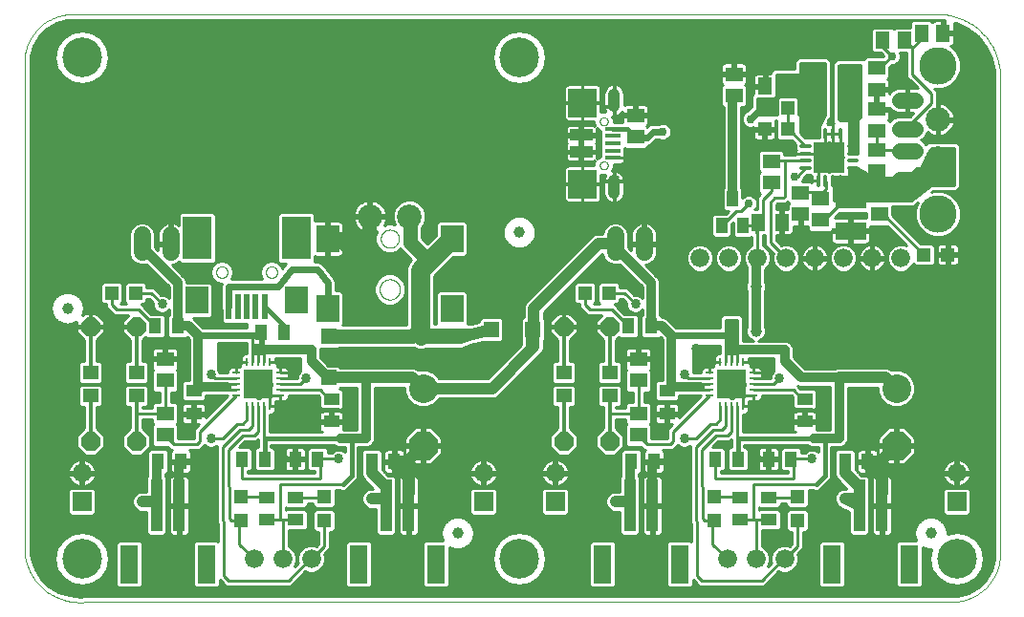
<source format=gtl>
G75*
%MOIN*%
%OFA0B0*%
%FSLAX25Y25*%
%IPPOS*%
%LPD*%
%AMOC8*
5,1,8,0,0,1.08239X$1,22.5*
%
%ADD10C,0.00000*%
%ADD11R,0.02874X0.01102*%
%ADD12R,0.01102X0.02874*%
%ADD13R,0.09843X0.09843*%
%ADD14R,0.04331X0.05512*%
%ADD15R,0.04724X0.04724*%
%ADD16R,0.05512X0.04331*%
%ADD17R,0.03937X0.18110*%
%ADD18R,0.06299X0.13386*%
%ADD19C,0.01200*%
%ADD20OC8,0.06600*%
%ADD21R,0.05512X0.04724*%
%ADD22R,0.07874X0.09449*%
%ADD23R,0.01969X0.09087*%
%ADD24R,0.10000X0.15000*%
%ADD25C,0.10000*%
%ADD26OC8,0.10000*%
%ADD27C,0.05906*%
%ADD28R,0.05512X0.05512*%
%ADD29R,0.06299X0.05118*%
%ADD30R,0.06600X0.06600*%
%ADD31C,0.06600*%
%ADD32C,0.03937*%
%ADD33C,0.13843*%
%ADD34R,0.10630X0.10630*%
%ADD35C,0.01378*%
%ADD36C,0.02975*%
%ADD37R,0.07874X0.19685*%
%ADD38R,0.05118X0.05906*%
%ADD39R,0.05906X0.05118*%
%ADD40C,0.08600*%
%ADD41C,0.05610*%
%ADD42C,0.13055*%
%ADD43R,0.04724X0.05906*%
%ADD44R,0.04724X0.05118*%
%ADD45R,0.03937X0.05512*%
%ADD46R,0.10630X0.06299*%
%ADD47C,0.04156*%
%ADD48R,0.05315X0.01575*%
%ADD49R,0.07874X0.03937*%
%ADD50C,0.01000*%
%ADD51C,0.01600*%
%ADD52C,0.03369*%
%ADD53C,0.04000*%
%ADD54C,0.04000*%
%ADD55C,0.03200*%
%ADD56C,0.02400*%
%ADD57C,0.05000*%
%ADD58C,0.02000*%
%ADD59C,0.00600*%
%ADD60C,0.06600*%
%ADD61C,0.03762*%
%ADD62C,0.02950*%
%ADD63C,0.03959*%
D10*
X0023311Y0030790D02*
X0324854Y0030790D01*
X0325260Y0030795D01*
X0325666Y0030810D01*
X0326072Y0030834D01*
X0326476Y0030868D01*
X0326880Y0030913D01*
X0327283Y0030966D01*
X0327684Y0031030D01*
X0328084Y0031103D01*
X0328482Y0031186D01*
X0328877Y0031278D01*
X0329270Y0031380D01*
X0329661Y0031492D01*
X0330049Y0031613D01*
X0330434Y0031743D01*
X0330815Y0031882D01*
X0331193Y0032031D01*
X0331568Y0032189D01*
X0331938Y0032356D01*
X0332304Y0032531D01*
X0332666Y0032716D01*
X0333024Y0032909D01*
X0333377Y0033110D01*
X0333724Y0033321D01*
X0334067Y0033539D01*
X0334404Y0033766D01*
X0334735Y0034001D01*
X0335061Y0034243D01*
X0335381Y0034494D01*
X0335694Y0034752D01*
X0336002Y0035018D01*
X0336303Y0035291D01*
X0336597Y0035571D01*
X0336884Y0035858D01*
X0337164Y0036152D01*
X0337437Y0036453D01*
X0337703Y0036761D01*
X0337961Y0037074D01*
X0338212Y0037394D01*
X0338454Y0037720D01*
X0338689Y0038051D01*
X0338916Y0038388D01*
X0339134Y0038731D01*
X0339345Y0039078D01*
X0339546Y0039431D01*
X0339739Y0039789D01*
X0339924Y0040151D01*
X0340099Y0040517D01*
X0340266Y0040887D01*
X0340424Y0041262D01*
X0340573Y0041640D01*
X0340712Y0042021D01*
X0340842Y0042406D01*
X0340963Y0042794D01*
X0341075Y0043185D01*
X0341177Y0043578D01*
X0341269Y0043973D01*
X0341352Y0044371D01*
X0341425Y0044771D01*
X0341489Y0045172D01*
X0341542Y0045575D01*
X0341587Y0045979D01*
X0341621Y0046383D01*
X0341645Y0046789D01*
X0341660Y0047195D01*
X0341665Y0047601D01*
X0341665Y0214086D01*
X0341659Y0214613D01*
X0341640Y0215140D01*
X0341608Y0215666D01*
X0341563Y0216191D01*
X0341506Y0216715D01*
X0341436Y0217237D01*
X0341354Y0217758D01*
X0341259Y0218276D01*
X0341151Y0218792D01*
X0341031Y0219306D01*
X0340899Y0219816D01*
X0340754Y0220323D01*
X0340597Y0220826D01*
X0340429Y0221325D01*
X0340248Y0221820D01*
X0340055Y0222311D01*
X0339850Y0222797D01*
X0339634Y0223277D01*
X0339406Y0223752D01*
X0339167Y0224222D01*
X0338916Y0224686D01*
X0338654Y0225143D01*
X0338382Y0225594D01*
X0338098Y0226039D01*
X0337804Y0226476D01*
X0337499Y0226906D01*
X0337185Y0227329D01*
X0336859Y0227744D01*
X0336524Y0228151D01*
X0336180Y0228549D01*
X0335826Y0228940D01*
X0335462Y0229321D01*
X0335089Y0229694D01*
X0334708Y0230058D01*
X0334317Y0230412D01*
X0333919Y0230756D01*
X0333512Y0231091D01*
X0333097Y0231417D01*
X0332674Y0231731D01*
X0332244Y0232036D01*
X0331807Y0232330D01*
X0331362Y0232614D01*
X0330911Y0232886D01*
X0330454Y0233148D01*
X0329990Y0233399D01*
X0329520Y0233638D01*
X0329045Y0233866D01*
X0328565Y0234082D01*
X0328079Y0234287D01*
X0327588Y0234480D01*
X0327093Y0234661D01*
X0326594Y0234829D01*
X0326091Y0234986D01*
X0325584Y0235131D01*
X0325074Y0235263D01*
X0324560Y0235383D01*
X0324044Y0235491D01*
X0323526Y0235586D01*
X0323005Y0235668D01*
X0322483Y0235738D01*
X0321959Y0235795D01*
X0321434Y0235840D01*
X0320908Y0235872D01*
X0320381Y0235891D01*
X0319854Y0235897D01*
X0018311Y0235897D01*
X0017905Y0235892D01*
X0017499Y0235877D01*
X0017093Y0235853D01*
X0016689Y0235819D01*
X0016285Y0235774D01*
X0015882Y0235721D01*
X0015481Y0235657D01*
X0015081Y0235584D01*
X0014683Y0235501D01*
X0014288Y0235409D01*
X0013895Y0235307D01*
X0013504Y0235195D01*
X0013116Y0235074D01*
X0012731Y0234944D01*
X0012350Y0234805D01*
X0011972Y0234656D01*
X0011597Y0234498D01*
X0011227Y0234331D01*
X0010861Y0234156D01*
X0010499Y0233971D01*
X0010141Y0233778D01*
X0009788Y0233577D01*
X0009441Y0233366D01*
X0009098Y0233148D01*
X0008761Y0232921D01*
X0008430Y0232686D01*
X0008104Y0232444D01*
X0007784Y0232193D01*
X0007471Y0231935D01*
X0007163Y0231669D01*
X0006862Y0231396D01*
X0006568Y0231116D01*
X0006281Y0230829D01*
X0006001Y0230535D01*
X0005728Y0230234D01*
X0005462Y0229926D01*
X0005204Y0229613D01*
X0004953Y0229293D01*
X0004711Y0228967D01*
X0004476Y0228636D01*
X0004249Y0228299D01*
X0004031Y0227956D01*
X0003820Y0227609D01*
X0003619Y0227256D01*
X0003426Y0226898D01*
X0003241Y0226536D01*
X0003066Y0226170D01*
X0002899Y0225800D01*
X0002741Y0225425D01*
X0002592Y0225047D01*
X0002453Y0224666D01*
X0002323Y0224281D01*
X0002202Y0223893D01*
X0002090Y0223502D01*
X0001988Y0223109D01*
X0001896Y0222714D01*
X0001813Y0222316D01*
X0001740Y0221916D01*
X0001676Y0221515D01*
X0001623Y0221112D01*
X0001578Y0220708D01*
X0001544Y0220304D01*
X0001520Y0219898D01*
X0001505Y0219492D01*
X0001500Y0219086D01*
X0001500Y0047601D01*
X0001566Y0047135D01*
X0001643Y0046671D01*
X0001732Y0046209D01*
X0001832Y0045749D01*
X0001942Y0045292D01*
X0002064Y0044837D01*
X0002197Y0044386D01*
X0002340Y0043937D01*
X0002495Y0043493D01*
X0002660Y0043052D01*
X0002835Y0042616D01*
X0003021Y0042184D01*
X0003218Y0041756D01*
X0003425Y0041333D01*
X0003642Y0040916D01*
X0003869Y0040504D01*
X0004105Y0040097D01*
X0004352Y0039696D01*
X0004608Y0039302D01*
X0004874Y0038913D01*
X0005149Y0038531D01*
X0005433Y0038156D01*
X0005726Y0037788D01*
X0006028Y0037427D01*
X0006339Y0037074D01*
X0006658Y0036728D01*
X0006985Y0036390D01*
X0007320Y0036060D01*
X0007664Y0035738D01*
X0008014Y0035424D01*
X0008373Y0035119D01*
X0008738Y0034823D01*
X0009111Y0034536D01*
X0009491Y0034258D01*
X0009877Y0033989D01*
X0010269Y0033729D01*
X0010668Y0033479D01*
X0011073Y0033239D01*
X0011483Y0033009D01*
X0011899Y0032788D01*
X0012320Y0032578D01*
X0012745Y0032378D01*
X0013176Y0032188D01*
X0013611Y0032009D01*
X0014050Y0031840D01*
X0014494Y0031682D01*
X0014941Y0031535D01*
X0015391Y0031399D01*
X0015844Y0031273D01*
X0016301Y0031159D01*
X0016760Y0031055D01*
X0017221Y0030963D01*
X0017685Y0030882D01*
X0018150Y0030812D01*
X0018617Y0030753D01*
X0019085Y0030706D01*
X0019554Y0030670D01*
X0020024Y0030645D01*
X0020495Y0030632D01*
X0020965Y0030630D01*
X0021436Y0030639D01*
X0021906Y0030660D01*
X0022375Y0030692D01*
X0022844Y0030735D01*
X0023311Y0030790D01*
X0125351Y0139810D02*
X0125353Y0139928D01*
X0125359Y0140047D01*
X0125369Y0140165D01*
X0125383Y0140282D01*
X0125400Y0140399D01*
X0125422Y0140516D01*
X0125448Y0140631D01*
X0125477Y0140746D01*
X0125510Y0140860D01*
X0125547Y0140972D01*
X0125588Y0141083D01*
X0125632Y0141193D01*
X0125680Y0141301D01*
X0125732Y0141408D01*
X0125787Y0141513D01*
X0125846Y0141616D01*
X0125908Y0141716D01*
X0125973Y0141815D01*
X0126042Y0141912D01*
X0126113Y0142006D01*
X0126188Y0142097D01*
X0126266Y0142187D01*
X0126347Y0142273D01*
X0126431Y0142357D01*
X0126517Y0142438D01*
X0126607Y0142516D01*
X0126698Y0142591D01*
X0126792Y0142662D01*
X0126889Y0142731D01*
X0126988Y0142796D01*
X0127088Y0142858D01*
X0127191Y0142917D01*
X0127296Y0142972D01*
X0127403Y0143024D01*
X0127511Y0143072D01*
X0127621Y0143116D01*
X0127732Y0143157D01*
X0127844Y0143194D01*
X0127958Y0143227D01*
X0128073Y0143256D01*
X0128188Y0143282D01*
X0128305Y0143304D01*
X0128422Y0143321D01*
X0128539Y0143335D01*
X0128657Y0143345D01*
X0128776Y0143351D01*
X0128894Y0143353D01*
X0129012Y0143351D01*
X0129131Y0143345D01*
X0129249Y0143335D01*
X0129366Y0143321D01*
X0129483Y0143304D01*
X0129600Y0143282D01*
X0129715Y0143256D01*
X0129830Y0143227D01*
X0129944Y0143194D01*
X0130056Y0143157D01*
X0130167Y0143116D01*
X0130277Y0143072D01*
X0130385Y0143024D01*
X0130492Y0142972D01*
X0130597Y0142917D01*
X0130700Y0142858D01*
X0130800Y0142796D01*
X0130899Y0142731D01*
X0130996Y0142662D01*
X0131090Y0142591D01*
X0131181Y0142516D01*
X0131271Y0142438D01*
X0131357Y0142357D01*
X0131441Y0142273D01*
X0131522Y0142187D01*
X0131600Y0142097D01*
X0131675Y0142006D01*
X0131746Y0141912D01*
X0131815Y0141815D01*
X0131880Y0141716D01*
X0131942Y0141616D01*
X0132001Y0141513D01*
X0132056Y0141408D01*
X0132108Y0141301D01*
X0132156Y0141193D01*
X0132200Y0141083D01*
X0132241Y0140972D01*
X0132278Y0140860D01*
X0132311Y0140746D01*
X0132340Y0140631D01*
X0132366Y0140516D01*
X0132388Y0140399D01*
X0132405Y0140282D01*
X0132419Y0140165D01*
X0132429Y0140047D01*
X0132435Y0139928D01*
X0132437Y0139810D01*
X0132435Y0139692D01*
X0132429Y0139573D01*
X0132419Y0139455D01*
X0132405Y0139338D01*
X0132388Y0139221D01*
X0132366Y0139104D01*
X0132340Y0138989D01*
X0132311Y0138874D01*
X0132278Y0138760D01*
X0132241Y0138648D01*
X0132200Y0138537D01*
X0132156Y0138427D01*
X0132108Y0138319D01*
X0132056Y0138212D01*
X0132001Y0138107D01*
X0131942Y0138004D01*
X0131880Y0137904D01*
X0131815Y0137805D01*
X0131746Y0137708D01*
X0131675Y0137614D01*
X0131600Y0137523D01*
X0131522Y0137433D01*
X0131441Y0137347D01*
X0131357Y0137263D01*
X0131271Y0137182D01*
X0131181Y0137104D01*
X0131090Y0137029D01*
X0130996Y0136958D01*
X0130899Y0136889D01*
X0130800Y0136824D01*
X0130700Y0136762D01*
X0130597Y0136703D01*
X0130492Y0136648D01*
X0130385Y0136596D01*
X0130277Y0136548D01*
X0130167Y0136504D01*
X0130056Y0136463D01*
X0129944Y0136426D01*
X0129830Y0136393D01*
X0129715Y0136364D01*
X0129600Y0136338D01*
X0129483Y0136316D01*
X0129366Y0136299D01*
X0129249Y0136285D01*
X0129131Y0136275D01*
X0129012Y0136269D01*
X0128894Y0136267D01*
X0128776Y0136269D01*
X0128657Y0136275D01*
X0128539Y0136285D01*
X0128422Y0136299D01*
X0128305Y0136316D01*
X0128188Y0136338D01*
X0128073Y0136364D01*
X0127958Y0136393D01*
X0127844Y0136426D01*
X0127732Y0136463D01*
X0127621Y0136504D01*
X0127511Y0136548D01*
X0127403Y0136596D01*
X0127296Y0136648D01*
X0127191Y0136703D01*
X0127088Y0136762D01*
X0126988Y0136824D01*
X0126889Y0136889D01*
X0126792Y0136958D01*
X0126698Y0137029D01*
X0126607Y0137104D01*
X0126517Y0137182D01*
X0126431Y0137263D01*
X0126347Y0137347D01*
X0126266Y0137433D01*
X0126188Y0137523D01*
X0126113Y0137614D01*
X0126042Y0137708D01*
X0125973Y0137805D01*
X0125908Y0137904D01*
X0125846Y0138004D01*
X0125787Y0138107D01*
X0125732Y0138212D01*
X0125680Y0138319D01*
X0125632Y0138427D01*
X0125588Y0138537D01*
X0125547Y0138648D01*
X0125510Y0138760D01*
X0125477Y0138874D01*
X0125448Y0138989D01*
X0125422Y0139104D01*
X0125400Y0139221D01*
X0125383Y0139338D01*
X0125369Y0139455D01*
X0125359Y0139573D01*
X0125353Y0139692D01*
X0125351Y0139810D01*
X0125744Y0157526D02*
X0125746Y0157638D01*
X0125752Y0157749D01*
X0125762Y0157861D01*
X0125776Y0157972D01*
X0125793Y0158082D01*
X0125815Y0158192D01*
X0125841Y0158301D01*
X0125870Y0158409D01*
X0125903Y0158515D01*
X0125940Y0158621D01*
X0125981Y0158725D01*
X0126026Y0158828D01*
X0126074Y0158929D01*
X0126125Y0159028D01*
X0126180Y0159125D01*
X0126239Y0159220D01*
X0126300Y0159314D01*
X0126365Y0159405D01*
X0126434Y0159493D01*
X0126505Y0159579D01*
X0126579Y0159663D01*
X0126657Y0159743D01*
X0126737Y0159821D01*
X0126820Y0159897D01*
X0126905Y0159969D01*
X0126993Y0160038D01*
X0127083Y0160104D01*
X0127176Y0160166D01*
X0127271Y0160226D01*
X0127368Y0160282D01*
X0127466Y0160334D01*
X0127567Y0160383D01*
X0127669Y0160428D01*
X0127773Y0160470D01*
X0127878Y0160508D01*
X0127985Y0160542D01*
X0128092Y0160572D01*
X0128201Y0160599D01*
X0128310Y0160621D01*
X0128421Y0160640D01*
X0128531Y0160655D01*
X0128643Y0160666D01*
X0128754Y0160673D01*
X0128866Y0160676D01*
X0128978Y0160675D01*
X0129090Y0160670D01*
X0129201Y0160661D01*
X0129312Y0160648D01*
X0129423Y0160631D01*
X0129533Y0160611D01*
X0129642Y0160586D01*
X0129750Y0160558D01*
X0129857Y0160525D01*
X0129963Y0160489D01*
X0130067Y0160449D01*
X0130170Y0160406D01*
X0130272Y0160359D01*
X0130371Y0160308D01*
X0130469Y0160254D01*
X0130565Y0160196D01*
X0130659Y0160135D01*
X0130750Y0160071D01*
X0130839Y0160004D01*
X0130926Y0159933D01*
X0131010Y0159859D01*
X0131092Y0159783D01*
X0131170Y0159703D01*
X0131246Y0159621D01*
X0131319Y0159536D01*
X0131389Y0159449D01*
X0131455Y0159359D01*
X0131519Y0159267D01*
X0131579Y0159173D01*
X0131636Y0159077D01*
X0131689Y0158978D01*
X0131739Y0158878D01*
X0131785Y0158777D01*
X0131828Y0158673D01*
X0131867Y0158568D01*
X0131902Y0158462D01*
X0131933Y0158355D01*
X0131961Y0158246D01*
X0131984Y0158137D01*
X0132004Y0158027D01*
X0132020Y0157916D01*
X0132032Y0157805D01*
X0132040Y0157694D01*
X0132044Y0157582D01*
X0132044Y0157470D01*
X0132040Y0157358D01*
X0132032Y0157247D01*
X0132020Y0157136D01*
X0132004Y0157025D01*
X0131984Y0156915D01*
X0131961Y0156806D01*
X0131933Y0156697D01*
X0131902Y0156590D01*
X0131867Y0156484D01*
X0131828Y0156379D01*
X0131785Y0156275D01*
X0131739Y0156174D01*
X0131689Y0156074D01*
X0131636Y0155975D01*
X0131579Y0155879D01*
X0131519Y0155785D01*
X0131455Y0155693D01*
X0131389Y0155603D01*
X0131319Y0155516D01*
X0131246Y0155431D01*
X0131170Y0155349D01*
X0131092Y0155269D01*
X0131010Y0155193D01*
X0130926Y0155119D01*
X0130839Y0155048D01*
X0130750Y0154981D01*
X0130659Y0154917D01*
X0130565Y0154856D01*
X0130469Y0154798D01*
X0130371Y0154744D01*
X0130272Y0154693D01*
X0130170Y0154646D01*
X0130067Y0154603D01*
X0129963Y0154563D01*
X0129857Y0154527D01*
X0129750Y0154494D01*
X0129642Y0154466D01*
X0129533Y0154441D01*
X0129423Y0154421D01*
X0129312Y0154404D01*
X0129201Y0154391D01*
X0129090Y0154382D01*
X0128978Y0154377D01*
X0128866Y0154376D01*
X0128754Y0154379D01*
X0128643Y0154386D01*
X0128531Y0154397D01*
X0128421Y0154412D01*
X0128310Y0154431D01*
X0128201Y0154453D01*
X0128092Y0154480D01*
X0127985Y0154510D01*
X0127878Y0154544D01*
X0127773Y0154582D01*
X0127669Y0154624D01*
X0127567Y0154669D01*
X0127466Y0154718D01*
X0127368Y0154770D01*
X0127271Y0154826D01*
X0127176Y0154886D01*
X0127083Y0154948D01*
X0126993Y0155014D01*
X0126905Y0155083D01*
X0126820Y0155155D01*
X0126737Y0155231D01*
X0126657Y0155309D01*
X0126579Y0155389D01*
X0126505Y0155473D01*
X0126434Y0155559D01*
X0126365Y0155647D01*
X0126300Y0155738D01*
X0126239Y0155832D01*
X0126180Y0155927D01*
X0126125Y0156024D01*
X0126074Y0156123D01*
X0126026Y0156224D01*
X0125981Y0156327D01*
X0125940Y0156431D01*
X0125903Y0156537D01*
X0125870Y0156643D01*
X0125841Y0156751D01*
X0125815Y0156860D01*
X0125793Y0156970D01*
X0125776Y0157080D01*
X0125762Y0157191D01*
X0125752Y0157303D01*
X0125746Y0157414D01*
X0125744Y0157526D01*
X0085692Y0145853D02*
X0085694Y0145941D01*
X0085700Y0146029D01*
X0085710Y0146117D01*
X0085724Y0146205D01*
X0085741Y0146291D01*
X0085763Y0146377D01*
X0085788Y0146461D01*
X0085818Y0146545D01*
X0085850Y0146627D01*
X0085887Y0146707D01*
X0085927Y0146786D01*
X0085971Y0146863D01*
X0086018Y0146938D01*
X0086068Y0147010D01*
X0086122Y0147081D01*
X0086178Y0147148D01*
X0086238Y0147214D01*
X0086300Y0147276D01*
X0086366Y0147336D01*
X0086433Y0147392D01*
X0086504Y0147446D01*
X0086576Y0147496D01*
X0086651Y0147543D01*
X0086728Y0147587D01*
X0086807Y0147627D01*
X0086887Y0147664D01*
X0086969Y0147696D01*
X0087053Y0147726D01*
X0087137Y0147751D01*
X0087223Y0147773D01*
X0087309Y0147790D01*
X0087397Y0147804D01*
X0087485Y0147814D01*
X0087573Y0147820D01*
X0087661Y0147822D01*
X0087749Y0147820D01*
X0087837Y0147814D01*
X0087925Y0147804D01*
X0088013Y0147790D01*
X0088099Y0147773D01*
X0088185Y0147751D01*
X0088269Y0147726D01*
X0088353Y0147696D01*
X0088435Y0147664D01*
X0088515Y0147627D01*
X0088594Y0147587D01*
X0088671Y0147543D01*
X0088746Y0147496D01*
X0088818Y0147446D01*
X0088889Y0147392D01*
X0088956Y0147336D01*
X0089022Y0147276D01*
X0089084Y0147214D01*
X0089144Y0147148D01*
X0089200Y0147081D01*
X0089254Y0147010D01*
X0089304Y0146938D01*
X0089351Y0146863D01*
X0089395Y0146786D01*
X0089435Y0146707D01*
X0089472Y0146627D01*
X0089504Y0146545D01*
X0089534Y0146461D01*
X0089559Y0146377D01*
X0089581Y0146291D01*
X0089598Y0146205D01*
X0089612Y0146117D01*
X0089622Y0146029D01*
X0089628Y0145941D01*
X0089630Y0145853D01*
X0089628Y0145765D01*
X0089622Y0145677D01*
X0089612Y0145589D01*
X0089598Y0145501D01*
X0089581Y0145415D01*
X0089559Y0145329D01*
X0089534Y0145245D01*
X0089504Y0145161D01*
X0089472Y0145079D01*
X0089435Y0144999D01*
X0089395Y0144920D01*
X0089351Y0144843D01*
X0089304Y0144768D01*
X0089254Y0144696D01*
X0089200Y0144625D01*
X0089144Y0144558D01*
X0089084Y0144492D01*
X0089022Y0144430D01*
X0088956Y0144370D01*
X0088889Y0144314D01*
X0088818Y0144260D01*
X0088746Y0144210D01*
X0088671Y0144163D01*
X0088594Y0144119D01*
X0088515Y0144079D01*
X0088435Y0144042D01*
X0088353Y0144010D01*
X0088269Y0143980D01*
X0088185Y0143955D01*
X0088099Y0143933D01*
X0088013Y0143916D01*
X0087925Y0143902D01*
X0087837Y0143892D01*
X0087749Y0143886D01*
X0087661Y0143884D01*
X0087573Y0143886D01*
X0087485Y0143892D01*
X0087397Y0143902D01*
X0087309Y0143916D01*
X0087223Y0143933D01*
X0087137Y0143955D01*
X0087053Y0143980D01*
X0086969Y0144010D01*
X0086887Y0144042D01*
X0086807Y0144079D01*
X0086728Y0144119D01*
X0086651Y0144163D01*
X0086576Y0144210D01*
X0086504Y0144260D01*
X0086433Y0144314D01*
X0086366Y0144370D01*
X0086300Y0144430D01*
X0086238Y0144492D01*
X0086178Y0144558D01*
X0086122Y0144625D01*
X0086068Y0144696D01*
X0086018Y0144768D01*
X0085971Y0144843D01*
X0085927Y0144920D01*
X0085887Y0144999D01*
X0085850Y0145079D01*
X0085818Y0145161D01*
X0085788Y0145245D01*
X0085763Y0145329D01*
X0085741Y0145415D01*
X0085724Y0145501D01*
X0085710Y0145589D01*
X0085700Y0145677D01*
X0085694Y0145765D01*
X0085692Y0145853D01*
X0068370Y0145853D02*
X0068372Y0145941D01*
X0068378Y0146029D01*
X0068388Y0146117D01*
X0068402Y0146205D01*
X0068419Y0146291D01*
X0068441Y0146377D01*
X0068466Y0146461D01*
X0068496Y0146545D01*
X0068528Y0146627D01*
X0068565Y0146707D01*
X0068605Y0146786D01*
X0068649Y0146863D01*
X0068696Y0146938D01*
X0068746Y0147010D01*
X0068800Y0147081D01*
X0068856Y0147148D01*
X0068916Y0147214D01*
X0068978Y0147276D01*
X0069044Y0147336D01*
X0069111Y0147392D01*
X0069182Y0147446D01*
X0069254Y0147496D01*
X0069329Y0147543D01*
X0069406Y0147587D01*
X0069485Y0147627D01*
X0069565Y0147664D01*
X0069647Y0147696D01*
X0069731Y0147726D01*
X0069815Y0147751D01*
X0069901Y0147773D01*
X0069987Y0147790D01*
X0070075Y0147804D01*
X0070163Y0147814D01*
X0070251Y0147820D01*
X0070339Y0147822D01*
X0070427Y0147820D01*
X0070515Y0147814D01*
X0070603Y0147804D01*
X0070691Y0147790D01*
X0070777Y0147773D01*
X0070863Y0147751D01*
X0070947Y0147726D01*
X0071031Y0147696D01*
X0071113Y0147664D01*
X0071193Y0147627D01*
X0071272Y0147587D01*
X0071349Y0147543D01*
X0071424Y0147496D01*
X0071496Y0147446D01*
X0071567Y0147392D01*
X0071634Y0147336D01*
X0071700Y0147276D01*
X0071762Y0147214D01*
X0071822Y0147148D01*
X0071878Y0147081D01*
X0071932Y0147010D01*
X0071982Y0146938D01*
X0072029Y0146863D01*
X0072073Y0146786D01*
X0072113Y0146707D01*
X0072150Y0146627D01*
X0072182Y0146545D01*
X0072212Y0146461D01*
X0072237Y0146377D01*
X0072259Y0146291D01*
X0072276Y0146205D01*
X0072290Y0146117D01*
X0072300Y0146029D01*
X0072306Y0145941D01*
X0072308Y0145853D01*
X0072306Y0145765D01*
X0072300Y0145677D01*
X0072290Y0145589D01*
X0072276Y0145501D01*
X0072259Y0145415D01*
X0072237Y0145329D01*
X0072212Y0145245D01*
X0072182Y0145161D01*
X0072150Y0145079D01*
X0072113Y0144999D01*
X0072073Y0144920D01*
X0072029Y0144843D01*
X0071982Y0144768D01*
X0071932Y0144696D01*
X0071878Y0144625D01*
X0071822Y0144558D01*
X0071762Y0144492D01*
X0071700Y0144430D01*
X0071634Y0144370D01*
X0071567Y0144314D01*
X0071496Y0144260D01*
X0071424Y0144210D01*
X0071349Y0144163D01*
X0071272Y0144119D01*
X0071193Y0144079D01*
X0071113Y0144042D01*
X0071031Y0144010D01*
X0070947Y0143980D01*
X0070863Y0143955D01*
X0070777Y0143933D01*
X0070691Y0143916D01*
X0070603Y0143902D01*
X0070515Y0143892D01*
X0070427Y0143886D01*
X0070339Y0143884D01*
X0070251Y0143886D01*
X0070163Y0143892D01*
X0070075Y0143902D01*
X0069987Y0143916D01*
X0069901Y0143933D01*
X0069815Y0143955D01*
X0069731Y0143980D01*
X0069647Y0144010D01*
X0069565Y0144042D01*
X0069485Y0144079D01*
X0069406Y0144119D01*
X0069329Y0144163D01*
X0069254Y0144210D01*
X0069182Y0144260D01*
X0069111Y0144314D01*
X0069044Y0144370D01*
X0068978Y0144430D01*
X0068916Y0144492D01*
X0068856Y0144558D01*
X0068800Y0144625D01*
X0068746Y0144696D01*
X0068696Y0144768D01*
X0068649Y0144843D01*
X0068605Y0144920D01*
X0068565Y0144999D01*
X0068528Y0145079D01*
X0068496Y0145161D01*
X0068466Y0145245D01*
X0068441Y0145329D01*
X0068419Y0145415D01*
X0068402Y0145501D01*
X0068388Y0145589D01*
X0068378Y0145677D01*
X0068372Y0145765D01*
X0068370Y0145853D01*
X0194839Y0175436D02*
X0197201Y0175436D01*
X0197200Y0175436D02*
X0197263Y0175444D01*
X0197325Y0175455D01*
X0197387Y0175470D01*
X0197447Y0175488D01*
X0197507Y0175510D01*
X0197565Y0175535D01*
X0197621Y0175564D01*
X0197676Y0175596D01*
X0197728Y0175631D01*
X0197779Y0175669D01*
X0197827Y0175709D01*
X0197873Y0175753D01*
X0197916Y0175799D01*
X0197957Y0175848D01*
X0197995Y0175899D01*
X0198029Y0175951D01*
X0198061Y0176006D01*
X0198089Y0176063D01*
X0198114Y0176121D01*
X0198135Y0176181D01*
X0198153Y0176241D01*
X0198167Y0176303D01*
X0198178Y0176365D01*
X0198185Y0176428D01*
X0198189Y0176491D01*
X0198188Y0176554D01*
X0198185Y0176617D01*
X0198188Y0176680D01*
X0198189Y0176743D01*
X0198185Y0176806D01*
X0198178Y0176869D01*
X0198167Y0176931D01*
X0198153Y0176993D01*
X0198135Y0177053D01*
X0198114Y0177113D01*
X0198089Y0177171D01*
X0198061Y0177228D01*
X0198029Y0177283D01*
X0197995Y0177335D01*
X0197957Y0177386D01*
X0197916Y0177435D01*
X0197873Y0177481D01*
X0197827Y0177525D01*
X0197779Y0177565D01*
X0197728Y0177603D01*
X0197676Y0177638D01*
X0197621Y0177670D01*
X0197565Y0177699D01*
X0197507Y0177724D01*
X0197447Y0177746D01*
X0197387Y0177764D01*
X0197325Y0177779D01*
X0197263Y0177790D01*
X0197200Y0177798D01*
X0197201Y0177798D02*
X0194839Y0177798D01*
X0194773Y0177790D01*
X0194709Y0177778D01*
X0194645Y0177762D01*
X0194582Y0177743D01*
X0194521Y0177719D01*
X0194461Y0177692D01*
X0194403Y0177662D01*
X0194347Y0177628D01*
X0194293Y0177591D01*
X0194241Y0177550D01*
X0194192Y0177506D01*
X0194145Y0177460D01*
X0194102Y0177411D01*
X0194061Y0177359D01*
X0194024Y0177305D01*
X0193990Y0177249D01*
X0193960Y0177191D01*
X0193933Y0177131D01*
X0193909Y0177070D01*
X0193890Y0177007D01*
X0193874Y0176943D01*
X0193862Y0176879D01*
X0193854Y0176813D01*
X0193850Y0176748D01*
X0193850Y0176682D01*
X0193854Y0176617D01*
X0193850Y0176552D01*
X0193850Y0176486D01*
X0193854Y0176421D01*
X0193862Y0176355D01*
X0193874Y0176291D01*
X0193890Y0176227D01*
X0193909Y0176164D01*
X0193933Y0176103D01*
X0193960Y0176043D01*
X0193990Y0175985D01*
X0194024Y0175929D01*
X0194061Y0175875D01*
X0194102Y0175823D01*
X0194145Y0175774D01*
X0194192Y0175728D01*
X0194241Y0175684D01*
X0194293Y0175643D01*
X0194347Y0175606D01*
X0194403Y0175572D01*
X0194461Y0175542D01*
X0194521Y0175515D01*
X0194582Y0175491D01*
X0194645Y0175472D01*
X0194709Y0175456D01*
X0194773Y0175444D01*
X0194839Y0175436D01*
X0202122Y0183113D02*
X0202124Y0183187D01*
X0202130Y0183261D01*
X0202140Y0183334D01*
X0202154Y0183407D01*
X0202171Y0183479D01*
X0202193Y0183549D01*
X0202218Y0183619D01*
X0202247Y0183687D01*
X0202280Y0183753D01*
X0202316Y0183818D01*
X0202356Y0183880D01*
X0202398Y0183941D01*
X0202444Y0183999D01*
X0202493Y0184054D01*
X0202545Y0184107D01*
X0202600Y0184157D01*
X0202657Y0184203D01*
X0202717Y0184247D01*
X0202779Y0184287D01*
X0202843Y0184324D01*
X0202909Y0184358D01*
X0202977Y0184388D01*
X0203046Y0184414D01*
X0203117Y0184437D01*
X0203188Y0184455D01*
X0203261Y0184470D01*
X0203334Y0184481D01*
X0203408Y0184488D01*
X0203482Y0184491D01*
X0203555Y0184490D01*
X0203629Y0184485D01*
X0203703Y0184476D01*
X0203776Y0184463D01*
X0203848Y0184446D01*
X0203919Y0184426D01*
X0203989Y0184401D01*
X0204057Y0184373D01*
X0204124Y0184342D01*
X0204189Y0184306D01*
X0204252Y0184268D01*
X0204313Y0184226D01*
X0204372Y0184180D01*
X0204428Y0184132D01*
X0204481Y0184081D01*
X0204531Y0184027D01*
X0204579Y0183970D01*
X0204623Y0183911D01*
X0204665Y0183849D01*
X0204703Y0183786D01*
X0204737Y0183720D01*
X0204768Y0183653D01*
X0204795Y0183584D01*
X0204818Y0183514D01*
X0204838Y0183443D01*
X0204854Y0183370D01*
X0204866Y0183297D01*
X0204874Y0183224D01*
X0204878Y0183150D01*
X0204878Y0183076D01*
X0204874Y0183002D01*
X0204866Y0182929D01*
X0204854Y0182856D01*
X0204838Y0182783D01*
X0204818Y0182712D01*
X0204795Y0182642D01*
X0204768Y0182573D01*
X0204737Y0182506D01*
X0204703Y0182440D01*
X0204665Y0182377D01*
X0204623Y0182315D01*
X0204579Y0182256D01*
X0204531Y0182199D01*
X0204481Y0182145D01*
X0204428Y0182094D01*
X0204372Y0182046D01*
X0204313Y0182000D01*
X0204252Y0181958D01*
X0204189Y0181920D01*
X0204124Y0181884D01*
X0204057Y0181853D01*
X0203989Y0181825D01*
X0203919Y0181800D01*
X0203848Y0181780D01*
X0203776Y0181763D01*
X0203703Y0181750D01*
X0203629Y0181741D01*
X0203555Y0181736D01*
X0203482Y0181735D01*
X0203408Y0181738D01*
X0203334Y0181745D01*
X0203261Y0181756D01*
X0203188Y0181771D01*
X0203117Y0181789D01*
X0203046Y0181812D01*
X0202977Y0181838D01*
X0202909Y0181868D01*
X0202843Y0181902D01*
X0202779Y0181939D01*
X0202717Y0181979D01*
X0202657Y0182023D01*
X0202600Y0182069D01*
X0202545Y0182119D01*
X0202493Y0182172D01*
X0202444Y0182227D01*
X0202398Y0182285D01*
X0202356Y0182346D01*
X0202316Y0182408D01*
X0202280Y0182473D01*
X0202247Y0182539D01*
X0202218Y0182607D01*
X0202193Y0182677D01*
X0202171Y0182747D01*
X0202154Y0182819D01*
X0202140Y0182892D01*
X0202130Y0182965D01*
X0202124Y0183039D01*
X0202122Y0183113D01*
X0202122Y0198467D02*
X0202124Y0198541D01*
X0202130Y0198615D01*
X0202140Y0198688D01*
X0202154Y0198761D01*
X0202171Y0198833D01*
X0202193Y0198903D01*
X0202218Y0198973D01*
X0202247Y0199041D01*
X0202280Y0199107D01*
X0202316Y0199172D01*
X0202356Y0199234D01*
X0202398Y0199295D01*
X0202444Y0199353D01*
X0202493Y0199408D01*
X0202545Y0199461D01*
X0202600Y0199511D01*
X0202657Y0199557D01*
X0202717Y0199601D01*
X0202779Y0199641D01*
X0202843Y0199678D01*
X0202909Y0199712D01*
X0202977Y0199742D01*
X0203046Y0199768D01*
X0203117Y0199791D01*
X0203188Y0199809D01*
X0203261Y0199824D01*
X0203334Y0199835D01*
X0203408Y0199842D01*
X0203482Y0199845D01*
X0203555Y0199844D01*
X0203629Y0199839D01*
X0203703Y0199830D01*
X0203776Y0199817D01*
X0203848Y0199800D01*
X0203919Y0199780D01*
X0203989Y0199755D01*
X0204057Y0199727D01*
X0204124Y0199696D01*
X0204189Y0199660D01*
X0204252Y0199622D01*
X0204313Y0199580D01*
X0204372Y0199534D01*
X0204428Y0199486D01*
X0204481Y0199435D01*
X0204531Y0199381D01*
X0204579Y0199324D01*
X0204623Y0199265D01*
X0204665Y0199203D01*
X0204703Y0199140D01*
X0204737Y0199074D01*
X0204768Y0199007D01*
X0204795Y0198938D01*
X0204818Y0198868D01*
X0204838Y0198797D01*
X0204854Y0198724D01*
X0204866Y0198651D01*
X0204874Y0198578D01*
X0204878Y0198504D01*
X0204878Y0198430D01*
X0204874Y0198356D01*
X0204866Y0198283D01*
X0204854Y0198210D01*
X0204838Y0198137D01*
X0204818Y0198066D01*
X0204795Y0197996D01*
X0204768Y0197927D01*
X0204737Y0197860D01*
X0204703Y0197794D01*
X0204665Y0197731D01*
X0204623Y0197669D01*
X0204579Y0197610D01*
X0204531Y0197553D01*
X0204481Y0197499D01*
X0204428Y0197448D01*
X0204372Y0197400D01*
X0204313Y0197354D01*
X0204252Y0197312D01*
X0204189Y0197274D01*
X0204124Y0197238D01*
X0204057Y0197207D01*
X0203989Y0197179D01*
X0203919Y0197154D01*
X0203848Y0197134D01*
X0203776Y0197117D01*
X0203703Y0197104D01*
X0203629Y0197095D01*
X0203555Y0197090D01*
X0203482Y0197089D01*
X0203408Y0197092D01*
X0203334Y0197099D01*
X0203261Y0197110D01*
X0203188Y0197125D01*
X0203117Y0197143D01*
X0203046Y0197166D01*
X0202977Y0197192D01*
X0202909Y0197222D01*
X0202843Y0197256D01*
X0202779Y0197293D01*
X0202717Y0197333D01*
X0202657Y0197377D01*
X0202600Y0197423D01*
X0202545Y0197473D01*
X0202493Y0197526D01*
X0202444Y0197581D01*
X0202398Y0197639D01*
X0202356Y0197700D01*
X0202316Y0197762D01*
X0202280Y0197827D01*
X0202247Y0197893D01*
X0202218Y0197961D01*
X0202193Y0198031D01*
X0202171Y0198101D01*
X0202154Y0198173D01*
X0202140Y0198246D01*
X0202130Y0198319D01*
X0202124Y0198393D01*
X0202122Y0198467D01*
X0197201Y0203782D02*
X0194839Y0203782D01*
X0194773Y0203790D01*
X0194709Y0203802D01*
X0194645Y0203818D01*
X0194582Y0203837D01*
X0194521Y0203861D01*
X0194461Y0203888D01*
X0194403Y0203918D01*
X0194347Y0203952D01*
X0194293Y0203989D01*
X0194241Y0204030D01*
X0194192Y0204074D01*
X0194145Y0204120D01*
X0194102Y0204169D01*
X0194061Y0204221D01*
X0194024Y0204275D01*
X0193990Y0204331D01*
X0193960Y0204389D01*
X0193933Y0204449D01*
X0193909Y0204510D01*
X0193890Y0204573D01*
X0193874Y0204637D01*
X0193862Y0204701D01*
X0193854Y0204767D01*
X0193850Y0204832D01*
X0193850Y0204898D01*
X0193854Y0204963D01*
X0193854Y0204964D02*
X0193850Y0205029D01*
X0193850Y0205095D01*
X0193854Y0205160D01*
X0193862Y0205226D01*
X0193874Y0205290D01*
X0193890Y0205354D01*
X0193909Y0205417D01*
X0193933Y0205478D01*
X0193960Y0205538D01*
X0193990Y0205596D01*
X0194024Y0205652D01*
X0194061Y0205706D01*
X0194102Y0205758D01*
X0194145Y0205807D01*
X0194192Y0205853D01*
X0194241Y0205897D01*
X0194293Y0205938D01*
X0194347Y0205975D01*
X0194403Y0206009D01*
X0194461Y0206039D01*
X0194521Y0206066D01*
X0194582Y0206090D01*
X0194645Y0206109D01*
X0194709Y0206125D01*
X0194773Y0206137D01*
X0194839Y0206145D01*
X0197201Y0206145D01*
X0197200Y0206145D02*
X0197263Y0206137D01*
X0197325Y0206126D01*
X0197387Y0206111D01*
X0197447Y0206093D01*
X0197507Y0206071D01*
X0197565Y0206046D01*
X0197621Y0206017D01*
X0197676Y0205985D01*
X0197728Y0205950D01*
X0197779Y0205912D01*
X0197827Y0205872D01*
X0197873Y0205828D01*
X0197916Y0205782D01*
X0197957Y0205733D01*
X0197995Y0205682D01*
X0198029Y0205630D01*
X0198061Y0205575D01*
X0198089Y0205518D01*
X0198114Y0205460D01*
X0198135Y0205400D01*
X0198153Y0205340D01*
X0198167Y0205278D01*
X0198178Y0205216D01*
X0198185Y0205153D01*
X0198189Y0205090D01*
X0198188Y0205027D01*
X0198185Y0204964D01*
X0198185Y0204963D02*
X0198188Y0204900D01*
X0198189Y0204837D01*
X0198185Y0204774D01*
X0198178Y0204711D01*
X0198167Y0204649D01*
X0198153Y0204587D01*
X0198135Y0204527D01*
X0198114Y0204467D01*
X0198089Y0204409D01*
X0198061Y0204352D01*
X0198029Y0204297D01*
X0197995Y0204245D01*
X0197957Y0204194D01*
X0197916Y0204145D01*
X0197873Y0204099D01*
X0197827Y0204055D01*
X0197779Y0204015D01*
X0197728Y0203977D01*
X0197676Y0203942D01*
X0197621Y0203910D01*
X0197565Y0203881D01*
X0197507Y0203856D01*
X0197447Y0203834D01*
X0197387Y0203816D01*
X0197325Y0203801D01*
X0197263Y0203790D01*
X0197200Y0203782D01*
D11*
X0240264Y0110727D03*
X0240264Y0108759D03*
X0240264Y0106790D03*
X0240264Y0104822D03*
X0240264Y0102853D03*
X0255736Y0102853D03*
X0255736Y0104822D03*
X0255736Y0106790D03*
X0255736Y0108759D03*
X0255736Y0110727D03*
X0090736Y0110727D03*
X0090736Y0108759D03*
X0090736Y0106790D03*
X0090736Y0104822D03*
X0090736Y0102853D03*
X0075264Y0102853D03*
X0075264Y0104822D03*
X0075264Y0106790D03*
X0075264Y0108759D03*
X0075264Y0110727D03*
D12*
X0079063Y0114526D03*
X0081031Y0114526D03*
X0083000Y0114526D03*
X0084969Y0114526D03*
X0086937Y0114526D03*
X0086937Y0099054D03*
X0084969Y0099054D03*
X0083000Y0099054D03*
X0081031Y0099054D03*
X0079063Y0099054D03*
X0244063Y0099054D03*
X0246031Y0099054D03*
X0248000Y0099054D03*
X0249969Y0099054D03*
X0251937Y0099054D03*
X0251937Y0114526D03*
X0249969Y0114526D03*
X0248000Y0114526D03*
X0246031Y0114526D03*
X0244063Y0114526D03*
D13*
X0248000Y0106790D03*
X0196020Y0176617D03*
X0196020Y0204963D03*
X0083000Y0106790D03*
D14*
X0084063Y0124790D03*
X0091937Y0124790D03*
X0055000Y0127034D03*
X0047126Y0127034D03*
X0048063Y0079790D03*
X0055937Y0079790D03*
X0077311Y0080601D03*
X0085185Y0080601D03*
X0095874Y0080601D03*
X0103748Y0080601D03*
X0122563Y0079790D03*
X0130437Y0079790D03*
X0213063Y0079790D03*
X0220937Y0079790D03*
X0242311Y0080601D03*
X0250185Y0080601D03*
X0260874Y0080601D03*
X0268748Y0080601D03*
X0287563Y0079790D03*
X0295437Y0079790D03*
X0220000Y0127034D03*
X0212126Y0127034D03*
D15*
X0205197Y0138534D03*
X0196929Y0138534D03*
X0242000Y0067424D03*
X0242000Y0059156D03*
X0271000Y0059156D03*
X0271000Y0067424D03*
X0315134Y0151916D03*
X0323402Y0151916D03*
X0106000Y0067424D03*
X0106000Y0059156D03*
X0077000Y0059156D03*
X0077000Y0067424D03*
X0040197Y0138534D03*
X0031929Y0138534D03*
D16*
X0060500Y0104349D03*
X0060500Y0096475D03*
X0086000Y0067227D03*
X0086000Y0059353D03*
X0096000Y0059353D03*
X0096000Y0067227D03*
X0108500Y0093664D03*
X0108500Y0101538D03*
X0225500Y0104349D03*
X0225500Y0096475D03*
X0251000Y0067227D03*
X0251000Y0059353D03*
X0261000Y0059353D03*
X0261000Y0067227D03*
X0273500Y0093664D03*
X0273500Y0101538D03*
D17*
X0292563Y0064357D03*
X0300437Y0064357D03*
X0220437Y0064357D03*
X0212563Y0064357D03*
X0135437Y0064357D03*
X0127563Y0064357D03*
X0055437Y0064357D03*
X0047563Y0064357D03*
D18*
X0038114Y0043885D03*
X0064886Y0043885D03*
X0118114Y0043885D03*
X0144886Y0043885D03*
X0203114Y0043885D03*
X0229886Y0043885D03*
X0283114Y0043885D03*
X0309886Y0043885D03*
D19*
X0205500Y0086712D02*
X0205500Y0102853D01*
X0205500Y0111121D02*
X0205500Y0124507D01*
X0189500Y0124507D02*
X0189500Y0111121D01*
X0189500Y0102853D02*
X0189500Y0086712D01*
X0257000Y0159530D02*
X0257000Y0162924D01*
X0257366Y0163290D01*
X0040500Y0124507D02*
X0040500Y0111121D01*
X0040500Y0102853D02*
X0040500Y0086712D01*
X0024500Y0086712D02*
X0024500Y0102853D01*
X0024500Y0111121D02*
X0024500Y0124507D01*
D20*
X0024500Y0126790D03*
X0040500Y0126790D03*
X0040500Y0086790D03*
X0024500Y0086790D03*
X0189500Y0086790D03*
X0205500Y0086790D03*
X0205500Y0126790D03*
X0189500Y0126790D03*
D21*
X0189500Y0110827D03*
X0189500Y0102753D03*
X0205500Y0102753D03*
X0205500Y0110827D03*
X0040500Y0110827D03*
X0040500Y0102753D03*
X0024500Y0102753D03*
X0024500Y0110827D03*
D22*
X0061677Y0136011D03*
X0096323Y0136011D03*
X0107240Y0133117D03*
X0107240Y0157526D03*
X0150547Y0157526D03*
X0150547Y0133117D03*
D23*
X0085299Y0133790D03*
X0082150Y0133790D03*
X0079000Y0133790D03*
X0075850Y0133790D03*
X0072701Y0133790D03*
D24*
X0061677Y0157664D03*
X0096323Y0157664D03*
D25*
X0140500Y0105290D03*
X0305500Y0105290D03*
D26*
X0305500Y0085290D03*
X0140500Y0085290D03*
D27*
X0207500Y0152838D02*
X0207500Y0158743D01*
X0217500Y0158743D02*
X0217500Y0152838D01*
X0052500Y0152838D02*
X0052500Y0158743D01*
X0042500Y0158743D02*
X0042500Y0152838D01*
D28*
X0107500Y0123574D03*
X0107500Y0109007D03*
X0164217Y0125790D03*
X0178783Y0125790D03*
D29*
X0215500Y0115530D03*
X0215500Y0108050D03*
X0215500Y0096530D03*
X0215500Y0089050D03*
X0050500Y0089050D03*
X0050500Y0096530D03*
X0050500Y0108050D03*
X0050500Y0115530D03*
D30*
X0021500Y0065790D03*
X0161500Y0065790D03*
X0186500Y0065790D03*
X0326500Y0065790D03*
D31*
X0326500Y0075790D03*
X0266500Y0045790D03*
X0256500Y0045790D03*
X0246500Y0045790D03*
X0186500Y0075790D03*
X0161500Y0075790D03*
X0101500Y0045790D03*
X0091500Y0045790D03*
X0081500Y0045790D03*
X0021500Y0075790D03*
X0237000Y0150790D03*
X0247000Y0150790D03*
X0257000Y0150790D03*
X0267000Y0150790D03*
X0277000Y0150790D03*
X0287000Y0150790D03*
X0297000Y0150790D03*
X0307000Y0150790D03*
D32*
X0174000Y0159790D03*
X0152500Y0054790D03*
X0016500Y0133290D03*
X0317500Y0054790D03*
D33*
X0326500Y0045790D03*
X0174000Y0045790D03*
X0021500Y0045790D03*
X0021500Y0220790D03*
X0174000Y0220790D03*
D34*
X0282055Y0185971D03*
D35*
X0288945Y0184692D02*
X0291701Y0184692D01*
X0291701Y0187251D02*
X0288945Y0187251D01*
X0288945Y0189810D02*
X0291701Y0189810D01*
X0285894Y0192861D02*
X0285894Y0195617D01*
X0283335Y0195617D02*
X0283335Y0192861D01*
X0280776Y0192861D02*
X0280776Y0195617D01*
X0278217Y0195617D02*
X0278217Y0192861D01*
X0275165Y0189810D02*
X0272409Y0189810D01*
X0272409Y0187251D02*
X0275165Y0187251D01*
X0275165Y0184692D02*
X0272409Y0184692D01*
X0272409Y0182133D02*
X0275165Y0182133D01*
X0278217Y0179082D02*
X0278217Y0176326D01*
X0280776Y0176326D02*
X0280776Y0179082D01*
X0283335Y0179082D02*
X0283335Y0176326D01*
X0285894Y0176326D02*
X0285894Y0179082D01*
X0288945Y0182133D02*
X0291701Y0182133D01*
D36*
X0285598Y0182428D03*
X0282055Y0185971D03*
X0278512Y0182428D03*
X0278512Y0189515D03*
X0285598Y0189515D03*
D37*
X0288870Y0208404D03*
X0276272Y0208404D03*
D38*
X0267240Y0210790D03*
X0259760Y0210790D03*
X0300760Y0226790D03*
X0308240Y0226790D03*
X0314260Y0229290D03*
X0321740Y0229290D03*
D39*
X0298500Y0217030D03*
X0298500Y0209550D03*
X0298626Y0202771D03*
X0298626Y0195290D03*
X0298697Y0188534D03*
X0298697Y0181054D03*
X0299500Y0173530D03*
X0299500Y0166050D03*
X0279000Y0164050D03*
X0272000Y0166050D03*
X0279000Y0171530D03*
X0272000Y0173530D03*
X0261870Y0177046D03*
X0261870Y0184526D03*
X0248874Y0207495D03*
X0248874Y0214975D03*
X0214500Y0200530D03*
X0214500Y0193050D03*
D40*
X0135693Y0165290D03*
X0121913Y0165290D03*
X0320000Y0185347D03*
X0320000Y0199127D03*
D41*
X0312136Y0195977D02*
X0306526Y0195977D01*
X0306526Y0188103D02*
X0312136Y0188103D01*
X0312136Y0178261D02*
X0306526Y0178261D01*
X0306526Y0205820D02*
X0312136Y0205820D01*
D42*
X0320000Y0217906D03*
X0320000Y0166174D03*
D43*
X0265634Y0163290D03*
X0257366Y0163290D03*
D44*
X0259500Y0195790D03*
X0267500Y0195790D03*
X0267500Y0203290D03*
X0259500Y0203290D03*
D45*
X0248300Y0171515D03*
X0244560Y0162066D03*
X0252040Y0162066D03*
D46*
X0289500Y0160278D03*
X0289500Y0171302D03*
D47*
X0207043Y0173642D02*
X0207043Y0177798D01*
X0207043Y0203782D02*
X0207043Y0207938D01*
D48*
X0206551Y0195908D03*
X0206551Y0193349D03*
X0206551Y0190790D03*
X0206551Y0188231D03*
X0206551Y0185672D03*
D49*
X0195626Y0187838D03*
X0195626Y0193743D03*
D50*
X0196110Y0193548D02*
X0202394Y0193548D01*
X0202394Y0194546D02*
X0201063Y0194546D01*
X0201063Y0194227D02*
X0201063Y0195909D01*
X0200983Y0196207D01*
X0201587Y0195604D01*
X0202394Y0195269D01*
X0202394Y0186822D01*
X0202429Y0186788D01*
X0202394Y0186657D01*
X0202394Y0186311D01*
X0201587Y0185977D01*
X0200983Y0185373D01*
X0201063Y0185672D01*
X0201063Y0187353D01*
X0196110Y0187353D01*
X0196110Y0184369D01*
X0199760Y0184369D01*
X0200142Y0184471D01*
X0200484Y0184669D01*
X0200491Y0184676D01*
X0200122Y0183785D01*
X0200122Y0183038D01*
X0196110Y0183038D01*
X0196110Y0179798D01*
X0195929Y0179798D01*
X0195929Y0183038D01*
X0190901Y0183038D01*
X0190519Y0182936D01*
X0190177Y0182739D01*
X0189898Y0182459D01*
X0189701Y0182117D01*
X0189598Y0181736D01*
X0189598Y0176708D01*
X0191838Y0176708D01*
X0191846Y0176617D01*
X0191838Y0176526D01*
X0189598Y0176526D01*
X0189598Y0171498D01*
X0189701Y0171117D01*
X0189898Y0170775D01*
X0190177Y0170495D01*
X0190519Y0170298D01*
X0190901Y0170196D01*
X0195929Y0170196D01*
X0195929Y0173436D01*
X0196110Y0173436D01*
X0196110Y0170196D01*
X0201138Y0170196D01*
X0201520Y0170298D01*
X0201862Y0170495D01*
X0202141Y0170775D01*
X0202339Y0171117D01*
X0202441Y0171498D01*
X0202441Y0176526D01*
X0200202Y0176526D01*
X0200193Y0176617D01*
X0200202Y0176708D01*
X0202441Y0176708D01*
X0202441Y0179896D01*
X0202828Y0179735D01*
X0204034Y0179735D01*
X0203873Y0179493D01*
X0203603Y0178842D01*
X0203465Y0178151D01*
X0203465Y0177987D01*
X0206854Y0177987D01*
X0206854Y0177609D01*
X0203465Y0177609D01*
X0203465Y0173290D01*
X0203603Y0172599D01*
X0203873Y0171947D01*
X0204264Y0171361D01*
X0204762Y0170863D01*
X0205348Y0170471D01*
X0206000Y0170202D01*
X0206691Y0170064D01*
X0206854Y0170064D01*
X0206854Y0177609D01*
X0207232Y0177609D01*
X0207232Y0170064D01*
X0207396Y0170064D01*
X0208087Y0170202D01*
X0208738Y0170471D01*
X0209324Y0170863D01*
X0209822Y0171361D01*
X0210214Y0171947D01*
X0210484Y0172599D01*
X0210621Y0173290D01*
X0210621Y0177609D01*
X0207232Y0177609D01*
X0207232Y0177987D01*
X0206854Y0177987D01*
X0206854Y0181376D01*
X0206691Y0181376D01*
X0206414Y0181321D01*
X0206878Y0182441D01*
X0206878Y0183385D01*
X0209406Y0183385D01*
X0209788Y0183487D01*
X0210130Y0183684D01*
X0210409Y0183964D01*
X0210606Y0184306D01*
X0210709Y0184687D01*
X0210709Y0185672D01*
X0206551Y0185672D01*
X0206551Y0185672D01*
X0210709Y0185672D01*
X0210709Y0186657D01*
X0210674Y0186788D01*
X0210709Y0186822D01*
X0210709Y0189208D01*
X0210926Y0188991D01*
X0218074Y0188991D01*
X0218953Y0189870D01*
X0218953Y0190090D01*
X0219037Y0190090D01*
X0220029Y0190501D01*
X0220789Y0191261D01*
X0221736Y0192208D01*
X0222744Y0192208D01*
X0223408Y0191933D01*
X0224592Y0191933D01*
X0225685Y0192386D01*
X0226522Y0193223D01*
X0226975Y0194317D01*
X0226975Y0195500D01*
X0226522Y0196594D01*
X0225685Y0197430D01*
X0224592Y0197883D01*
X0223408Y0197883D01*
X0222744Y0197608D01*
X0220081Y0197608D01*
X0219089Y0197197D01*
X0218537Y0196646D01*
X0218393Y0196790D01*
X0218653Y0197050D01*
X0218851Y0197392D01*
X0218953Y0197774D01*
X0218953Y0200030D01*
X0215000Y0200030D01*
X0215000Y0201030D01*
X0218953Y0201030D01*
X0218953Y0203287D01*
X0218851Y0203668D01*
X0218653Y0204010D01*
X0218374Y0204290D01*
X0218032Y0204487D01*
X0217650Y0204589D01*
X0215000Y0204589D01*
X0215000Y0201030D01*
X0214000Y0201030D01*
X0214000Y0200030D01*
X0210047Y0200030D01*
X0210047Y0198208D01*
X0206878Y0198208D01*
X0206878Y0199139D01*
X0206414Y0200260D01*
X0206691Y0200204D01*
X0206854Y0200204D01*
X0206854Y0203593D01*
X0207232Y0203593D01*
X0207232Y0200204D01*
X0207396Y0200204D01*
X0208087Y0200342D01*
X0208738Y0200612D01*
X0209324Y0201003D01*
X0209822Y0201502D01*
X0210047Y0201838D01*
X0210047Y0201030D01*
X0214000Y0201030D01*
X0214000Y0204589D01*
X0211350Y0204589D01*
X0210968Y0204487D01*
X0210626Y0204290D01*
X0210621Y0204285D01*
X0210621Y0208291D01*
X0210484Y0208982D01*
X0210214Y0209633D01*
X0209822Y0210219D01*
X0209324Y0210717D01*
X0208738Y0211109D01*
X0208087Y0211379D01*
X0207396Y0211516D01*
X0207232Y0211516D01*
X0207232Y0203971D01*
X0206854Y0203971D01*
X0206854Y0203593D01*
X0203465Y0203593D01*
X0203465Y0203430D01*
X0203603Y0202739D01*
X0203873Y0202088D01*
X0204034Y0201845D01*
X0202828Y0201845D01*
X0202441Y0201685D01*
X0202441Y0204873D01*
X0200202Y0204873D01*
X0200193Y0204963D01*
X0200202Y0205054D01*
X0202441Y0205054D01*
X0202441Y0210082D01*
X0202339Y0210464D01*
X0202141Y0210806D01*
X0201862Y0211085D01*
X0201520Y0211283D01*
X0201138Y0211385D01*
X0196110Y0211385D01*
X0196110Y0208145D01*
X0195929Y0208145D01*
X0195929Y0211385D01*
X0190901Y0211385D01*
X0190519Y0211283D01*
X0190177Y0211085D01*
X0189898Y0210806D01*
X0189701Y0210464D01*
X0189598Y0210082D01*
X0189598Y0205054D01*
X0191838Y0205054D01*
X0191846Y0204963D01*
X0191838Y0204873D01*
X0189598Y0204873D01*
X0189598Y0199845D01*
X0189701Y0199463D01*
X0189898Y0199121D01*
X0190177Y0198842D01*
X0190519Y0198644D01*
X0190901Y0198542D01*
X0195929Y0198542D01*
X0195929Y0201782D01*
X0196110Y0201782D01*
X0196110Y0198542D01*
X0200122Y0198542D01*
X0200122Y0197796D01*
X0200491Y0196905D01*
X0200484Y0196912D01*
X0200142Y0197109D01*
X0199760Y0197212D01*
X0196110Y0197212D01*
X0196110Y0194227D01*
X0195142Y0194227D01*
X0195142Y0193259D01*
X0190189Y0193259D01*
X0190189Y0191577D01*
X0190291Y0191196D01*
X0190489Y0190853D01*
X0190552Y0190790D01*
X0190489Y0190727D01*
X0190291Y0190385D01*
X0190189Y0190003D01*
X0190189Y0188322D01*
X0195142Y0188322D01*
X0195142Y0191306D01*
X0195142Y0193259D01*
X0196110Y0193259D01*
X0196110Y0188322D01*
X0195142Y0188322D01*
X0195142Y0187353D01*
X0196110Y0187353D01*
X0196110Y0188322D01*
X0201063Y0188322D01*
X0201063Y0190003D01*
X0200961Y0190385D01*
X0200763Y0190727D01*
X0200700Y0190790D01*
X0200763Y0190853D01*
X0200961Y0191196D01*
X0201063Y0191577D01*
X0201063Y0193259D01*
X0196110Y0193259D01*
X0196110Y0194227D01*
X0201063Y0194227D01*
X0201063Y0195545D02*
X0201729Y0195545D01*
X0200227Y0197542D02*
X0003500Y0197542D01*
X0003500Y0198540D02*
X0200122Y0198540D01*
X0196110Y0199539D02*
X0195929Y0199539D01*
X0195929Y0200537D02*
X0196110Y0200537D01*
X0196110Y0201536D02*
X0195929Y0201536D01*
X0195142Y0197212D02*
X0191491Y0197212D01*
X0191110Y0197109D01*
X0190768Y0196912D01*
X0190489Y0196633D01*
X0190291Y0196291D01*
X0190189Y0195909D01*
X0190189Y0194227D01*
X0195142Y0194227D01*
X0195142Y0197212D01*
X0195142Y0196543D02*
X0196110Y0196543D01*
X0196110Y0195545D02*
X0195142Y0195545D01*
X0195142Y0194546D02*
X0196110Y0194546D01*
X0195142Y0193548D02*
X0003500Y0193548D01*
X0003500Y0194546D02*
X0190189Y0194546D01*
X0190189Y0195545D02*
X0003500Y0195545D01*
X0003500Y0196543D02*
X0190437Y0196543D01*
X0189680Y0199539D02*
X0003500Y0199539D01*
X0003500Y0200537D02*
X0189598Y0200537D01*
X0189598Y0201536D02*
X0003500Y0201536D01*
X0003500Y0202534D02*
X0189598Y0202534D01*
X0189598Y0203533D02*
X0003500Y0203533D01*
X0003500Y0204531D02*
X0189598Y0204531D01*
X0189598Y0205530D02*
X0003500Y0205530D01*
X0003500Y0206528D02*
X0189598Y0206528D01*
X0189598Y0207527D02*
X0003500Y0207527D01*
X0003500Y0208525D02*
X0189598Y0208525D01*
X0189598Y0209524D02*
X0003500Y0209524D01*
X0003500Y0210522D02*
X0189734Y0210522D01*
X0195929Y0210522D02*
X0196110Y0210522D01*
X0196110Y0209524D02*
X0195929Y0209524D01*
X0195929Y0208525D02*
X0196110Y0208525D01*
X0202441Y0208525D02*
X0203512Y0208525D01*
X0203465Y0208291D02*
X0203465Y0203971D01*
X0206854Y0203971D01*
X0206854Y0211516D01*
X0206691Y0211516D01*
X0206000Y0211379D01*
X0205348Y0211109D01*
X0204762Y0210717D01*
X0204264Y0210219D01*
X0203873Y0209633D01*
X0203603Y0208982D01*
X0203465Y0208291D01*
X0203465Y0207527D02*
X0202441Y0207527D01*
X0202441Y0206528D02*
X0203465Y0206528D01*
X0203465Y0205530D02*
X0202441Y0205530D01*
X0202441Y0204531D02*
X0203465Y0204531D01*
X0203465Y0203533D02*
X0202441Y0203533D01*
X0202441Y0202534D02*
X0203688Y0202534D01*
X0206854Y0202534D02*
X0207232Y0202534D01*
X0207232Y0201536D02*
X0206854Y0201536D01*
X0206854Y0200537D02*
X0207232Y0200537D01*
X0206713Y0199539D02*
X0210047Y0199539D01*
X0210047Y0198540D02*
X0206878Y0198540D01*
X0208558Y0200537D02*
X0214000Y0200537D01*
X0214000Y0201536D02*
X0215000Y0201536D01*
X0215000Y0202534D02*
X0214000Y0202534D01*
X0214000Y0203533D02*
X0215000Y0203533D01*
X0215000Y0204531D02*
X0214000Y0204531D01*
X0211132Y0204531D02*
X0210621Y0204531D01*
X0210621Y0205530D02*
X0244421Y0205530D01*
X0244421Y0206528D02*
X0210621Y0206528D01*
X0210621Y0207527D02*
X0244421Y0207527D01*
X0244421Y0208525D02*
X0210575Y0208525D01*
X0210259Y0209524D02*
X0244421Y0209524D01*
X0244421Y0210522D02*
X0209519Y0210522D01*
X0207232Y0210522D02*
X0206854Y0210522D01*
X0206854Y0209524D02*
X0207232Y0209524D01*
X0207232Y0208525D02*
X0206854Y0208525D01*
X0206854Y0207527D02*
X0207232Y0207527D01*
X0207232Y0206528D02*
X0206854Y0206528D01*
X0206854Y0205530D02*
X0207232Y0205530D01*
X0207232Y0204531D02*
X0206854Y0204531D01*
X0206854Y0203533D02*
X0207232Y0203533D01*
X0209845Y0201536D02*
X0210047Y0201536D01*
X0215000Y0200537D02*
X0245200Y0200537D01*
X0245200Y0199539D02*
X0218953Y0199539D01*
X0218953Y0198540D02*
X0245200Y0198540D01*
X0245200Y0197542D02*
X0225417Y0197542D01*
X0226543Y0196543D02*
X0245200Y0196543D01*
X0245200Y0195545D02*
X0226957Y0195545D01*
X0226975Y0194546D02*
X0245200Y0194546D01*
X0245200Y0193548D02*
X0226656Y0193548D01*
X0225848Y0192549D02*
X0245200Y0192549D01*
X0245200Y0191551D02*
X0221079Y0191551D01*
X0220789Y0191261D02*
X0220789Y0191261D01*
X0220080Y0190552D02*
X0245200Y0190552D01*
X0245200Y0189554D02*
X0218637Y0189554D01*
X0210709Y0188555D02*
X0245200Y0188555D01*
X0245200Y0187557D02*
X0210709Y0187557D01*
X0210709Y0186558D02*
X0245200Y0186558D01*
X0245200Y0185560D02*
X0210709Y0185560D01*
X0210675Y0184561D02*
X0245200Y0184561D01*
X0245200Y0183562D02*
X0209918Y0183562D01*
X0208738Y0180969D02*
X0208087Y0181239D01*
X0207396Y0181376D01*
X0207232Y0181376D01*
X0207232Y0177987D01*
X0210621Y0177987D01*
X0210621Y0178151D01*
X0210484Y0178842D01*
X0210214Y0179493D01*
X0209822Y0180079D01*
X0209324Y0180577D01*
X0208738Y0180969D01*
X0209334Y0180567D02*
X0245200Y0180567D01*
X0245200Y0181565D02*
X0206515Y0181565D01*
X0206854Y0180567D02*
X0207232Y0180567D01*
X0207232Y0179568D02*
X0206854Y0179568D01*
X0206854Y0178570D02*
X0207232Y0178570D01*
X0207043Y0178290D02*
X0207043Y0177798D01*
X0208295Y0179050D01*
X0207500Y0178290D02*
X0207043Y0178290D01*
X0206854Y0177571D02*
X0207232Y0177571D01*
X0207232Y0176573D02*
X0206854Y0176573D01*
X0206854Y0175574D02*
X0207232Y0175574D01*
X0207232Y0174576D02*
X0206854Y0174576D01*
X0206854Y0173577D02*
X0207232Y0173577D01*
X0207232Y0172579D02*
X0206854Y0172579D01*
X0206854Y0171580D02*
X0207232Y0171580D01*
X0207232Y0170582D02*
X0206854Y0170582D01*
X0205183Y0170582D02*
X0201948Y0170582D01*
X0202441Y0171580D02*
X0204118Y0171580D01*
X0203611Y0172579D02*
X0202441Y0172579D01*
X0202441Y0173577D02*
X0203465Y0173577D01*
X0203465Y0174576D02*
X0202441Y0174576D01*
X0202441Y0175574D02*
X0203465Y0175574D01*
X0203465Y0176573D02*
X0200197Y0176573D01*
X0202441Y0177571D02*
X0203465Y0177571D01*
X0203549Y0178570D02*
X0202441Y0178570D01*
X0202441Y0179568D02*
X0203923Y0179568D01*
X0206878Y0182564D02*
X0245200Y0182564D01*
X0245200Y0179568D02*
X0210164Y0179568D01*
X0210538Y0178570D02*
X0245200Y0178570D01*
X0245200Y0177571D02*
X0210621Y0177571D01*
X0210621Y0176573D02*
X0245200Y0176573D01*
X0245200Y0175574D02*
X0210621Y0175574D01*
X0210621Y0174576D02*
X0244831Y0174576D01*
X0244831Y0174892D02*
X0244831Y0168137D01*
X0245710Y0167259D01*
X0246924Y0167259D01*
X0245987Y0166322D01*
X0241970Y0166322D01*
X0241091Y0165443D01*
X0241091Y0158689D01*
X0241970Y0157810D01*
X0247150Y0157810D01*
X0248028Y0158689D01*
X0248028Y0162706D01*
X0248572Y0163249D01*
X0248572Y0158689D01*
X0249450Y0157810D01*
X0254630Y0157810D01*
X0255000Y0158180D01*
X0255000Y0155157D01*
X0254281Y0154859D01*
X0252931Y0153509D01*
X0252200Y0151745D01*
X0252200Y0149835D01*
X0252931Y0148071D01*
X0253400Y0147602D01*
X0253400Y0142399D01*
X0253020Y0141482D01*
X0253020Y0140098D01*
X0253400Y0139182D01*
X0253400Y0126899D01*
X0253020Y0125982D01*
X0253020Y0124598D01*
X0253550Y0123319D01*
X0254529Y0122340D01*
X0255616Y0121890D01*
X0252000Y0121890D01*
X0252000Y0130119D01*
X0250828Y0131290D01*
X0245172Y0131290D01*
X0244000Y0130119D01*
X0244000Y0126490D01*
X0228684Y0126490D01*
X0225512Y0129662D01*
X0224373Y0130134D01*
X0223665Y0130134D01*
X0223665Y0130412D01*
X0223100Y0130977D01*
X0223100Y0142651D01*
X0222628Y0143790D01*
X0221756Y0144662D01*
X0218009Y0148410D01*
X0218543Y0148494D01*
X0219209Y0148711D01*
X0219834Y0149029D01*
X0220401Y0149441D01*
X0220896Y0149937D01*
X0221308Y0150504D01*
X0221627Y0151128D01*
X0221843Y0151795D01*
X0221953Y0152487D01*
X0221953Y0155306D01*
X0217984Y0155306D01*
X0217984Y0156275D01*
X0217016Y0156275D01*
X0217016Y0163175D01*
X0216457Y0163086D01*
X0215791Y0162870D01*
X0215166Y0162551D01*
X0214599Y0162139D01*
X0214104Y0161644D01*
X0213692Y0161077D01*
X0213373Y0160452D01*
X0213157Y0159786D01*
X0213047Y0159093D01*
X0213047Y0156275D01*
X0217016Y0156275D01*
X0217016Y0155306D01*
X0213047Y0155306D01*
X0213047Y0153371D01*
X0211953Y0154466D01*
X0211953Y0159629D01*
X0211275Y0161265D01*
X0210022Y0162518D01*
X0208386Y0163196D01*
X0206614Y0163196D01*
X0204978Y0162518D01*
X0203725Y0161265D01*
X0203047Y0159629D01*
X0203047Y0159290D01*
X0200804Y0159290D01*
X0199517Y0158757D01*
X0176033Y0135273D01*
X0175500Y0133986D01*
X0175500Y0130046D01*
X0175406Y0130046D01*
X0174528Y0129167D01*
X0174528Y0122413D01*
X0174750Y0122191D01*
X0174750Y0120490D01*
X0163050Y0108790D01*
X0146086Y0108790D01*
X0146010Y0108972D01*
X0144182Y0110801D01*
X0141793Y0111790D01*
X0139207Y0111790D01*
X0139025Y0111715D01*
X0138766Y0111974D01*
X0137480Y0112507D01*
X0111633Y0112507D01*
X0110877Y0113263D01*
X0107412Y0113263D01*
X0104600Y0116074D01*
X0104600Y0119318D01*
X0110877Y0119318D01*
X0111133Y0119574D01*
X0137060Y0119574D01*
X0137234Y0119399D01*
X0138704Y0118790D01*
X0140296Y0118790D01*
X0141503Y0119290D01*
X0153441Y0119290D01*
X0154077Y0119269D01*
X0154135Y0119290D01*
X0154196Y0119290D01*
X0154784Y0119534D01*
X0158135Y0120790D01*
X0158196Y0120790D01*
X0158559Y0120941D01*
X0161218Y0121534D01*
X0167594Y0121534D01*
X0168472Y0122413D01*
X0168472Y0129167D01*
X0167594Y0130046D01*
X0160839Y0130046D01*
X0159961Y0129167D01*
X0159961Y0128426D01*
X0157173Y0127803D01*
X0156923Y0127812D01*
X0156865Y0127790D01*
X0155984Y0127790D01*
X0155984Y0138463D01*
X0155106Y0139341D01*
X0145989Y0139341D01*
X0145110Y0138463D01*
X0145110Y0127790D01*
X0144300Y0127790D01*
X0144300Y0144491D01*
X0145374Y0145566D01*
X0151111Y0151302D01*
X0155106Y0151302D01*
X0155984Y0152181D01*
X0155984Y0162872D01*
X0155106Y0163751D01*
X0145989Y0163751D01*
X0145110Y0162872D01*
X0145110Y0158878D01*
X0142090Y0155857D01*
X0140043Y0157904D01*
X0140043Y0161438D01*
X0140610Y0162005D01*
X0141493Y0164137D01*
X0141493Y0166444D01*
X0140610Y0168576D01*
X0138978Y0170207D01*
X0136847Y0171090D01*
X0134539Y0171090D01*
X0132407Y0170207D01*
X0130776Y0168576D01*
X0129893Y0166444D01*
X0129893Y0164137D01*
X0130618Y0162386D01*
X0129918Y0162676D01*
X0127869Y0162676D01*
X0126883Y0162267D01*
X0127288Y0163064D01*
X0127571Y0163932D01*
X0127709Y0164806D01*
X0122398Y0164806D01*
X0122398Y0165775D01*
X0121429Y0165775D01*
X0121429Y0171086D01*
X0120555Y0170947D01*
X0119687Y0170665D01*
X0118874Y0170251D01*
X0118135Y0169714D01*
X0117489Y0169069D01*
X0116953Y0168330D01*
X0116538Y0167517D01*
X0116256Y0166648D01*
X0116118Y0165775D01*
X0121429Y0165775D01*
X0121429Y0164806D01*
X0116118Y0164806D01*
X0116256Y0163932D01*
X0116538Y0163064D01*
X0116953Y0162250D01*
X0117489Y0161512D01*
X0118135Y0160866D01*
X0118874Y0160330D01*
X0119687Y0159915D01*
X0120555Y0159633D01*
X0121429Y0159495D01*
X0121429Y0164806D01*
X0122398Y0164806D01*
X0122398Y0159495D01*
X0123272Y0159633D01*
X0124140Y0159915D01*
X0124355Y0160025D01*
X0123744Y0158551D01*
X0123744Y0156502D01*
X0124528Y0154609D01*
X0125977Y0153161D01*
X0127869Y0152377D01*
X0129918Y0152377D01*
X0131811Y0153161D01*
X0132646Y0153996D01*
X0132652Y0153981D01*
X0136433Y0150200D01*
X0135431Y0149198D01*
X0134700Y0147434D01*
X0134700Y0127574D01*
X0112480Y0127574D01*
X0112677Y0127771D01*
X0112677Y0138463D01*
X0111798Y0139341D01*
X0109940Y0139341D01*
X0109940Y0141891D01*
X0109984Y0142267D01*
X0109940Y0142424D01*
X0109940Y0142587D01*
X0109795Y0142937D01*
X0109692Y0143301D01*
X0109591Y0143429D01*
X0109529Y0143580D01*
X0109262Y0143847D01*
X0105851Y0148169D01*
X0105789Y0148320D01*
X0105521Y0148587D01*
X0105287Y0148884D01*
X0105145Y0148964D01*
X0105029Y0149079D01*
X0104680Y0149224D01*
X0104350Y0149409D01*
X0104188Y0149428D01*
X0104037Y0149490D01*
X0103659Y0149490D01*
X0103283Y0149535D01*
X0103126Y0149490D01*
X0102770Y0149490D01*
X0102823Y0149543D01*
X0102823Y0151378D01*
X0103106Y0151302D01*
X0106740Y0151302D01*
X0106740Y0157026D01*
X0107740Y0157026D01*
X0107740Y0151302D01*
X0111375Y0151302D01*
X0111756Y0151404D01*
X0112098Y0151602D01*
X0112377Y0151881D01*
X0112575Y0152223D01*
X0112677Y0152605D01*
X0112677Y0157027D01*
X0107740Y0157027D01*
X0107740Y0158026D01*
X0112677Y0158026D01*
X0112677Y0162448D01*
X0112575Y0162830D01*
X0112377Y0163172D01*
X0112098Y0163451D01*
X0111756Y0163649D01*
X0111375Y0163751D01*
X0107740Y0163751D01*
X0107740Y0158027D01*
X0106740Y0158027D01*
X0106740Y0163751D01*
X0103106Y0163751D01*
X0102823Y0163675D01*
X0102823Y0165786D01*
X0101944Y0166664D01*
X0090702Y0166664D01*
X0089823Y0165786D01*
X0089823Y0149543D01*
X0090702Y0148664D01*
X0092531Y0148664D01*
X0092455Y0148564D01*
X0092211Y0148320D01*
X0092136Y0148138D01*
X0091411Y0147171D01*
X0091026Y0148101D01*
X0089909Y0149218D01*
X0088451Y0149822D01*
X0086872Y0149822D01*
X0085413Y0149218D01*
X0084297Y0148101D01*
X0083693Y0146643D01*
X0083693Y0145064D01*
X0084297Y0143605D01*
X0084412Y0143490D01*
X0073588Y0143490D01*
X0073703Y0143605D01*
X0074307Y0145064D01*
X0074307Y0146643D01*
X0073703Y0148101D01*
X0072587Y0149218D01*
X0071128Y0149822D01*
X0069549Y0149822D01*
X0068091Y0149218D01*
X0066974Y0148101D01*
X0066370Y0146643D01*
X0066370Y0145064D01*
X0066974Y0143605D01*
X0068091Y0142489D01*
X0069549Y0141885D01*
X0070232Y0141885D01*
X0070001Y0141327D01*
X0070001Y0133253D01*
X0070217Y0132732D01*
X0070217Y0128626D01*
X0071095Y0127747D01*
X0079000Y0127747D01*
X0079000Y0126490D01*
X0063684Y0126490D01*
X0060512Y0129662D01*
X0060213Y0129786D01*
X0066235Y0129786D01*
X0067114Y0130665D01*
X0067114Y0141356D01*
X0066235Y0142235D01*
X0058100Y0142235D01*
X0058100Y0142651D01*
X0057628Y0143790D01*
X0056756Y0144662D01*
X0053009Y0148410D01*
X0053543Y0148494D01*
X0054209Y0148711D01*
X0054834Y0149029D01*
X0055330Y0149390D01*
X0056056Y0148664D01*
X0067298Y0148664D01*
X0068177Y0149543D01*
X0068177Y0165786D01*
X0067298Y0166664D01*
X0056056Y0166664D01*
X0055177Y0165786D01*
X0055177Y0162302D01*
X0054834Y0162551D01*
X0054209Y0162870D01*
X0053543Y0163086D01*
X0052984Y0163175D01*
X0052984Y0156275D01*
X0052016Y0156275D01*
X0052016Y0163175D01*
X0051457Y0163086D01*
X0050791Y0162870D01*
X0050166Y0162551D01*
X0049599Y0162139D01*
X0049104Y0161644D01*
X0048692Y0161077D01*
X0048373Y0160452D01*
X0048157Y0159786D01*
X0048047Y0159093D01*
X0048047Y0156275D01*
X0052016Y0156275D01*
X0052016Y0155306D01*
X0048047Y0155306D01*
X0048047Y0153371D01*
X0046953Y0154466D01*
X0046953Y0159629D01*
X0046275Y0161265D01*
X0045022Y0162518D01*
X0043386Y0163196D01*
X0041614Y0163196D01*
X0039978Y0162518D01*
X0038725Y0161265D01*
X0038047Y0159629D01*
X0038047Y0151952D01*
X0038725Y0150315D01*
X0039978Y0149063D01*
X0041614Y0148385D01*
X0043386Y0148385D01*
X0044008Y0148642D01*
X0051900Y0140750D01*
X0051900Y0136893D01*
X0051304Y0137490D01*
X0050133Y0137975D01*
X0049144Y0137975D01*
X0047756Y0139363D01*
X0046584Y0140534D01*
X0044059Y0140534D01*
X0044059Y0141518D01*
X0043180Y0142397D01*
X0037213Y0142397D01*
X0036335Y0141518D01*
X0036335Y0135551D01*
X0037095Y0134790D01*
X0035031Y0134790D01*
X0035791Y0135551D01*
X0035791Y0141518D01*
X0034913Y0142397D01*
X0028946Y0142397D01*
X0028067Y0141518D01*
X0028067Y0135551D01*
X0028946Y0134672D01*
X0029929Y0134672D01*
X0029929Y0133533D01*
X0031101Y0132361D01*
X0032672Y0130790D01*
X0037712Y0130790D01*
X0035700Y0128778D01*
X0035700Y0127090D01*
X0040200Y0127090D01*
X0040200Y0126607D01*
X0039630Y0126607D01*
X0039514Y0126490D01*
X0035700Y0126490D01*
X0035700Y0124802D01*
X0038400Y0122102D01*
X0038400Y0114689D01*
X0037123Y0114689D01*
X0036244Y0113811D01*
X0036244Y0107844D01*
X0037123Y0106965D01*
X0043877Y0106965D01*
X0044756Y0107844D01*
X0044756Y0113811D01*
X0043877Y0114689D01*
X0042600Y0114689D01*
X0042600Y0122102D01*
X0043808Y0123310D01*
X0044339Y0122778D01*
X0049913Y0122778D01*
X0050791Y0123657D01*
X0050791Y0130412D01*
X0049913Y0131290D01*
X0045698Y0131290D01*
X0043370Y0133619D01*
X0042317Y0134672D01*
X0043180Y0134672D01*
X0044059Y0135551D01*
X0044059Y0136534D01*
X0044927Y0136534D01*
X0046316Y0135146D01*
X0046316Y0134157D01*
X0046801Y0132987D01*
X0047696Y0132091D01*
X0048867Y0131606D01*
X0050133Y0131606D01*
X0051304Y0132091D01*
X0051900Y0132687D01*
X0051900Y0130977D01*
X0051335Y0130412D01*
X0051335Y0123657D01*
X0052213Y0122778D01*
X0057787Y0122778D01*
X0058207Y0123199D01*
X0058837Y0122569D01*
X0058837Y0108015D01*
X0057123Y0108015D01*
X0056244Y0107136D01*
X0056244Y0101563D01*
X0057123Y0100684D01*
X0063877Y0100684D01*
X0064756Y0101563D01*
X0064756Y0102690D01*
X0072272Y0102690D01*
X0064756Y0095174D01*
X0064756Y0095975D01*
X0061000Y0095975D01*
X0061000Y0092810D01*
X0062392Y0092810D01*
X0061672Y0092089D01*
X0060500Y0090918D01*
X0060500Y0087790D01*
X0055150Y0087790D01*
X0055150Y0092230D01*
X0054590Y0092790D01*
X0055150Y0093350D01*
X0055150Y0099711D01*
X0054271Y0100589D01*
X0052500Y0100589D01*
X0052500Y0103991D01*
X0054271Y0103991D01*
X0055150Y0104870D01*
X0055150Y0111230D01*
X0054590Y0111790D01*
X0054850Y0112050D01*
X0055047Y0112392D01*
X0055150Y0112774D01*
X0055150Y0115030D01*
X0051000Y0115030D01*
X0051000Y0116030D01*
X0055150Y0116030D01*
X0055150Y0118287D01*
X0055047Y0118668D01*
X0054850Y0119010D01*
X0054571Y0119290D01*
X0054229Y0119487D01*
X0053847Y0119589D01*
X0051000Y0119589D01*
X0051000Y0116030D01*
X0050000Y0116030D01*
X0050000Y0115030D01*
X0045850Y0115030D01*
X0045850Y0112774D01*
X0045953Y0112392D01*
X0046150Y0112050D01*
X0046410Y0111790D01*
X0045850Y0111230D01*
X0045850Y0104870D01*
X0046729Y0103991D01*
X0048500Y0103991D01*
X0048500Y0100589D01*
X0046729Y0100589D01*
X0045850Y0099711D01*
X0045850Y0098530D01*
X0042600Y0098530D01*
X0042600Y0098891D01*
X0043877Y0098891D01*
X0044756Y0099770D01*
X0044756Y0105737D01*
X0043877Y0106615D01*
X0037123Y0106615D01*
X0036244Y0105737D01*
X0036244Y0099770D01*
X0037123Y0098891D01*
X0038400Y0098891D01*
X0038400Y0091478D01*
X0035700Y0088778D01*
X0035700Y0084802D01*
X0038512Y0081990D01*
X0042488Y0081990D01*
X0045300Y0084802D01*
X0045300Y0088778D01*
X0042600Y0091478D01*
X0042600Y0094530D01*
X0045850Y0094530D01*
X0045850Y0093350D01*
X0046410Y0092790D01*
X0045850Y0092230D01*
X0045850Y0085870D01*
X0046729Y0084991D01*
X0051471Y0084991D01*
X0052672Y0083790D01*
X0052927Y0083790D01*
X0052851Y0083746D01*
X0052571Y0083467D01*
X0052374Y0083125D01*
X0052272Y0082744D01*
X0052272Y0080290D01*
X0055437Y0080290D01*
X0055437Y0079290D01*
X0056437Y0079290D01*
X0056437Y0075534D01*
X0058300Y0075534D01*
X0058681Y0075637D01*
X0059023Y0075834D01*
X0059303Y0076113D01*
X0059500Y0076455D01*
X0059602Y0076837D01*
X0059602Y0079290D01*
X0056437Y0079290D01*
X0056437Y0080290D01*
X0059602Y0080290D01*
X0059602Y0082744D01*
X0059500Y0083125D01*
X0059303Y0083467D01*
X0059023Y0083746D01*
X0058947Y0083790D01*
X0062328Y0083790D01*
X0063500Y0084962D01*
X0064163Y0085624D01*
X0064696Y0085091D01*
X0065867Y0084606D01*
X0067133Y0084606D01*
X0068304Y0085091D01*
X0068500Y0085287D01*
X0068500Y0058462D01*
X0069000Y0057962D01*
X0069000Y0051734D01*
X0068657Y0052078D01*
X0061115Y0052078D01*
X0060236Y0051199D01*
X0060236Y0036571D01*
X0061115Y0035692D01*
X0068657Y0035692D01*
X0069535Y0036571D01*
X0069535Y0038426D01*
X0070172Y0037790D01*
X0070500Y0037462D01*
X0071672Y0036290D01*
X0094328Y0036290D01*
X0099473Y0041435D01*
X0100545Y0040990D01*
X0102455Y0040990D01*
X0104219Y0041721D01*
X0105569Y0043071D01*
X0106300Y0044835D01*
X0106300Y0046745D01*
X0106002Y0047464D01*
X0108000Y0049462D01*
X0108000Y0055294D01*
X0108984Y0055294D01*
X0109862Y0056173D01*
X0109862Y0062140D01*
X0108984Y0063019D01*
X0103016Y0063019D01*
X0102138Y0062140D01*
X0102138Y0056173D01*
X0103016Y0055294D01*
X0104000Y0055294D01*
X0104000Y0051119D01*
X0103174Y0050292D01*
X0102455Y0050590D01*
X0100545Y0050590D01*
X0098781Y0049859D01*
X0097431Y0048509D01*
X0096700Y0046745D01*
X0096700Y0044835D01*
X0096851Y0044470D01*
X0095652Y0043270D01*
X0096300Y0044835D01*
X0096300Y0046745D01*
X0095569Y0048509D01*
X0094219Y0049859D01*
X0093500Y0050157D01*
X0093500Y0055688D01*
X0099377Y0055688D01*
X0100256Y0056567D01*
X0100256Y0062140D01*
X0099377Y0063019D01*
X0092623Y0063019D01*
X0092500Y0062896D01*
X0092500Y0063685D01*
X0092623Y0063562D01*
X0099377Y0063562D01*
X0100256Y0064441D01*
X0100256Y0065227D01*
X0102138Y0065227D01*
X0102138Y0064441D01*
X0103016Y0063562D01*
X0108984Y0063562D01*
X0109862Y0064441D01*
X0109862Y0069790D01*
X0111247Y0069790D01*
X0111547Y0069490D01*
X0113453Y0069490D01*
X0116453Y0072490D01*
X0117800Y0073838D01*
X0117800Y0084690D01*
X0121117Y0084690D01*
X0122256Y0085162D01*
X0123128Y0086034D01*
X0123600Y0087174D01*
X0123600Y0105507D01*
X0134000Y0105507D01*
X0134000Y0103997D01*
X0134990Y0101608D01*
X0136818Y0099780D01*
X0139207Y0098790D01*
X0141793Y0098790D01*
X0144182Y0099780D01*
X0146010Y0101608D01*
X0146086Y0101790D01*
X0165196Y0101790D01*
X0166483Y0102323D01*
X0180233Y0116073D01*
X0181217Y0117058D01*
X0181967Y0117808D01*
X0182500Y0119094D01*
X0182500Y0121874D01*
X0183039Y0122413D01*
X0183039Y0129167D01*
X0182500Y0129707D01*
X0182500Y0131841D01*
X0202950Y0152290D01*
X0203047Y0152290D01*
X0203047Y0151952D01*
X0203725Y0150315D01*
X0204978Y0149063D01*
X0206614Y0148385D01*
X0208386Y0148385D01*
X0209008Y0148642D01*
X0216900Y0140750D01*
X0216900Y0136893D01*
X0216304Y0137490D01*
X0215133Y0137975D01*
X0214144Y0137975D01*
X0212756Y0139363D01*
X0211584Y0140534D01*
X0209059Y0140534D01*
X0209059Y0141518D01*
X0208180Y0142397D01*
X0202213Y0142397D01*
X0201335Y0141518D01*
X0201335Y0135551D01*
X0202095Y0134790D01*
X0200031Y0134790D01*
X0200791Y0135551D01*
X0200791Y0141518D01*
X0199913Y0142397D01*
X0193946Y0142397D01*
X0193067Y0141518D01*
X0193067Y0135551D01*
X0193946Y0134672D01*
X0194929Y0134672D01*
X0194929Y0133533D01*
X0196101Y0132361D01*
X0197672Y0130790D01*
X0202712Y0130790D01*
X0200700Y0128778D01*
X0200700Y0127090D01*
X0205200Y0127090D01*
X0205200Y0126607D01*
X0204630Y0126607D01*
X0204514Y0126490D01*
X0200700Y0126490D01*
X0200700Y0124802D01*
X0203400Y0122102D01*
X0203400Y0114689D01*
X0202123Y0114689D01*
X0201244Y0113811D01*
X0201244Y0107844D01*
X0202123Y0106965D01*
X0208877Y0106965D01*
X0209756Y0107844D01*
X0209756Y0113811D01*
X0208877Y0114689D01*
X0207600Y0114689D01*
X0207600Y0122102D01*
X0208808Y0123310D01*
X0209339Y0122778D01*
X0214913Y0122778D01*
X0215791Y0123657D01*
X0215791Y0130412D01*
X0214913Y0131290D01*
X0210698Y0131290D01*
X0208370Y0133619D01*
X0207317Y0134672D01*
X0208180Y0134672D01*
X0209059Y0135551D01*
X0209059Y0136534D01*
X0209927Y0136534D01*
X0211316Y0135146D01*
X0211316Y0134157D01*
X0211801Y0132987D01*
X0212696Y0132091D01*
X0213867Y0131606D01*
X0215133Y0131606D01*
X0216304Y0132091D01*
X0216900Y0132687D01*
X0216900Y0130977D01*
X0216335Y0130412D01*
X0216335Y0123657D01*
X0217213Y0122778D01*
X0222787Y0122778D01*
X0223207Y0123199D01*
X0223837Y0122569D01*
X0223837Y0108015D01*
X0222123Y0108015D01*
X0221244Y0107136D01*
X0221244Y0101563D01*
X0222123Y0100684D01*
X0228877Y0100684D01*
X0229756Y0101563D01*
X0229756Y0102690D01*
X0237272Y0102690D01*
X0229756Y0095174D01*
X0229756Y0095975D01*
X0226000Y0095975D01*
X0226000Y0092810D01*
X0227392Y0092810D01*
X0226672Y0092089D01*
X0225500Y0090918D01*
X0225500Y0087790D01*
X0220150Y0087790D01*
X0220150Y0092230D01*
X0219590Y0092790D01*
X0220150Y0093350D01*
X0220150Y0099711D01*
X0219271Y0100589D01*
X0217500Y0100589D01*
X0217500Y0103991D01*
X0219271Y0103991D01*
X0220150Y0104870D01*
X0220150Y0111230D01*
X0219590Y0111790D01*
X0219850Y0112050D01*
X0220047Y0112392D01*
X0220150Y0112774D01*
X0220150Y0115030D01*
X0216000Y0115030D01*
X0216000Y0116030D01*
X0220150Y0116030D01*
X0220150Y0118287D01*
X0220047Y0118668D01*
X0219850Y0119010D01*
X0219571Y0119290D01*
X0219229Y0119487D01*
X0218847Y0119589D01*
X0216000Y0119589D01*
X0216000Y0116030D01*
X0215000Y0116030D01*
X0215000Y0115030D01*
X0210850Y0115030D01*
X0210850Y0112774D01*
X0210953Y0112392D01*
X0211150Y0112050D01*
X0211410Y0111790D01*
X0210850Y0111230D01*
X0210850Y0104870D01*
X0211729Y0103991D01*
X0213500Y0103991D01*
X0213500Y0100589D01*
X0211729Y0100589D01*
X0210850Y0099711D01*
X0210850Y0098530D01*
X0207600Y0098530D01*
X0207600Y0098891D01*
X0208877Y0098891D01*
X0209756Y0099770D01*
X0209756Y0105737D01*
X0208877Y0106615D01*
X0202123Y0106615D01*
X0201244Y0105737D01*
X0201244Y0099770D01*
X0202123Y0098891D01*
X0203400Y0098891D01*
X0203400Y0091478D01*
X0200700Y0088778D01*
X0200700Y0084802D01*
X0203512Y0081990D01*
X0207488Y0081990D01*
X0210300Y0084802D01*
X0210300Y0088778D01*
X0207600Y0091478D01*
X0207600Y0094530D01*
X0210850Y0094530D01*
X0210850Y0093350D01*
X0211410Y0092790D01*
X0210850Y0092230D01*
X0210850Y0085870D01*
X0211729Y0084991D01*
X0216471Y0084991D01*
X0217672Y0083790D01*
X0217927Y0083790D01*
X0217851Y0083746D01*
X0217571Y0083467D01*
X0217374Y0083125D01*
X0217272Y0082744D01*
X0217272Y0080290D01*
X0220437Y0080290D01*
X0220437Y0079290D01*
X0221437Y0079290D01*
X0221437Y0075534D01*
X0223300Y0075534D01*
X0223681Y0075637D01*
X0224023Y0075834D01*
X0224303Y0076113D01*
X0224500Y0076455D01*
X0224602Y0076837D01*
X0224602Y0079290D01*
X0221437Y0079290D01*
X0221437Y0080290D01*
X0224602Y0080290D01*
X0224602Y0082744D01*
X0224500Y0083125D01*
X0224303Y0083467D01*
X0224023Y0083746D01*
X0223947Y0083790D01*
X0227328Y0083790D01*
X0228500Y0084962D01*
X0229163Y0085624D01*
X0229696Y0085091D01*
X0230867Y0084606D01*
X0232133Y0084606D01*
X0233304Y0085091D01*
X0233500Y0085287D01*
X0233500Y0058462D01*
X0234000Y0057962D01*
X0234000Y0051734D01*
X0233657Y0052078D01*
X0226115Y0052078D01*
X0225236Y0051199D01*
X0225236Y0036571D01*
X0226115Y0035692D01*
X0233657Y0035692D01*
X0234535Y0036571D01*
X0234535Y0038426D01*
X0235172Y0037790D01*
X0235500Y0037462D01*
X0236672Y0036290D01*
X0259328Y0036290D01*
X0264473Y0041435D01*
X0265545Y0040990D01*
X0267455Y0040990D01*
X0269219Y0041721D01*
X0270569Y0043071D01*
X0271300Y0044835D01*
X0271300Y0046745D01*
X0271002Y0047464D01*
X0273000Y0049462D01*
X0273000Y0055294D01*
X0273984Y0055294D01*
X0274862Y0056173D01*
X0274862Y0062140D01*
X0273984Y0063019D01*
X0268016Y0063019D01*
X0267138Y0062140D01*
X0267138Y0056173D01*
X0268016Y0055294D01*
X0269000Y0055294D01*
X0269000Y0051119D01*
X0268174Y0050292D01*
X0267455Y0050590D01*
X0265545Y0050590D01*
X0263781Y0049859D01*
X0262431Y0048509D01*
X0261700Y0046745D01*
X0261700Y0044835D01*
X0261851Y0044470D01*
X0260652Y0043270D01*
X0261300Y0044835D01*
X0261300Y0046745D01*
X0260569Y0048509D01*
X0259219Y0049859D01*
X0258500Y0050157D01*
X0258500Y0055688D01*
X0264377Y0055688D01*
X0265256Y0056567D01*
X0265256Y0062140D01*
X0264377Y0063019D01*
X0257623Y0063019D01*
X0257500Y0062896D01*
X0257500Y0063685D01*
X0257623Y0063562D01*
X0264377Y0063562D01*
X0265256Y0064441D01*
X0265256Y0065227D01*
X0267138Y0065227D01*
X0267138Y0064441D01*
X0268016Y0063562D01*
X0273984Y0063562D01*
X0274862Y0064441D01*
X0274862Y0069790D01*
X0276247Y0069790D01*
X0276547Y0069490D01*
X0278453Y0069490D01*
X0281453Y0072490D01*
X0282800Y0073838D01*
X0282800Y0084690D01*
X0286117Y0084690D01*
X0287256Y0085162D01*
X0288128Y0086034D01*
X0288600Y0087174D01*
X0288600Y0105507D01*
X0299000Y0105507D01*
X0299000Y0103997D01*
X0299990Y0101608D01*
X0301818Y0099780D01*
X0304207Y0098790D01*
X0306793Y0098790D01*
X0309182Y0099780D01*
X0311010Y0101608D01*
X0312000Y0103997D01*
X0312000Y0106583D01*
X0311010Y0108972D01*
X0309182Y0110801D01*
X0306793Y0111790D01*
X0304207Y0111790D01*
X0304025Y0111715D01*
X0303766Y0111974D01*
X0302480Y0112507D01*
X0284804Y0112507D01*
X0283838Y0112107D01*
X0273568Y0112107D01*
X0269600Y0116074D01*
X0269600Y0119407D01*
X0269128Y0120546D01*
X0268256Y0121418D01*
X0267117Y0121890D01*
X0257384Y0121890D01*
X0258471Y0122340D01*
X0259450Y0123319D01*
X0259980Y0124598D01*
X0259980Y0125982D01*
X0259600Y0126899D01*
X0259600Y0139182D01*
X0259980Y0140098D01*
X0259980Y0141482D01*
X0259600Y0142399D01*
X0259600Y0146672D01*
X0259719Y0146721D01*
X0261069Y0148071D01*
X0261800Y0149835D01*
X0261800Y0151745D01*
X0261069Y0153509D01*
X0259719Y0154859D01*
X0259000Y0155157D01*
X0259000Y0158561D01*
X0259100Y0158661D01*
X0259100Y0158838D01*
X0259500Y0158838D01*
X0259500Y0155462D01*
X0260672Y0154290D01*
X0262498Y0152464D01*
X0262200Y0151745D01*
X0262200Y0149835D01*
X0262931Y0148071D01*
X0264281Y0146721D01*
X0266045Y0145990D01*
X0267955Y0145990D01*
X0269719Y0146721D01*
X0271069Y0148071D01*
X0271800Y0149835D01*
X0271800Y0151745D01*
X0271069Y0153509D01*
X0269719Y0154859D01*
X0267955Y0155590D01*
X0266045Y0155590D01*
X0265326Y0155292D01*
X0263500Y0157119D01*
X0263500Y0158838D01*
X0265134Y0158838D01*
X0265134Y0162790D01*
X0266134Y0162790D01*
X0266134Y0158838D01*
X0268194Y0158838D01*
X0268575Y0158940D01*
X0268917Y0159137D01*
X0269196Y0159416D01*
X0269394Y0159759D01*
X0269496Y0160140D01*
X0269496Y0161991D01*
X0271500Y0161991D01*
X0271500Y0165550D01*
X0272500Y0165550D01*
X0272500Y0161991D01*
X0274547Y0161991D01*
X0274547Y0160870D01*
X0275426Y0159991D01*
X0282574Y0159991D01*
X0283361Y0160778D01*
X0289000Y0160778D01*
X0289000Y0159778D01*
X0290000Y0159778D01*
X0290000Y0155629D01*
X0295012Y0155629D01*
X0295394Y0155731D01*
X0295736Y0155929D01*
X0296015Y0156208D01*
X0296213Y0156550D01*
X0296315Y0156931D01*
X0296315Y0159778D01*
X0290000Y0159778D01*
X0290000Y0160778D01*
X0296315Y0160778D01*
X0296315Y0161991D01*
X0302231Y0161991D01*
X0309110Y0155112D01*
X0307955Y0155590D01*
X0306045Y0155590D01*
X0304281Y0154859D01*
X0302931Y0153509D01*
X0302200Y0151745D01*
X0302200Y0149835D01*
X0302931Y0148071D01*
X0304281Y0146721D01*
X0306045Y0145990D01*
X0307955Y0145990D01*
X0309719Y0146721D01*
X0311069Y0148071D01*
X0311381Y0148824D01*
X0312150Y0148054D01*
X0318117Y0148054D01*
X0318996Y0148933D01*
X0318996Y0154900D01*
X0318117Y0155778D01*
X0314100Y0155778D01*
X0303953Y0165926D01*
X0303953Y0168790D01*
X0310380Y0168790D01*
X0311084Y0168706D01*
X0311192Y0168790D01*
X0311328Y0168790D01*
X0311830Y0169291D01*
X0312975Y0170191D01*
X0311972Y0167771D01*
X0311972Y0164577D01*
X0313195Y0161627D01*
X0315453Y0159369D01*
X0318403Y0158147D01*
X0321597Y0158147D01*
X0324547Y0159369D01*
X0326805Y0161627D01*
X0328028Y0164577D01*
X0328028Y0167771D01*
X0326805Y0170721D01*
X0324547Y0172980D01*
X0321597Y0174202D01*
X0318403Y0174202D01*
X0317717Y0173918D01*
X0318192Y0174290D01*
X0326328Y0174290D01*
X0327500Y0175462D01*
X0327500Y0190119D01*
X0326328Y0191290D01*
X0317972Y0191290D01*
X0317653Y0191450D01*
X0317175Y0191290D01*
X0316672Y0191290D01*
X0316420Y0191038D01*
X0316082Y0190926D01*
X0315856Y0190475D01*
X0315826Y0190445D01*
X0315786Y0190542D01*
X0314574Y0191753D01*
X0313881Y0192040D01*
X0314574Y0192328D01*
X0315786Y0193539D01*
X0316257Y0194677D01*
X0316960Y0194166D01*
X0317774Y0193752D01*
X0318642Y0193470D01*
X0319516Y0193331D01*
X0319516Y0198643D01*
X0320484Y0198643D01*
X0320484Y0199611D01*
X0319516Y0199611D01*
X0319516Y0204922D01*
X0319500Y0204920D01*
X0319500Y0209119D01*
X0318740Y0209879D01*
X0321597Y0209879D01*
X0324547Y0211101D01*
X0326805Y0213359D01*
X0328028Y0216310D01*
X0328028Y0219503D01*
X0326805Y0222454D01*
X0324547Y0224712D01*
X0324244Y0224838D01*
X0324497Y0224838D01*
X0324878Y0224940D01*
X0325220Y0225137D01*
X0325499Y0225416D01*
X0325697Y0225759D01*
X0325799Y0226140D01*
X0325799Y0228790D01*
X0322240Y0228790D01*
X0322240Y0229790D01*
X0325799Y0229790D01*
X0325799Y0232441D01*
X0325697Y0232822D01*
X0325615Y0232963D01*
X0326397Y0232785D01*
X0330394Y0230860D01*
X0333863Y0228094D01*
X0336629Y0224626D01*
X0338554Y0220629D01*
X0339541Y0216304D01*
X0339665Y0214086D01*
X0339665Y0047601D01*
X0339539Y0045668D01*
X0338538Y0041933D01*
X0336605Y0038585D01*
X0333871Y0035851D01*
X0330522Y0033918D01*
X0326788Y0032917D01*
X0324854Y0032790D01*
X0023992Y0032790D01*
X0023876Y0032880D01*
X0023182Y0032790D01*
X0022483Y0032790D01*
X0022420Y0032728D01*
X0021100Y0032631D01*
X0017205Y0033005D01*
X0013492Y0034236D01*
X0010145Y0036263D01*
X0007333Y0038983D01*
X0005197Y0042261D01*
X0003844Y0045932D01*
X0003500Y0047770D01*
X0003500Y0219086D01*
X0003627Y0221019D01*
X0004627Y0224753D01*
X0006561Y0228102D01*
X0009295Y0230836D01*
X0012643Y0232769D01*
X0016378Y0233770D01*
X0018311Y0233897D01*
X0319854Y0233897D01*
X0322072Y0233772D01*
X0322240Y0233734D01*
X0322240Y0229790D01*
X0321240Y0229790D01*
X0321240Y0233743D01*
X0318984Y0233743D01*
X0318602Y0233641D01*
X0318260Y0233443D01*
X0318000Y0233183D01*
X0317440Y0233743D01*
X0311079Y0233743D01*
X0310201Y0232864D01*
X0310201Y0231243D01*
X0305060Y0231243D01*
X0304500Y0230683D01*
X0303940Y0231243D01*
X0297579Y0231243D01*
X0296701Y0230364D01*
X0296701Y0223216D01*
X0297579Y0222338D01*
X0300124Y0222338D01*
X0301025Y0221437D01*
X0301025Y0221144D01*
X0300971Y0221089D01*
X0294926Y0221089D01*
X0294047Y0220211D01*
X0294047Y0220071D01*
X0293828Y0220290D01*
X0284672Y0220290D01*
X0283500Y0219119D01*
X0283500Y0218935D01*
X0283433Y0218868D01*
X0283433Y0197941D01*
X0283568Y0197806D01*
X0283335Y0197806D01*
X0283335Y0194239D01*
X0283335Y0194239D01*
X0285894Y0194239D01*
X0285894Y0189810D01*
X0285598Y0189515D01*
X0284000Y0188290D02*
X0283335Y0188956D01*
X0283335Y0194239D01*
X0285524Y0194239D01*
X0285894Y0194239D01*
X0285894Y0194239D01*
X0283335Y0194239D02*
X0283335Y0194239D01*
X0283335Y0197806D01*
X0283046Y0197806D01*
X0282490Y0197657D01*
X0282055Y0197406D01*
X0281620Y0197657D01*
X0281466Y0197698D01*
X0281709Y0197941D01*
X0281709Y0198735D01*
X0282144Y0199606D01*
X0282500Y0199962D01*
X0282500Y0200318D01*
X0282659Y0200637D01*
X0282500Y0201115D01*
X0282500Y0219619D01*
X0281328Y0220790D01*
X0271172Y0220790D01*
X0270000Y0219619D01*
X0270000Y0216790D01*
X0262672Y0216790D01*
X0261500Y0215619D01*
X0261500Y0215243D01*
X0260260Y0215243D01*
X0260260Y0211290D01*
X0259260Y0211290D01*
X0259260Y0210290D01*
X0255701Y0210290D01*
X0255701Y0208319D01*
X0255000Y0207619D01*
X0255000Y0203609D01*
X0253479Y0202087D01*
X0252815Y0201812D01*
X0251978Y0200975D01*
X0251525Y0199882D01*
X0251525Y0198698D01*
X0251978Y0197605D01*
X0252815Y0196768D01*
X0253908Y0196315D01*
X0255092Y0196315D01*
X0255638Y0196541D01*
X0255638Y0196290D01*
X0259000Y0196290D01*
X0259000Y0195290D01*
X0260000Y0195290D01*
X0260000Y0191731D01*
X0262060Y0191731D01*
X0262441Y0191833D01*
X0262783Y0192031D01*
X0263062Y0192310D01*
X0263260Y0192652D01*
X0263362Y0193034D01*
X0263362Y0195290D01*
X0260000Y0195290D01*
X0260000Y0196290D01*
X0263362Y0196290D01*
X0263362Y0198547D01*
X0263297Y0198790D01*
X0263638Y0198790D01*
X0263638Y0192610D01*
X0264516Y0191731D01*
X0269038Y0191731D01*
X0270220Y0190548D01*
X0270220Y0188903D01*
X0270611Y0188513D01*
X0270370Y0188096D01*
X0270220Y0187539D01*
X0270220Y0187251D01*
X0273787Y0187251D01*
X0273787Y0187251D01*
X0270220Y0187251D01*
X0270220Y0186963D01*
X0270293Y0186692D01*
X0266323Y0186692D01*
X0266323Y0187707D01*
X0265444Y0188586D01*
X0258296Y0188586D01*
X0257417Y0187707D01*
X0257417Y0181346D01*
X0257977Y0180786D01*
X0257417Y0180227D01*
X0257417Y0173866D01*
X0258082Y0173201D01*
X0257000Y0172119D01*
X0257000Y0167743D01*
X0256160Y0167743D01*
X0256522Y0168105D01*
X0256975Y0169198D01*
X0256975Y0170382D01*
X0256522Y0171475D01*
X0255685Y0172312D01*
X0254592Y0172765D01*
X0253408Y0172765D01*
X0252315Y0172312D01*
X0251768Y0171766D01*
X0251768Y0174892D01*
X0251400Y0175260D01*
X0251400Y0203436D01*
X0252448Y0203436D01*
X0253327Y0204315D01*
X0253327Y0210675D01*
X0252767Y0211235D01*
X0253027Y0211495D01*
X0253225Y0211837D01*
X0253327Y0212219D01*
X0253327Y0214475D01*
X0249374Y0214475D01*
X0249374Y0215475D01*
X0253327Y0215475D01*
X0253327Y0217732D01*
X0253225Y0218113D01*
X0253027Y0218455D01*
X0252748Y0218735D01*
X0252406Y0218932D01*
X0252024Y0219034D01*
X0249374Y0219034D01*
X0249374Y0215475D01*
X0248374Y0215475D01*
X0248374Y0214475D01*
X0244421Y0214475D01*
X0244421Y0212219D01*
X0244523Y0211837D01*
X0244721Y0211495D01*
X0244981Y0211235D01*
X0244421Y0210675D01*
X0244421Y0204315D01*
X0245200Y0203536D01*
X0245200Y0175260D01*
X0244831Y0174892D01*
X0244831Y0173577D02*
X0210621Y0173577D01*
X0210476Y0172579D02*
X0244831Y0172579D01*
X0244831Y0171580D02*
X0209969Y0171580D01*
X0208903Y0170582D02*
X0244831Y0170582D01*
X0244831Y0169583D02*
X0139602Y0169583D01*
X0140601Y0168585D02*
X0244831Y0168585D01*
X0245383Y0167586D02*
X0141020Y0167586D01*
X0141433Y0166588D02*
X0246253Y0166588D01*
X0249500Y0167006D02*
X0244560Y0162066D01*
X0248028Y0161595D02*
X0248572Y0161595D01*
X0248572Y0160597D02*
X0248028Y0160597D01*
X0248028Y0159598D02*
X0248572Y0159598D01*
X0248661Y0158600D02*
X0247939Y0158600D01*
X0247955Y0155590D02*
X0246045Y0155590D01*
X0244281Y0154859D01*
X0242931Y0153509D01*
X0242200Y0151745D01*
X0242200Y0149835D01*
X0242931Y0148071D01*
X0244281Y0146721D01*
X0246045Y0145990D01*
X0247955Y0145990D01*
X0249719Y0146721D01*
X0251069Y0148071D01*
X0251800Y0149835D01*
X0251800Y0151745D01*
X0251069Y0153509D01*
X0249719Y0154859D01*
X0247955Y0155590D01*
X0249973Y0154606D02*
X0254027Y0154606D01*
X0255000Y0155604D02*
X0217984Y0155604D01*
X0217984Y0156275D02*
X0221953Y0156275D01*
X0221953Y0159093D01*
X0221843Y0159786D01*
X0221627Y0160452D01*
X0221308Y0161077D01*
X0220896Y0161644D01*
X0220401Y0162139D01*
X0219834Y0162551D01*
X0219209Y0162870D01*
X0218543Y0163086D01*
X0217984Y0163175D01*
X0217984Y0156275D01*
X0217984Y0156603D02*
X0217016Y0156603D01*
X0217016Y0157601D02*
X0217984Y0157601D01*
X0217984Y0158600D02*
X0217016Y0158600D01*
X0217016Y0159598D02*
X0217984Y0159598D01*
X0217984Y0160597D02*
X0217016Y0160597D01*
X0217016Y0161595D02*
X0217984Y0161595D01*
X0217984Y0162594D02*
X0217016Y0162594D01*
X0215249Y0162594D02*
X0209839Y0162594D01*
X0210945Y0161595D02*
X0214068Y0161595D01*
X0213447Y0160597D02*
X0211552Y0160597D01*
X0211953Y0159598D02*
X0213127Y0159598D01*
X0213047Y0158600D02*
X0211953Y0158600D01*
X0211953Y0157601D02*
X0213047Y0157601D01*
X0213047Y0156603D02*
X0211953Y0156603D01*
X0211953Y0155604D02*
X0217016Y0155604D01*
X0221953Y0154606D02*
X0234027Y0154606D01*
X0234281Y0154859D02*
X0232931Y0153509D01*
X0232200Y0151745D01*
X0232200Y0149835D01*
X0232931Y0148071D01*
X0234281Y0146721D01*
X0236045Y0145990D01*
X0237955Y0145990D01*
X0239719Y0146721D01*
X0241069Y0148071D01*
X0241800Y0149835D01*
X0241800Y0151745D01*
X0241069Y0153509D01*
X0239719Y0154859D01*
X0237955Y0155590D01*
X0236045Y0155590D01*
X0234281Y0154859D01*
X0233029Y0153607D02*
X0221953Y0153607D01*
X0221953Y0152609D02*
X0232558Y0152609D01*
X0232200Y0151610D02*
X0221783Y0151610D01*
X0221363Y0150612D02*
X0232200Y0150612D01*
X0232292Y0149613D02*
X0220573Y0149613D01*
X0218913Y0148615D02*
X0232706Y0148615D01*
X0233386Y0147616D02*
X0218802Y0147616D01*
X0219801Y0146618D02*
X0234531Y0146618D01*
X0239469Y0146618D02*
X0244531Y0146618D01*
X0243386Y0147616D02*
X0240614Y0147616D01*
X0241294Y0148615D02*
X0242706Y0148615D01*
X0242292Y0149613D02*
X0241708Y0149613D01*
X0241800Y0150612D02*
X0242200Y0150612D01*
X0242200Y0151610D02*
X0241800Y0151610D01*
X0241442Y0152609D02*
X0242558Y0152609D01*
X0243029Y0153607D02*
X0240971Y0153607D01*
X0239973Y0154606D02*
X0244027Y0154606D01*
X0241180Y0158600D02*
X0221953Y0158600D01*
X0221953Y0157601D02*
X0255000Y0157601D01*
X0255000Y0156603D02*
X0221953Y0156603D01*
X0221873Y0159598D02*
X0241091Y0159598D01*
X0241091Y0160597D02*
X0221553Y0160597D01*
X0220932Y0161595D02*
X0241091Y0161595D01*
X0241091Y0162594D02*
X0219751Y0162594D01*
X0213047Y0154606D02*
X0211953Y0154606D01*
X0212811Y0153607D02*
X0213047Y0153607D01*
X0209036Y0148615D02*
X0208941Y0148615D01*
X0210034Y0147616D02*
X0198276Y0147616D01*
X0199274Y0148615D02*
X0206059Y0148615D01*
X0204427Y0149613D02*
X0200273Y0149613D01*
X0201271Y0150612D02*
X0203602Y0150612D01*
X0203189Y0151610D02*
X0202270Y0151610D01*
X0195366Y0154606D02*
X0176510Y0154606D01*
X0176500Y0154588D02*
X0176527Y0154635D01*
X0176847Y0154859D01*
X0177201Y0155024D01*
X0177256Y0155024D01*
X0177304Y0155072D01*
X0177365Y0155101D01*
X0177384Y0155153D01*
X0177660Y0155429D01*
X0177980Y0155653D01*
X0178034Y0155662D01*
X0178073Y0155718D01*
X0178128Y0155757D01*
X0178138Y0155811D01*
X0178362Y0156130D01*
X0178638Y0156406D01*
X0178689Y0156425D01*
X0178718Y0156487D01*
X0178766Y0156535D01*
X0178766Y0156590D01*
X0178931Y0156943D01*
X0179155Y0157263D01*
X0179202Y0157291D01*
X0179220Y0157356D01*
X0179259Y0157412D01*
X0179249Y0157466D01*
X0179350Y0157843D01*
X0179515Y0158197D01*
X0179557Y0158232D01*
X0179563Y0158300D01*
X0179592Y0158361D01*
X0179573Y0158413D01*
X0179607Y0158802D01*
X0179708Y0159179D01*
X0179744Y0159221D01*
X0179738Y0159288D01*
X0179755Y0159354D01*
X0179728Y0159401D01*
X0179694Y0159790D01*
X0179728Y0160179D01*
X0179755Y0160227D01*
X0179738Y0160292D01*
X0179744Y0160360D01*
X0179708Y0160402D01*
X0179607Y0160779D01*
X0179573Y0161168D01*
X0179592Y0161219D01*
X0179563Y0161281D01*
X0179557Y0161349D01*
X0179515Y0161384D01*
X0179350Y0161738D01*
X0179249Y0162115D01*
X0179259Y0162169D01*
X0179220Y0162224D01*
X0179202Y0162290D01*
X0179155Y0162317D01*
X0178931Y0162637D01*
X0178766Y0162991D01*
X0178766Y0163046D01*
X0178718Y0163094D01*
X0178689Y0163155D01*
X0178638Y0163174D01*
X0178362Y0163450D01*
X0178138Y0163770D01*
X0178128Y0163824D01*
X0178073Y0163863D01*
X0178034Y0163918D01*
X0177980Y0163928D01*
X0177660Y0164152D01*
X0177384Y0164428D01*
X0177365Y0164479D01*
X0177304Y0164508D01*
X0177256Y0164556D01*
X0177201Y0164556D01*
X0176847Y0164721D01*
X0176527Y0164945D01*
X0176500Y0164993D01*
X0176434Y0165010D01*
X0176378Y0165049D01*
X0176324Y0165040D01*
X0175947Y0165141D01*
X0175594Y0165306D01*
X0175558Y0165348D01*
X0175491Y0165354D01*
X0175429Y0165382D01*
X0175377Y0165363D01*
X0174989Y0165397D01*
X0174612Y0165498D01*
X0174570Y0165534D01*
X0174502Y0165528D01*
X0174436Y0165545D01*
X0174389Y0165518D01*
X0174000Y0165484D01*
X0173611Y0165518D01*
X0173564Y0165545D01*
X0173498Y0165528D01*
X0173430Y0165534D01*
X0173388Y0165498D01*
X0173011Y0165397D01*
X0172622Y0165363D01*
X0172571Y0165382D01*
X0172509Y0165354D01*
X0172442Y0165348D01*
X0172406Y0165306D01*
X0172053Y0165141D01*
X0171676Y0165040D01*
X0171622Y0165049D01*
X0171566Y0165010D01*
X0171500Y0164993D01*
X0171473Y0164945D01*
X0171153Y0164721D01*
X0170799Y0164556D01*
X0170744Y0164556D01*
X0170696Y0164508D01*
X0170635Y0164479D01*
X0170616Y0164428D01*
X0170340Y0164152D01*
X0170020Y0163928D01*
X0169966Y0163918D01*
X0169927Y0163863D01*
X0169872Y0163824D01*
X0169862Y0163770D01*
X0169638Y0163450D01*
X0169362Y0163174D01*
X0169311Y0163155D01*
X0169282Y0163094D01*
X0169234Y0163046D01*
X0169234Y0162991D01*
X0169069Y0162637D01*
X0168845Y0162317D01*
X0168798Y0162290D01*
X0168780Y0162224D01*
X0168741Y0162169D01*
X0168751Y0162115D01*
X0168650Y0161738D01*
X0168485Y0161384D01*
X0168443Y0161349D01*
X0168437Y0161281D01*
X0168408Y0161219D01*
X0168427Y0161168D01*
X0168393Y0160779D01*
X0168292Y0160402D01*
X0168256Y0160360D01*
X0168262Y0160292D01*
X0168245Y0160227D01*
X0168272Y0160179D01*
X0168306Y0159790D01*
X0168272Y0159401D01*
X0168245Y0159354D01*
X0168262Y0159288D01*
X0168256Y0159221D01*
X0168292Y0159179D01*
X0168393Y0158802D01*
X0168427Y0158413D01*
X0168408Y0158361D01*
X0168437Y0158300D01*
X0168443Y0158232D01*
X0168485Y0158197D01*
X0168650Y0157843D01*
X0168751Y0157466D01*
X0168741Y0157412D01*
X0168780Y0157356D01*
X0168798Y0157291D01*
X0168845Y0157263D01*
X0169069Y0156943D01*
X0169234Y0156590D01*
X0169234Y0156535D01*
X0169282Y0156487D01*
X0169311Y0156425D01*
X0169362Y0156406D01*
X0169638Y0156130D01*
X0169862Y0155811D01*
X0169872Y0155757D01*
X0169927Y0155718D01*
X0169966Y0155662D01*
X0170020Y0155653D01*
X0170340Y0155429D01*
X0170616Y0155153D01*
X0170635Y0155101D01*
X0170696Y0155072D01*
X0170744Y0155024D01*
X0170799Y0155024D01*
X0171153Y0154859D01*
X0171473Y0154635D01*
X0171500Y0154588D01*
X0171566Y0154570D01*
X0171622Y0154531D01*
X0171676Y0154541D01*
X0172053Y0154440D01*
X0172406Y0154275D01*
X0172442Y0154233D01*
X0172509Y0154227D01*
X0172571Y0154198D01*
X0172623Y0154217D01*
X0173011Y0154183D01*
X0173388Y0154082D01*
X0173430Y0154047D01*
X0173498Y0154053D01*
X0173564Y0154035D01*
X0173611Y0154063D01*
X0174000Y0154097D01*
X0174389Y0154063D01*
X0174436Y0154035D01*
X0174502Y0154053D01*
X0174570Y0154047D01*
X0174612Y0154082D01*
X0174989Y0154183D01*
X0175377Y0154217D01*
X0175429Y0154198D01*
X0175491Y0154227D01*
X0175558Y0154233D01*
X0175594Y0154275D01*
X0175947Y0154440D01*
X0176324Y0154541D01*
X0176378Y0154531D01*
X0176434Y0154570D01*
X0176500Y0154588D01*
X0177911Y0155604D02*
X0196364Y0155604D01*
X0197363Y0156603D02*
X0178772Y0156603D01*
X0179286Y0157601D02*
X0198361Y0157601D01*
X0199360Y0158600D02*
X0179589Y0158600D01*
X0179710Y0159598D02*
X0203047Y0159598D01*
X0203448Y0160597D02*
X0179656Y0160597D01*
X0179417Y0161595D02*
X0204055Y0161595D01*
X0205161Y0162594D02*
X0178961Y0162594D01*
X0178262Y0163592D02*
X0241091Y0163592D01*
X0241091Y0164591D02*
X0177126Y0164591D01*
X0170874Y0164591D02*
X0141493Y0164591D01*
X0141493Y0165589D02*
X0241238Y0165589D01*
X0248028Y0162594D02*
X0248572Y0162594D01*
X0252040Y0162066D02*
X0256142Y0162066D01*
X0257366Y0163290D01*
X0259000Y0164924D01*
X0259000Y0171290D01*
X0261870Y0174160D01*
X0261870Y0177046D01*
X0257417Y0176573D02*
X0251400Y0176573D01*
X0251400Y0177571D02*
X0257417Y0177571D01*
X0257417Y0178570D02*
X0251400Y0178570D01*
X0251400Y0179568D02*
X0257417Y0179568D01*
X0257758Y0180567D02*
X0251400Y0180567D01*
X0251400Y0181565D02*
X0257417Y0181565D01*
X0257417Y0182564D02*
X0251400Y0182564D01*
X0251400Y0183562D02*
X0257417Y0183562D01*
X0257417Y0184561D02*
X0251400Y0184561D01*
X0251400Y0185560D02*
X0257417Y0185560D01*
X0257417Y0186558D02*
X0251400Y0186558D01*
X0251400Y0187557D02*
X0257417Y0187557D01*
X0258266Y0188555D02*
X0251400Y0188555D01*
X0251400Y0189554D02*
X0270220Y0189554D01*
X0270217Y0190552D02*
X0251400Y0190552D01*
X0251400Y0191551D02*
X0269218Y0191551D01*
X0269240Y0194357D02*
X0268933Y0194357D01*
X0267500Y0195790D01*
X0267500Y0203290D01*
X0263831Y0203533D02*
X0257000Y0203533D01*
X0257000Y0204531D02*
X0263831Y0204531D01*
X0263831Y0205530D02*
X0257000Y0205530D01*
X0257000Y0206528D02*
X0263968Y0206528D01*
X0263831Y0206391D02*
X0264596Y0207156D01*
X0270404Y0207156D01*
X0271169Y0206391D01*
X0271169Y0200790D01*
X0271500Y0200790D01*
X0272000Y0214790D01*
X0263500Y0214790D01*
X0263500Y0214410D01*
X0263626Y0214284D01*
X0263626Y0207296D01*
X0263500Y0207170D01*
X0263500Y0206790D01*
X0263120Y0206790D01*
X0262860Y0206530D01*
X0257000Y0206530D01*
X0257000Y0200790D01*
X0263831Y0200790D01*
X0263831Y0206391D01*
X0263626Y0207527D02*
X0271741Y0207527D01*
X0272000Y0207527D02*
X0280500Y0207527D01*
X0280500Y0208525D02*
X0272000Y0208525D01*
X0271776Y0208525D02*
X0263626Y0208525D01*
X0263626Y0209524D02*
X0271812Y0209524D01*
X0272000Y0209524D02*
X0280500Y0209524D01*
X0280500Y0210522D02*
X0272000Y0210522D01*
X0271848Y0210522D02*
X0263626Y0210522D01*
X0263626Y0211521D02*
X0271883Y0211521D01*
X0272000Y0211521D02*
X0280500Y0211521D01*
X0280500Y0212519D02*
X0272000Y0212519D01*
X0271919Y0212519D02*
X0263626Y0212519D01*
X0263626Y0213518D02*
X0271955Y0213518D01*
X0272000Y0213518D02*
X0280500Y0213518D01*
X0280500Y0214516D02*
X0272000Y0214516D01*
X0271990Y0214516D02*
X0263500Y0214516D01*
X0261500Y0215515D02*
X0253327Y0215515D01*
X0253327Y0216513D02*
X0262395Y0216513D01*
X0260260Y0214516D02*
X0259260Y0214516D01*
X0259260Y0215243D02*
X0257003Y0215243D01*
X0256622Y0215141D01*
X0256280Y0214943D01*
X0256000Y0214664D01*
X0255803Y0214322D01*
X0255701Y0213941D01*
X0255701Y0211290D01*
X0259260Y0211290D01*
X0259260Y0215243D01*
X0259260Y0213518D02*
X0260260Y0213518D01*
X0260260Y0212519D02*
X0259260Y0212519D01*
X0259260Y0211521D02*
X0260260Y0211521D01*
X0259260Y0210522D02*
X0253327Y0210522D01*
X0253327Y0209524D02*
X0255701Y0209524D01*
X0255701Y0208525D02*
X0253327Y0208525D01*
X0253327Y0207527D02*
X0255000Y0207527D01*
X0255000Y0206528D02*
X0253327Y0206528D01*
X0253327Y0205530D02*
X0255000Y0205530D01*
X0255000Y0204531D02*
X0253327Y0204531D01*
X0252545Y0203533D02*
X0254924Y0203533D01*
X0253926Y0202534D02*
X0251400Y0202534D01*
X0251400Y0201536D02*
X0252538Y0201536D01*
X0251796Y0200537D02*
X0251400Y0200537D01*
X0251400Y0199539D02*
X0251525Y0199539D01*
X0251591Y0198540D02*
X0251400Y0198540D01*
X0251400Y0197542D02*
X0252041Y0197542D01*
X0251400Y0196543D02*
X0253358Y0196543D01*
X0251400Y0195545D02*
X0259000Y0195545D01*
X0259000Y0195290D02*
X0255638Y0195290D01*
X0255638Y0193034D01*
X0255740Y0192652D01*
X0255937Y0192310D01*
X0256217Y0192031D01*
X0256559Y0191833D01*
X0256940Y0191731D01*
X0259000Y0191731D01*
X0259000Y0195290D01*
X0259000Y0194546D02*
X0260000Y0194546D01*
X0260000Y0193548D02*
X0259000Y0193548D01*
X0259000Y0192549D02*
X0260000Y0192549D01*
X0260000Y0195545D02*
X0263638Y0195545D01*
X0263638Y0196543D02*
X0263362Y0196543D01*
X0263362Y0197542D02*
X0263638Y0197542D01*
X0263638Y0198540D02*
X0263362Y0198540D01*
X0263831Y0201536D02*
X0257000Y0201536D01*
X0257000Y0202534D02*
X0263831Y0202534D01*
X0271032Y0206528D02*
X0271705Y0206528D01*
X0272000Y0206528D02*
X0280500Y0206528D01*
X0280500Y0205530D02*
X0272000Y0205530D01*
X0271669Y0205530D02*
X0271169Y0205530D01*
X0271169Y0204531D02*
X0271634Y0204531D01*
X0272000Y0204531D02*
X0280500Y0204531D01*
X0280500Y0203533D02*
X0272000Y0203533D01*
X0271598Y0203533D02*
X0271169Y0203533D01*
X0271169Y0202534D02*
X0271562Y0202534D01*
X0272000Y0202534D02*
X0280500Y0202534D01*
X0280500Y0201536D02*
X0272000Y0201536D01*
X0271527Y0201536D02*
X0271169Y0201536D01*
X0272000Y0200537D02*
X0280373Y0200537D01*
X0280500Y0200790D02*
X0278500Y0196790D01*
X0278500Y0192790D01*
X0273635Y0192790D01*
X0272000Y0194426D01*
X0272000Y0218790D01*
X0280500Y0218790D01*
X0280500Y0200790D01*
X0279874Y0199539D02*
X0272000Y0199539D01*
X0272000Y0198540D02*
X0279375Y0198540D01*
X0278876Y0197542D02*
X0272000Y0197542D01*
X0272000Y0196543D02*
X0278500Y0196543D01*
X0278500Y0195545D02*
X0272000Y0195545D01*
X0272000Y0194546D02*
X0278500Y0194546D01*
X0278500Y0193548D02*
X0272878Y0193548D01*
X0269240Y0194357D02*
X0273787Y0189810D01*
X0270569Y0188555D02*
X0265475Y0188555D01*
X0266323Y0187557D02*
X0270225Y0187557D01*
X0273787Y0187251D02*
X0279461Y0187251D01*
X0279500Y0187290D01*
X0278512Y0188278D01*
X0278512Y0189515D01*
X0278787Y0189790D01*
X0280500Y0189790D01*
X0280776Y0190066D01*
X0280776Y0194239D01*
X0280776Y0194239D01*
X0283335Y0194239D01*
X0283335Y0194239D01*
X0282965Y0194239D01*
X0280776Y0194239D01*
X0283335Y0194546D02*
X0283335Y0194546D01*
X0283335Y0195545D02*
X0283335Y0195545D01*
X0283335Y0196543D02*
X0283335Y0196543D01*
X0283335Y0197542D02*
X0283335Y0197542D01*
X0283433Y0198540D02*
X0281709Y0198540D01*
X0281820Y0197542D02*
X0282290Y0197542D01*
X0282110Y0199539D02*
X0283433Y0199539D01*
X0283433Y0200537D02*
X0282610Y0200537D01*
X0282500Y0201536D02*
X0283433Y0201536D01*
X0283433Y0202534D02*
X0282500Y0202534D01*
X0282500Y0203533D02*
X0283433Y0203533D01*
X0283433Y0204531D02*
X0282500Y0204531D01*
X0282500Y0205530D02*
X0283433Y0205530D01*
X0283433Y0206528D02*
X0282500Y0206528D01*
X0282500Y0207527D02*
X0283433Y0207527D01*
X0283433Y0208525D02*
X0282500Y0208525D01*
X0282500Y0209524D02*
X0283433Y0209524D01*
X0283433Y0210522D02*
X0282500Y0210522D01*
X0282500Y0211521D02*
X0283433Y0211521D01*
X0283433Y0212519D02*
X0282500Y0212519D01*
X0282500Y0213518D02*
X0283433Y0213518D01*
X0283433Y0214516D02*
X0282500Y0214516D01*
X0282500Y0215515D02*
X0283433Y0215515D01*
X0283433Y0216513D02*
X0282500Y0216513D01*
X0282500Y0217512D02*
X0283433Y0217512D01*
X0283433Y0218510D02*
X0282500Y0218510D01*
X0282500Y0219509D02*
X0283890Y0219509D01*
X0285500Y0218290D02*
X0293000Y0218290D01*
X0293000Y0200290D01*
X0292000Y0198790D01*
X0292000Y0187290D01*
X0289000Y0187290D01*
X0289000Y0198790D01*
X0285500Y0198790D01*
X0285500Y0218290D01*
X0285500Y0217512D02*
X0293000Y0217512D01*
X0293000Y0216513D02*
X0285500Y0216513D01*
X0285500Y0215515D02*
X0293000Y0215515D01*
X0293000Y0214516D02*
X0285500Y0214516D01*
X0285500Y0213518D02*
X0293000Y0213518D01*
X0293000Y0212519D02*
X0285500Y0212519D01*
X0285500Y0211521D02*
X0293000Y0211521D01*
X0293000Y0210522D02*
X0285500Y0210522D01*
X0285500Y0209524D02*
X0293000Y0209524D01*
X0293000Y0208525D02*
X0285500Y0208525D01*
X0285500Y0207527D02*
X0293000Y0207527D01*
X0293000Y0206528D02*
X0285500Y0206528D01*
X0285500Y0205530D02*
X0293000Y0205530D01*
X0293000Y0204531D02*
X0285500Y0204531D01*
X0285500Y0203533D02*
X0293000Y0203533D01*
X0293000Y0202534D02*
X0285500Y0202534D01*
X0285500Y0201536D02*
X0293000Y0201536D01*
X0293000Y0200537D02*
X0285500Y0200537D01*
X0285500Y0199539D02*
X0292499Y0199539D01*
X0292000Y0198540D02*
X0289000Y0198540D01*
X0289000Y0197542D02*
X0292000Y0197542D01*
X0292000Y0196543D02*
X0289000Y0196543D01*
X0289000Y0195545D02*
X0292000Y0195545D01*
X0292000Y0194546D02*
X0289000Y0194546D01*
X0289000Y0193548D02*
X0292000Y0193548D01*
X0292000Y0192549D02*
X0289000Y0192549D01*
X0289000Y0191551D02*
X0292000Y0191551D01*
X0292000Y0190552D02*
X0289000Y0190552D01*
X0289000Y0189554D02*
X0292000Y0189554D01*
X0292000Y0188555D02*
X0289000Y0188555D01*
X0289000Y0187557D02*
X0292000Y0187557D01*
X0287129Y0185971D02*
X0286756Y0185599D01*
X0286756Y0185471D01*
X0282555Y0185471D01*
X0282555Y0181271D01*
X0282428Y0181271D01*
X0282055Y0180898D01*
X0281682Y0181271D01*
X0281555Y0181271D01*
X0281555Y0185471D01*
X0282555Y0185471D01*
X0282555Y0186471D01*
X0286756Y0186471D01*
X0286756Y0186344D01*
X0287129Y0185971D01*
X0286756Y0185560D02*
X0282555Y0185560D01*
X0282555Y0186471D02*
X0282555Y0190804D01*
X0282490Y0190821D01*
X0282055Y0191072D01*
X0281620Y0190821D01*
X0281555Y0190804D01*
X0281555Y0186471D01*
X0277223Y0186471D01*
X0277205Y0186406D01*
X0276964Y0185989D01*
X0277354Y0185599D01*
X0277354Y0185471D01*
X0281555Y0185471D01*
X0281555Y0186471D01*
X0282555Y0186471D01*
X0282555Y0186558D02*
X0281555Y0186558D01*
X0281555Y0185560D02*
X0277354Y0185560D01*
X0278512Y0182428D02*
X0278650Y0182290D01*
X0279000Y0182290D01*
X0278217Y0181507D01*
X0278217Y0177704D01*
X0278216Y0177704D02*
X0278216Y0177704D01*
X0276028Y0177704D01*
X0276028Y0179336D01*
X0275819Y0179456D01*
X0275540Y0179735D01*
X0275420Y0179944D01*
X0274427Y0179944D01*
X0272945Y0178462D01*
X0272829Y0178346D01*
X0272522Y0177605D01*
X0272506Y0177589D01*
X0275574Y0177589D01*
X0276028Y0177136D01*
X0276028Y0177704D01*
X0278216Y0177704D01*
X0276028Y0177571D02*
X0275592Y0177571D01*
X0276028Y0178570D02*
X0273053Y0178570D01*
X0274051Y0179568D02*
X0275707Y0179568D01*
X0273787Y0182133D02*
X0270945Y0179290D01*
X0270000Y0179290D01*
X0272000Y0173790D02*
X0280000Y0173790D01*
X0279000Y0172790D01*
X0279000Y0171530D01*
X0280000Y0173790D02*
X0281000Y0174790D01*
X0281000Y0177479D01*
X0280776Y0177704D01*
X0283500Y0177571D02*
X0325500Y0177571D01*
X0325500Y0176573D02*
X0283500Y0176573D01*
X0283500Y0175574D02*
X0316589Y0175574D01*
X0317500Y0176290D02*
X0310500Y0170790D01*
X0283500Y0170790D01*
X0283500Y0179156D01*
X0287991Y0179156D01*
X0288125Y0179290D01*
X0289000Y0179290D01*
X0289000Y0182290D01*
X0292000Y0182290D01*
X0297500Y0178790D01*
X0309000Y0178790D01*
X0312500Y0182290D01*
X0314000Y0182290D01*
X0315589Y0185468D01*
X0315786Y0185665D01*
X0316260Y0186811D01*
X0317500Y0189290D01*
X0325500Y0189290D01*
X0325500Y0176290D01*
X0317500Y0176290D01*
X0315318Y0174576D02*
X0283500Y0174576D01*
X0283500Y0173577D02*
X0314047Y0173577D01*
X0312776Y0172579D02*
X0283500Y0172579D01*
X0283500Y0171580D02*
X0311506Y0171580D01*
X0312201Y0169583D02*
X0312723Y0169583D01*
X0312310Y0168585D02*
X0303953Y0168585D01*
X0303953Y0167586D02*
X0311972Y0167586D01*
X0311972Y0166588D02*
X0303953Y0166588D01*
X0304289Y0165589D02*
X0311972Y0165589D01*
X0311972Y0164591D02*
X0305288Y0164591D01*
X0306286Y0163592D02*
X0312380Y0163592D01*
X0312794Y0162594D02*
X0307285Y0162594D01*
X0308283Y0161595D02*
X0313226Y0161595D01*
X0314225Y0160597D02*
X0309282Y0160597D01*
X0310280Y0159598D02*
X0315223Y0159598D01*
X0317309Y0158600D02*
X0311279Y0158600D01*
X0312277Y0157601D02*
X0339665Y0157601D01*
X0339665Y0156603D02*
X0313276Y0156603D01*
X0308617Y0155604D02*
X0265014Y0155604D01*
X0264016Y0156603D02*
X0282773Y0156603D01*
X0282787Y0156550D02*
X0282985Y0156208D01*
X0283264Y0155929D01*
X0283606Y0155731D01*
X0283988Y0155629D01*
X0289000Y0155629D01*
X0289000Y0159778D01*
X0282685Y0159778D01*
X0282685Y0156931D01*
X0282787Y0156550D01*
X0282685Y0157601D02*
X0263500Y0157601D01*
X0263500Y0158600D02*
X0282685Y0158600D01*
X0282685Y0159598D02*
X0269301Y0159598D01*
X0269496Y0160597D02*
X0274820Y0160597D01*
X0274547Y0161595D02*
X0269496Y0161595D01*
X0271500Y0162594D02*
X0272500Y0162594D01*
X0272500Y0163592D02*
X0271500Y0163592D01*
X0271500Y0164591D02*
X0272500Y0164591D01*
X0267547Y0167743D02*
X0266134Y0167743D01*
X0266134Y0163790D01*
X0265134Y0163790D01*
X0265134Y0167743D01*
X0263500Y0167743D01*
X0263500Y0169462D01*
X0263828Y0169790D01*
X0266828Y0169790D01*
X0267328Y0170290D01*
X0267547Y0170509D01*
X0267547Y0170350D01*
X0268107Y0169790D01*
X0267847Y0169530D01*
X0267649Y0169188D01*
X0267547Y0168807D01*
X0267547Y0167743D01*
X0267547Y0168585D02*
X0263500Y0168585D01*
X0263621Y0169583D02*
X0267900Y0169583D01*
X0266134Y0167586D02*
X0265134Y0167586D01*
X0265134Y0166588D02*
X0266134Y0166588D01*
X0266134Y0165589D02*
X0265134Y0165589D01*
X0265134Y0164591D02*
X0266134Y0164591D01*
X0266134Y0162594D02*
X0265134Y0162594D01*
X0265134Y0161595D02*
X0266134Y0161595D01*
X0266134Y0160597D02*
X0265134Y0160597D01*
X0265134Y0159598D02*
X0266134Y0159598D01*
X0261500Y0156290D02*
X0261500Y0170290D01*
X0263000Y0171790D01*
X0266000Y0171790D01*
X0266500Y0172290D01*
X0266500Y0184692D01*
X0262035Y0184692D01*
X0261870Y0184526D01*
X0266500Y0184692D02*
X0273787Y0184692D01*
X0281555Y0184561D02*
X0282555Y0184561D01*
X0282555Y0183562D02*
X0281555Y0183562D01*
X0281555Y0182564D02*
X0282555Y0182564D01*
X0282555Y0181565D02*
X0281555Y0181565D01*
X0283500Y0178570D02*
X0325500Y0178570D01*
X0325500Y0179568D02*
X0309778Y0179568D01*
X0309331Y0178261D02*
X0312470Y0178261D01*
X0313000Y0178790D01*
X0314000Y0178790D01*
X0311775Y0181565D02*
X0325500Y0181565D01*
X0325500Y0180567D02*
X0310777Y0180567D01*
X0314137Y0182564D02*
X0325500Y0182564D01*
X0325500Y0183562D02*
X0314636Y0183562D01*
X0315135Y0184561D02*
X0325500Y0184561D01*
X0325500Y0185560D02*
X0315680Y0185560D01*
X0316156Y0186558D02*
X0325500Y0186558D01*
X0325500Y0187557D02*
X0316633Y0187557D01*
X0317132Y0188555D02*
X0325500Y0188555D01*
X0327500Y0188555D02*
X0339665Y0188555D01*
X0339665Y0187557D02*
X0327500Y0187557D01*
X0327500Y0186558D02*
X0339665Y0186558D01*
X0339665Y0185560D02*
X0327500Y0185560D01*
X0327500Y0184561D02*
X0339665Y0184561D01*
X0339665Y0183562D02*
X0327500Y0183562D01*
X0327500Y0182564D02*
X0339665Y0182564D01*
X0339665Y0181565D02*
X0327500Y0181565D01*
X0327500Y0180567D02*
X0339665Y0180567D01*
X0339665Y0179568D02*
X0327500Y0179568D01*
X0327500Y0178570D02*
X0339665Y0178570D01*
X0339665Y0177571D02*
X0327500Y0177571D01*
X0327500Y0176573D02*
X0339665Y0176573D01*
X0339665Y0175574D02*
X0327500Y0175574D01*
X0326614Y0174576D02*
X0339665Y0174576D01*
X0339665Y0173577D02*
X0323104Y0173577D01*
X0324948Y0172579D02*
X0339665Y0172579D01*
X0339665Y0171580D02*
X0325946Y0171580D01*
X0326863Y0170582D02*
X0339665Y0170582D01*
X0339665Y0169583D02*
X0327277Y0169583D01*
X0327690Y0168585D02*
X0339665Y0168585D01*
X0339665Y0167586D02*
X0328028Y0167586D01*
X0328028Y0166588D02*
X0339665Y0166588D01*
X0339665Y0165589D02*
X0328028Y0165589D01*
X0328028Y0164591D02*
X0339665Y0164591D01*
X0339665Y0163592D02*
X0327620Y0163592D01*
X0327206Y0162594D02*
X0339665Y0162594D01*
X0339665Y0161595D02*
X0326774Y0161595D01*
X0325775Y0160597D02*
X0339665Y0160597D01*
X0339665Y0159598D02*
X0324777Y0159598D01*
X0322691Y0158600D02*
X0339665Y0158600D01*
X0339665Y0155604D02*
X0326468Y0155604D01*
X0326343Y0155676D02*
X0325961Y0155778D01*
X0323902Y0155778D01*
X0323902Y0152416D01*
X0327264Y0152416D01*
X0327264Y0154476D01*
X0327162Y0154857D01*
X0326964Y0155199D01*
X0326685Y0155479D01*
X0326343Y0155676D01*
X0327229Y0154606D02*
X0339665Y0154606D01*
X0339665Y0153607D02*
X0327264Y0153607D01*
X0327264Y0152609D02*
X0339665Y0152609D01*
X0339665Y0151610D02*
X0323902Y0151610D01*
X0323902Y0151416D02*
X0323902Y0152416D01*
X0322902Y0152416D01*
X0322902Y0155778D01*
X0320842Y0155778D01*
X0320460Y0155676D01*
X0320118Y0155479D01*
X0319839Y0155199D01*
X0319642Y0154857D01*
X0319539Y0154476D01*
X0319539Y0152416D01*
X0322902Y0152416D01*
X0322902Y0151416D01*
X0323902Y0151416D01*
X0327264Y0151416D01*
X0327264Y0149357D01*
X0327162Y0148975D01*
X0326964Y0148633D01*
X0326685Y0148354D01*
X0326343Y0148156D01*
X0325961Y0148054D01*
X0323902Y0148054D01*
X0323902Y0151416D01*
X0323902Y0150612D02*
X0322902Y0150612D01*
X0322902Y0151416D02*
X0322902Y0148054D01*
X0320842Y0148054D01*
X0320460Y0148156D01*
X0320118Y0148354D01*
X0319839Y0148633D01*
X0319642Y0148975D01*
X0319539Y0149357D01*
X0319539Y0151416D01*
X0322902Y0151416D01*
X0322902Y0151610D02*
X0318996Y0151610D01*
X0318996Y0150612D02*
X0319539Y0150612D01*
X0319539Y0149613D02*
X0318996Y0149613D01*
X0318678Y0148615D02*
X0319857Y0148615D01*
X0322902Y0148615D02*
X0323902Y0148615D01*
X0323902Y0149613D02*
X0322902Y0149613D01*
X0322902Y0152609D02*
X0323902Y0152609D01*
X0323902Y0153607D02*
X0322902Y0153607D01*
X0322902Y0154606D02*
X0323902Y0154606D01*
X0323902Y0155604D02*
X0322902Y0155604D01*
X0320336Y0155604D02*
X0318292Y0155604D01*
X0318996Y0154606D02*
X0319574Y0154606D01*
X0319539Y0153607D02*
X0318996Y0153607D01*
X0318996Y0152609D02*
X0319539Y0152609D01*
X0315134Y0151916D02*
X0301000Y0166050D01*
X0299500Y0166050D01*
X0295047Y0165589D02*
X0284627Y0165589D01*
X0283988Y0164928D02*
X0283958Y0164920D01*
X0285691Y0166652D01*
X0295047Y0166652D01*
X0295047Y0164919D01*
X0295012Y0164928D01*
X0290000Y0164928D01*
X0290000Y0160778D01*
X0289000Y0160778D01*
X0289000Y0164928D01*
X0283988Y0164928D01*
X0285626Y0166588D02*
X0295047Y0166588D01*
X0290000Y0164591D02*
X0289000Y0164591D01*
X0289000Y0163592D02*
X0290000Y0163592D01*
X0290000Y0162594D02*
X0289000Y0162594D01*
X0289000Y0161595D02*
X0290000Y0161595D01*
X0290000Y0160597D02*
X0303625Y0160597D01*
X0302626Y0161595D02*
X0296315Y0161595D01*
X0296315Y0159598D02*
X0304623Y0159598D01*
X0305622Y0158600D02*
X0296315Y0158600D01*
X0296315Y0157601D02*
X0306620Y0157601D01*
X0307619Y0156603D02*
X0296227Y0156603D01*
X0296516Y0155573D02*
X0295876Y0155472D01*
X0295157Y0155239D01*
X0294484Y0154896D01*
X0293873Y0154451D01*
X0293339Y0153917D01*
X0292895Y0153306D01*
X0292552Y0152633D01*
X0292318Y0151914D01*
X0292217Y0151275D01*
X0296516Y0151275D01*
X0296516Y0155573D01*
X0296516Y0154606D02*
X0297484Y0154606D01*
X0297484Y0155573D02*
X0297484Y0151275D01*
X0296516Y0151275D01*
X0296516Y0150306D01*
X0297484Y0150306D01*
X0297484Y0146007D01*
X0298124Y0146108D01*
X0298843Y0146342D01*
X0299516Y0146685D01*
X0300127Y0147129D01*
X0300661Y0147663D01*
X0301105Y0148275D01*
X0301448Y0148948D01*
X0301682Y0149666D01*
X0301783Y0150306D01*
X0297484Y0150306D01*
X0297484Y0151275D01*
X0301783Y0151275D01*
X0301682Y0151914D01*
X0301448Y0152633D01*
X0301105Y0153306D01*
X0300661Y0153917D01*
X0300127Y0154451D01*
X0299516Y0154896D01*
X0298843Y0155239D01*
X0298124Y0155472D01*
X0297484Y0155573D01*
X0297484Y0153607D02*
X0296516Y0153607D01*
X0296516Y0152609D02*
X0297484Y0152609D01*
X0297484Y0151610D02*
X0296516Y0151610D01*
X0296516Y0150612D02*
X0291800Y0150612D01*
X0292217Y0150306D02*
X0292318Y0149666D01*
X0292552Y0148948D01*
X0292895Y0148275D01*
X0293339Y0147663D01*
X0293873Y0147129D01*
X0294484Y0146685D01*
X0295157Y0146342D01*
X0295876Y0146108D01*
X0296516Y0146007D01*
X0296516Y0150306D01*
X0292217Y0150306D01*
X0291800Y0149835D02*
X0291069Y0148071D01*
X0289719Y0146721D01*
X0287955Y0145990D01*
X0286045Y0145990D01*
X0284281Y0146721D01*
X0282931Y0148071D01*
X0282200Y0149835D01*
X0282200Y0151745D01*
X0282931Y0153509D01*
X0284281Y0154859D01*
X0286045Y0155590D01*
X0287955Y0155590D01*
X0289719Y0154859D01*
X0291069Y0153509D01*
X0291800Y0151745D01*
X0291800Y0149835D01*
X0291708Y0149613D02*
X0292335Y0149613D01*
X0292721Y0148615D02*
X0291294Y0148615D01*
X0290614Y0147616D02*
X0293386Y0147616D01*
X0294616Y0146618D02*
X0289469Y0146618D01*
X0284531Y0146618D02*
X0279384Y0146618D01*
X0279516Y0146685D02*
X0280127Y0147129D01*
X0280661Y0147663D01*
X0281105Y0148275D01*
X0281448Y0148948D01*
X0281682Y0149666D01*
X0281783Y0150306D01*
X0277484Y0150306D01*
X0277484Y0146007D01*
X0278124Y0146108D01*
X0278843Y0146342D01*
X0279516Y0146685D01*
X0280614Y0147616D02*
X0283386Y0147616D01*
X0282706Y0148615D02*
X0281279Y0148615D01*
X0281665Y0149613D02*
X0282292Y0149613D01*
X0282200Y0150612D02*
X0277484Y0150612D01*
X0277484Y0150306D02*
X0277484Y0151275D01*
X0276516Y0151275D01*
X0276516Y0155573D01*
X0275876Y0155472D01*
X0275157Y0155239D01*
X0274484Y0154896D01*
X0273873Y0154451D01*
X0273339Y0153917D01*
X0272895Y0153306D01*
X0272552Y0152633D01*
X0272318Y0151914D01*
X0272217Y0151275D01*
X0276516Y0151275D01*
X0276516Y0150306D01*
X0277484Y0150306D01*
X0277484Y0149613D02*
X0276516Y0149613D01*
X0276516Y0150306D02*
X0276516Y0146007D01*
X0275876Y0146108D01*
X0275157Y0146342D01*
X0274484Y0146685D01*
X0273873Y0147129D01*
X0273339Y0147663D01*
X0272895Y0148275D01*
X0272552Y0148948D01*
X0272318Y0149666D01*
X0272217Y0150306D01*
X0276516Y0150306D01*
X0276516Y0150612D02*
X0271800Y0150612D01*
X0271800Y0151610D02*
X0272270Y0151610D01*
X0272544Y0152609D02*
X0271442Y0152609D01*
X0270971Y0153607D02*
X0273113Y0153607D01*
X0274085Y0154606D02*
X0269973Y0154606D01*
X0267000Y0150790D02*
X0261500Y0156290D01*
X0259500Y0156603D02*
X0259000Y0156603D01*
X0259000Y0157601D02*
X0259500Y0157601D01*
X0259500Y0158600D02*
X0259039Y0158600D01*
X0257000Y0159530D02*
X0257000Y0150790D01*
X0261442Y0152609D02*
X0262353Y0152609D01*
X0262200Y0151610D02*
X0261800Y0151610D01*
X0261800Y0150612D02*
X0262200Y0150612D01*
X0262292Y0149613D02*
X0261708Y0149613D01*
X0261294Y0148615D02*
X0262706Y0148615D01*
X0263386Y0147616D02*
X0260614Y0147616D01*
X0259600Y0146618D02*
X0264531Y0146618D01*
X0269469Y0146618D02*
X0274616Y0146618D01*
X0273386Y0147616D02*
X0270614Y0147616D01*
X0271294Y0148615D02*
X0272721Y0148615D01*
X0272335Y0149613D02*
X0271708Y0149613D01*
X0276516Y0148615D02*
X0277484Y0148615D01*
X0277484Y0147616D02*
X0276516Y0147616D01*
X0276516Y0146618D02*
X0277484Y0146618D01*
X0277484Y0151275D02*
X0281783Y0151275D01*
X0281682Y0151914D01*
X0281448Y0152633D01*
X0281105Y0153306D01*
X0280661Y0153917D01*
X0280127Y0154451D01*
X0279516Y0154896D01*
X0278843Y0155239D01*
X0278124Y0155472D01*
X0277484Y0155573D01*
X0277484Y0151275D01*
X0277484Y0151610D02*
X0276516Y0151610D01*
X0276516Y0152609D02*
X0277484Y0152609D01*
X0277484Y0153607D02*
X0276516Y0153607D01*
X0276516Y0154606D02*
X0277484Y0154606D01*
X0279915Y0154606D02*
X0284027Y0154606D01*
X0283029Y0153607D02*
X0280887Y0153607D01*
X0281456Y0152609D02*
X0282558Y0152609D01*
X0282200Y0151610D02*
X0281730Y0151610D01*
X0289000Y0156603D02*
X0290000Y0156603D01*
X0290000Y0157601D02*
X0289000Y0157601D01*
X0289000Y0158600D02*
X0290000Y0158600D01*
X0290000Y0159598D02*
X0289000Y0159598D01*
X0289000Y0160597D02*
X0283180Y0160597D01*
X0280260Y0164050D02*
X0279000Y0164050D01*
X0280260Y0164050D02*
X0285000Y0168790D01*
X0286988Y0168790D01*
X0289500Y0171302D01*
X0289000Y0179568D02*
X0296277Y0179568D01*
X0294708Y0180567D02*
X0289000Y0180567D01*
X0289000Y0181565D02*
X0293139Y0181565D01*
X0298697Y0188534D02*
X0308900Y0188534D01*
X0309331Y0188103D01*
X0314777Y0191551D02*
X0339665Y0191551D01*
X0339665Y0192549D02*
X0314796Y0192549D01*
X0315789Y0193548D02*
X0318402Y0193548D01*
X0319516Y0193548D02*
X0320484Y0193548D01*
X0320484Y0193331D02*
X0321358Y0193470D01*
X0322226Y0193752D01*
X0323040Y0194166D01*
X0323778Y0194703D01*
X0324424Y0195348D01*
X0324961Y0196087D01*
X0325375Y0196900D01*
X0325657Y0197769D01*
X0325796Y0198643D01*
X0320484Y0198643D01*
X0320484Y0193331D01*
X0321598Y0193548D02*
X0339665Y0193548D01*
X0339665Y0194546D02*
X0323563Y0194546D01*
X0324567Y0195545D02*
X0339665Y0195545D01*
X0339665Y0196543D02*
X0325193Y0196543D01*
X0325583Y0197542D02*
X0339665Y0197542D01*
X0339665Y0198540D02*
X0325779Y0198540D01*
X0325796Y0199611D02*
X0325657Y0200485D01*
X0325375Y0201353D01*
X0324961Y0202167D01*
X0324424Y0202905D01*
X0323778Y0203551D01*
X0323040Y0204087D01*
X0322226Y0204502D01*
X0321358Y0204784D01*
X0320484Y0204922D01*
X0320484Y0199611D01*
X0325796Y0199611D01*
X0325640Y0200537D02*
X0339665Y0200537D01*
X0339665Y0199539D02*
X0320484Y0199539D01*
X0320484Y0200537D02*
X0319516Y0200537D01*
X0319516Y0201536D02*
X0320484Y0201536D01*
X0320484Y0202534D02*
X0319516Y0202534D01*
X0319516Y0203533D02*
X0320484Y0203533D01*
X0320484Y0204531D02*
X0319516Y0204531D01*
X0319500Y0205530D02*
X0339665Y0205530D01*
X0339665Y0206528D02*
X0319500Y0206528D01*
X0319500Y0207527D02*
X0339665Y0207527D01*
X0339665Y0208525D02*
X0319500Y0208525D01*
X0319095Y0209524D02*
X0339665Y0209524D01*
X0339665Y0210522D02*
X0323150Y0210522D01*
X0324967Y0211521D02*
X0339665Y0211521D01*
X0339665Y0212519D02*
X0325966Y0212519D01*
X0326871Y0213518D02*
X0339665Y0213518D01*
X0339641Y0214516D02*
X0327285Y0214516D01*
X0327698Y0215515D02*
X0339585Y0215515D01*
X0339493Y0216513D02*
X0328028Y0216513D01*
X0328028Y0217512D02*
X0339265Y0217512D01*
X0339037Y0218510D02*
X0328028Y0218510D01*
X0328025Y0219509D02*
X0338809Y0219509D01*
X0338581Y0220507D02*
X0327612Y0220507D01*
X0327198Y0221506D02*
X0338131Y0221506D01*
X0337650Y0222504D02*
X0326755Y0222504D01*
X0325756Y0223503D02*
X0337169Y0223503D01*
X0336689Y0224501D02*
X0324758Y0224501D01*
X0325548Y0225500D02*
X0335932Y0225500D01*
X0335135Y0226498D02*
X0325799Y0226498D01*
X0325799Y0227497D02*
X0334339Y0227497D01*
X0333359Y0228496D02*
X0325799Y0228496D01*
X0325799Y0230493D02*
X0330855Y0230493D01*
X0332107Y0229494D02*
X0322240Y0229494D01*
X0322240Y0230493D02*
X0321240Y0230493D01*
X0321240Y0231491D02*
X0322240Y0231491D01*
X0322240Y0232490D02*
X0321240Y0232490D01*
X0321240Y0233488D02*
X0322240Y0233488D01*
X0325786Y0232490D02*
X0327011Y0232490D01*
X0325799Y0231491D02*
X0329084Y0231491D01*
X0318338Y0233488D02*
X0317695Y0233488D01*
X0314260Y0229290D02*
X0314260Y0227290D01*
X0311000Y0224030D01*
X0308240Y0226790D01*
X0310201Y0231491D02*
X0010429Y0231491D01*
X0008951Y0230493D02*
X0296829Y0230493D01*
X0296701Y0229494D02*
X0177634Y0229494D01*
X0177611Y0229509D02*
X0174000Y0230227D01*
X0170389Y0229509D01*
X0167327Y0227463D01*
X0165281Y0224402D01*
X0164563Y0220790D01*
X0165281Y0217179D01*
X0167327Y0214117D01*
X0170389Y0212072D01*
X0174000Y0211353D01*
X0177611Y0212072D01*
X0180673Y0214117D01*
X0182719Y0217179D01*
X0183437Y0220790D01*
X0182719Y0224402D01*
X0180673Y0227463D01*
X0177611Y0229509D01*
X0179128Y0228496D02*
X0296701Y0228496D01*
X0296701Y0227497D02*
X0180622Y0227497D01*
X0181318Y0226498D02*
X0296701Y0226498D01*
X0296701Y0225500D02*
X0181985Y0225500D01*
X0182652Y0224501D02*
X0296701Y0224501D01*
X0296701Y0223503D02*
X0182897Y0223503D01*
X0183096Y0222504D02*
X0297413Y0222504D01*
X0294344Y0220507D02*
X0281611Y0220507D01*
X0280500Y0218510D02*
X0272000Y0218510D01*
X0272000Y0217512D02*
X0280500Y0217512D01*
X0280500Y0216513D02*
X0272000Y0216513D01*
X0272000Y0215515D02*
X0280500Y0215515D01*
X0270000Y0217512D02*
X0253327Y0217512D01*
X0252972Y0218510D02*
X0270000Y0218510D01*
X0270000Y0219509D02*
X0183182Y0219509D01*
X0183381Y0220507D02*
X0270889Y0220507D01*
X0255915Y0214516D02*
X0249374Y0214516D01*
X0249374Y0215515D02*
X0248374Y0215515D01*
X0248374Y0215475D02*
X0248374Y0219034D01*
X0245724Y0219034D01*
X0245342Y0218932D01*
X0245000Y0218735D01*
X0244721Y0218455D01*
X0244523Y0218113D01*
X0244421Y0217732D01*
X0244421Y0215475D01*
X0248374Y0215475D01*
X0248374Y0214516D02*
X0180940Y0214516D01*
X0181607Y0215515D02*
X0244421Y0215515D01*
X0244421Y0216513D02*
X0182274Y0216513D01*
X0182785Y0217512D02*
X0244421Y0217512D01*
X0244776Y0218510D02*
X0182984Y0218510D01*
X0183295Y0221506D02*
X0300956Y0221506D01*
X0300760Y0224530D02*
X0304000Y0221290D01*
X0299740Y0217030D01*
X0298500Y0217030D01*
X0302953Y0217415D02*
X0303853Y0218315D01*
X0304592Y0218315D01*
X0305685Y0218768D01*
X0306522Y0219605D01*
X0306975Y0220698D01*
X0306975Y0221882D01*
X0306786Y0222338D01*
X0309000Y0222338D01*
X0309000Y0213962D01*
X0310172Y0212790D01*
X0312905Y0210057D01*
X0312475Y0210125D01*
X0309766Y0210125D01*
X0309766Y0206255D01*
X0308896Y0206255D01*
X0308896Y0210125D01*
X0306187Y0210125D01*
X0305517Y0210019D01*
X0304873Y0209809D01*
X0304269Y0209502D01*
X0303721Y0209104D01*
X0303242Y0208624D01*
X0302953Y0208226D01*
X0302953Y0209050D01*
X0299000Y0209050D01*
X0299000Y0205491D01*
X0299126Y0205491D01*
X0299126Y0203271D01*
X0298126Y0203271D01*
X0298126Y0206830D01*
X0298000Y0206830D01*
X0298000Y0209050D01*
X0299000Y0209050D01*
X0299000Y0210050D01*
X0302953Y0210050D01*
X0302953Y0212307D01*
X0302851Y0212688D01*
X0302653Y0213030D01*
X0302393Y0213290D01*
X0302953Y0213850D01*
X0302953Y0217415D01*
X0303050Y0217512D02*
X0309000Y0217512D01*
X0309000Y0218510D02*
X0305063Y0218510D01*
X0306426Y0219509D02*
X0309000Y0219509D01*
X0309000Y0220507D02*
X0306896Y0220507D01*
X0306975Y0221506D02*
X0309000Y0221506D01*
X0311000Y0224030D02*
X0311000Y0214790D01*
X0317500Y0208290D01*
X0317500Y0204790D01*
X0309331Y0196621D01*
X0309331Y0195977D01*
X0305669Y0200282D02*
X0304087Y0199627D01*
X0303005Y0198545D01*
X0302519Y0199030D01*
X0302779Y0199291D01*
X0302977Y0199633D01*
X0303079Y0200014D01*
X0303079Y0202271D01*
X0299126Y0202271D01*
X0299126Y0203271D01*
X0303056Y0203271D01*
X0303242Y0203015D01*
X0303721Y0202536D01*
X0304269Y0202138D01*
X0304873Y0201830D01*
X0305517Y0201621D01*
X0306187Y0201515D01*
X0308896Y0201515D01*
X0308896Y0205385D01*
X0309766Y0205385D01*
X0309766Y0201515D01*
X0311396Y0201515D01*
X0310164Y0200282D01*
X0305669Y0200282D01*
X0306054Y0201536D02*
X0303079Y0201536D01*
X0303079Y0200537D02*
X0310419Y0200537D01*
X0309766Y0201536D02*
X0308896Y0201536D01*
X0308896Y0202534D02*
X0309766Y0202534D01*
X0309766Y0203533D02*
X0308896Y0203533D01*
X0308896Y0204531D02*
X0309766Y0204531D01*
X0309766Y0206528D02*
X0308896Y0206528D01*
X0308896Y0207527D02*
X0309766Y0207527D01*
X0309766Y0208525D02*
X0308896Y0208525D01*
X0308896Y0209524D02*
X0309766Y0209524D01*
X0311441Y0211521D02*
X0302953Y0211521D01*
X0302953Y0210522D02*
X0312440Y0210522D01*
X0310443Y0212519D02*
X0302896Y0212519D01*
X0302621Y0213518D02*
X0309444Y0213518D01*
X0309000Y0214516D02*
X0302953Y0214516D01*
X0302953Y0215515D02*
X0309000Y0215515D01*
X0309000Y0216513D02*
X0302953Y0216513D01*
X0304312Y0209524D02*
X0299000Y0209524D01*
X0299000Y0208525D02*
X0298000Y0208525D01*
X0298000Y0207527D02*
X0299000Y0207527D01*
X0299000Y0206528D02*
X0298126Y0206528D01*
X0298126Y0205530D02*
X0299000Y0205530D01*
X0299126Y0204531D02*
X0298126Y0204531D01*
X0298126Y0203533D02*
X0299126Y0203533D01*
X0299126Y0202534D02*
X0303723Y0202534D01*
X0303999Y0199539D02*
X0302922Y0199539D01*
X0298626Y0195290D02*
X0298626Y0188605D01*
X0298697Y0188534D01*
X0282555Y0188555D02*
X0281555Y0188555D01*
X0281555Y0187557D02*
X0282555Y0187557D01*
X0282555Y0189554D02*
X0281555Y0189554D01*
X0281555Y0190552D02*
X0282555Y0190552D01*
X0263699Y0192549D02*
X0263200Y0192549D01*
X0263362Y0193548D02*
X0263638Y0193548D01*
X0263638Y0194546D02*
X0263362Y0194546D01*
X0255638Y0194546D02*
X0251400Y0194546D01*
X0251400Y0193548D02*
X0255638Y0193548D01*
X0255800Y0192549D02*
X0251400Y0192549D01*
X0245200Y0201536D02*
X0218953Y0201536D01*
X0218953Y0202534D02*
X0245200Y0202534D01*
X0245200Y0203533D02*
X0218887Y0203533D01*
X0217868Y0204531D02*
X0244421Y0204531D01*
X0244706Y0211521D02*
X0174842Y0211521D01*
X0173158Y0211521D02*
X0022342Y0211521D01*
X0021500Y0211353D02*
X0025111Y0212072D01*
X0028173Y0214117D01*
X0030219Y0217179D01*
X0030937Y0220790D01*
X0030219Y0224402D01*
X0028173Y0227463D01*
X0025111Y0229509D01*
X0021500Y0230227D01*
X0017889Y0229509D01*
X0014827Y0227463D01*
X0012781Y0224402D01*
X0012063Y0220790D01*
X0012781Y0217179D01*
X0014827Y0214117D01*
X0017889Y0212072D01*
X0021500Y0211353D01*
X0020658Y0211521D02*
X0003500Y0211521D01*
X0003500Y0212519D02*
X0017219Y0212519D01*
X0015724Y0213518D02*
X0003500Y0213518D01*
X0003500Y0214516D02*
X0014560Y0214516D01*
X0013893Y0215515D02*
X0003500Y0215515D01*
X0003500Y0216513D02*
X0013226Y0216513D01*
X0012715Y0217512D02*
X0003500Y0217512D01*
X0003500Y0218510D02*
X0012516Y0218510D01*
X0012318Y0219509D02*
X0003528Y0219509D01*
X0003593Y0220507D02*
X0012119Y0220507D01*
X0012205Y0221506D02*
X0003757Y0221506D01*
X0004025Y0222504D02*
X0012404Y0222504D01*
X0012603Y0223503D02*
X0004292Y0223503D01*
X0004560Y0224501D02*
X0012848Y0224501D01*
X0013515Y0225500D02*
X0005058Y0225500D01*
X0005635Y0226498D02*
X0014182Y0226498D01*
X0014878Y0227497D02*
X0006211Y0227497D01*
X0006954Y0228496D02*
X0016372Y0228496D01*
X0017866Y0229494D02*
X0007953Y0229494D01*
X0012159Y0232490D02*
X0310201Y0232490D01*
X0310825Y0233488D02*
X0015326Y0233488D01*
X0025134Y0229494D02*
X0170366Y0229494D01*
X0168872Y0228496D02*
X0026628Y0228496D01*
X0028122Y0227497D02*
X0167378Y0227497D01*
X0166682Y0226498D02*
X0028818Y0226498D01*
X0029485Y0225500D02*
X0166015Y0225500D01*
X0165348Y0224501D02*
X0030152Y0224501D01*
X0030397Y0223503D02*
X0165103Y0223503D01*
X0164904Y0222504D02*
X0030596Y0222504D01*
X0030795Y0221506D02*
X0164705Y0221506D01*
X0164619Y0220507D02*
X0030881Y0220507D01*
X0030682Y0219509D02*
X0164818Y0219509D01*
X0165016Y0218510D02*
X0030484Y0218510D01*
X0030285Y0217512D02*
X0165215Y0217512D01*
X0165726Y0216513D02*
X0029774Y0216513D01*
X0029107Y0215515D02*
X0166393Y0215515D01*
X0167060Y0214516D02*
X0028440Y0214516D01*
X0027276Y0213518D02*
X0168224Y0213518D01*
X0169719Y0212519D02*
X0025781Y0212519D01*
X0003500Y0192549D02*
X0190189Y0192549D01*
X0190196Y0191551D02*
X0003500Y0191551D01*
X0003500Y0190552D02*
X0190388Y0190552D01*
X0190189Y0189554D02*
X0003500Y0189554D01*
X0003500Y0188555D02*
X0190189Y0188555D01*
X0190189Y0187353D02*
X0190189Y0185672D01*
X0190291Y0185290D01*
X0190489Y0184948D01*
X0190768Y0184669D01*
X0191110Y0184471D01*
X0191491Y0184369D01*
X0195142Y0184369D01*
X0195142Y0187353D01*
X0190189Y0187353D01*
X0190189Y0186558D02*
X0003500Y0186558D01*
X0003500Y0185560D02*
X0190219Y0185560D01*
X0190954Y0184561D02*
X0003500Y0184561D01*
X0003500Y0183562D02*
X0200122Y0183562D01*
X0200297Y0184561D02*
X0200443Y0184561D01*
X0201033Y0185560D02*
X0201169Y0185560D01*
X0201063Y0186558D02*
X0202394Y0186558D01*
X0202394Y0187557D02*
X0196110Y0187557D01*
X0195142Y0187557D02*
X0003500Y0187557D01*
X0003500Y0182564D02*
X0190003Y0182564D01*
X0189598Y0181565D02*
X0003500Y0181565D01*
X0003500Y0180567D02*
X0189598Y0180567D01*
X0189598Y0179568D02*
X0003500Y0179568D01*
X0003500Y0178570D02*
X0189598Y0178570D01*
X0189598Y0177571D02*
X0003500Y0177571D01*
X0003500Y0176573D02*
X0191842Y0176573D01*
X0189598Y0175574D02*
X0003500Y0175574D01*
X0003500Y0174576D02*
X0189598Y0174576D01*
X0189598Y0173577D02*
X0003500Y0173577D01*
X0003500Y0172579D02*
X0189598Y0172579D01*
X0189598Y0171580D02*
X0003500Y0171580D01*
X0003500Y0170582D02*
X0119523Y0170582D01*
X0118004Y0169583D02*
X0003500Y0169583D01*
X0003500Y0168585D02*
X0117138Y0168585D01*
X0116574Y0167586D02*
X0003500Y0167586D01*
X0003500Y0166588D02*
X0055979Y0166588D01*
X0055177Y0165589D02*
X0003500Y0165589D01*
X0003500Y0164591D02*
X0055177Y0164591D01*
X0055177Y0163592D02*
X0003500Y0163592D01*
X0003500Y0162594D02*
X0040161Y0162594D01*
X0039055Y0161595D02*
X0003500Y0161595D01*
X0003500Y0160597D02*
X0038448Y0160597D01*
X0038047Y0159598D02*
X0003500Y0159598D01*
X0003500Y0158600D02*
X0038047Y0158600D01*
X0038047Y0157601D02*
X0003500Y0157601D01*
X0003500Y0156603D02*
X0038047Y0156603D01*
X0038047Y0155604D02*
X0003500Y0155604D01*
X0003500Y0154606D02*
X0038047Y0154606D01*
X0038047Y0153607D02*
X0003500Y0153607D01*
X0003500Y0152609D02*
X0038047Y0152609D01*
X0038189Y0151610D02*
X0003500Y0151610D01*
X0003500Y0150612D02*
X0038602Y0150612D01*
X0039427Y0149613D02*
X0003500Y0149613D01*
X0003500Y0148615D02*
X0041059Y0148615D01*
X0043941Y0148615D02*
X0044036Y0148615D01*
X0045034Y0147616D02*
X0003500Y0147616D01*
X0003500Y0146618D02*
X0046033Y0146618D01*
X0047031Y0145619D02*
X0003500Y0145619D01*
X0003500Y0144621D02*
X0048030Y0144621D01*
X0049028Y0143622D02*
X0003500Y0143622D01*
X0003500Y0142624D02*
X0050027Y0142624D01*
X0051025Y0141625D02*
X0043952Y0141625D01*
X0044059Y0140627D02*
X0051900Y0140627D01*
X0051900Y0139628D02*
X0047491Y0139628D01*
X0048489Y0138629D02*
X0051900Y0138629D01*
X0051900Y0137631D02*
X0050963Y0137631D01*
X0049500Y0134790D02*
X0045756Y0138534D01*
X0040197Y0138534D01*
X0036335Y0138629D02*
X0035791Y0138629D01*
X0035791Y0137631D02*
X0036335Y0137631D01*
X0036335Y0136632D02*
X0035791Y0136632D01*
X0035791Y0135634D02*
X0036335Y0135634D01*
X0036335Y0139628D02*
X0035791Y0139628D01*
X0035791Y0140627D02*
X0036335Y0140627D01*
X0036442Y0141625D02*
X0035684Y0141625D01*
X0031929Y0138534D02*
X0031929Y0134361D01*
X0033500Y0132790D01*
X0041370Y0132790D01*
X0047126Y0127034D01*
X0050791Y0126647D02*
X0051335Y0126647D01*
X0051335Y0125649D02*
X0050791Y0125649D01*
X0050791Y0124650D02*
X0051335Y0124650D01*
X0051340Y0123652D02*
X0050786Y0123652D01*
X0050500Y0121790D02*
X0050500Y0115530D01*
X0051000Y0115664D02*
X0058837Y0115664D01*
X0058837Y0116662D02*
X0055150Y0116662D01*
X0055150Y0117661D02*
X0058837Y0117661D01*
X0058837Y0118659D02*
X0055050Y0118659D01*
X0058837Y0119658D02*
X0042600Y0119658D01*
X0042600Y0120656D02*
X0058837Y0120656D01*
X0058837Y0121655D02*
X0042600Y0121655D01*
X0043151Y0122653D02*
X0058753Y0122653D01*
X0063527Y0126647D02*
X0079000Y0126647D01*
X0079000Y0127646D02*
X0062528Y0127646D01*
X0061530Y0128644D02*
X0070217Y0128644D01*
X0070217Y0129643D02*
X0060531Y0129643D01*
X0067091Y0130641D02*
X0070217Y0130641D01*
X0070217Y0131640D02*
X0067114Y0131640D01*
X0067114Y0132638D02*
X0070217Y0132638D01*
X0070001Y0133637D02*
X0067114Y0133637D01*
X0067114Y0134635D02*
X0070001Y0134635D01*
X0070001Y0135634D02*
X0067114Y0135634D01*
X0067114Y0136632D02*
X0070001Y0136632D01*
X0070001Y0137631D02*
X0067114Y0137631D01*
X0067114Y0138629D02*
X0070001Y0138629D01*
X0070001Y0139628D02*
X0067114Y0139628D01*
X0067114Y0140627D02*
X0070001Y0140627D01*
X0070124Y0141625D02*
X0066846Y0141625D01*
X0067956Y0142624D02*
X0058100Y0142624D01*
X0057698Y0143622D02*
X0066967Y0143622D01*
X0066554Y0144621D02*
X0056798Y0144621D01*
X0055799Y0145619D02*
X0066370Y0145619D01*
X0066370Y0146618D02*
X0054801Y0146618D01*
X0053802Y0147616D02*
X0066773Y0147616D01*
X0067488Y0148615D02*
X0053913Y0148615D01*
X0048047Y0153607D02*
X0047811Y0153607D01*
X0048047Y0154606D02*
X0046953Y0154606D01*
X0046953Y0155604D02*
X0052016Y0155604D01*
X0052016Y0156603D02*
X0052984Y0156603D01*
X0052984Y0157601D02*
X0052016Y0157601D01*
X0052016Y0158600D02*
X0052984Y0158600D01*
X0052984Y0159598D02*
X0052016Y0159598D01*
X0052016Y0160597D02*
X0052984Y0160597D01*
X0052984Y0161595D02*
X0052016Y0161595D01*
X0052016Y0162594D02*
X0052984Y0162594D01*
X0054751Y0162594D02*
X0055177Y0162594D01*
X0050249Y0162594D02*
X0044839Y0162594D01*
X0045945Y0161595D02*
X0049068Y0161595D01*
X0048447Y0160597D02*
X0046552Y0160597D01*
X0046953Y0159598D02*
X0048127Y0159598D01*
X0048047Y0158600D02*
X0046953Y0158600D01*
X0046953Y0157601D02*
X0048047Y0157601D01*
X0048047Y0156603D02*
X0046953Y0156603D01*
X0068177Y0156603D02*
X0089823Y0156603D01*
X0089823Y0157601D02*
X0068177Y0157601D01*
X0068177Y0158600D02*
X0089823Y0158600D01*
X0089823Y0159598D02*
X0068177Y0159598D01*
X0068177Y0160597D02*
X0089823Y0160597D01*
X0089823Y0161595D02*
X0068177Y0161595D01*
X0068177Y0162594D02*
X0089823Y0162594D01*
X0089823Y0163592D02*
X0068177Y0163592D01*
X0068177Y0164591D02*
X0089823Y0164591D01*
X0089823Y0165589D02*
X0068177Y0165589D01*
X0067375Y0166588D02*
X0090625Y0166588D01*
X0102021Y0166588D02*
X0116247Y0166588D01*
X0116152Y0164591D02*
X0102823Y0164591D01*
X0102823Y0165589D02*
X0121429Y0165589D01*
X0122398Y0165589D02*
X0129893Y0165589D01*
X0129893Y0164591D02*
X0127675Y0164591D01*
X0127460Y0163592D02*
X0130118Y0163592D01*
X0130117Y0162594D02*
X0130532Y0162594D01*
X0127671Y0162594D02*
X0127049Y0162594D01*
X0124178Y0159598D02*
X0123052Y0159598D01*
X0122398Y0159598D02*
X0121429Y0159598D01*
X0120775Y0159598D02*
X0112677Y0159598D01*
X0112677Y0158600D02*
X0123764Y0158600D01*
X0123744Y0157601D02*
X0107740Y0157601D01*
X0107740Y0156603D02*
X0106740Y0156603D01*
X0106740Y0155604D02*
X0107740Y0155604D01*
X0107740Y0154606D02*
X0106740Y0154606D01*
X0106740Y0153607D02*
X0107740Y0153607D01*
X0107740Y0152609D02*
X0106740Y0152609D01*
X0106740Y0151610D02*
X0107740Y0151610D01*
X0105500Y0148615D02*
X0135189Y0148615D01*
X0134775Y0147616D02*
X0106288Y0147616D01*
X0107076Y0146618D02*
X0134700Y0146618D01*
X0134700Y0145619D02*
X0107863Y0145619D01*
X0108651Y0144621D02*
X0126022Y0144621D01*
X0125754Y0144509D02*
X0124194Y0142950D01*
X0123350Y0140913D01*
X0123350Y0138707D01*
X0124194Y0136670D01*
X0125754Y0135111D01*
X0127791Y0134267D01*
X0129996Y0134267D01*
X0132034Y0135111D01*
X0133593Y0136670D01*
X0134437Y0138707D01*
X0134437Y0140913D01*
X0133593Y0142950D01*
X0132034Y0144509D01*
X0129996Y0145353D01*
X0127791Y0145353D01*
X0125754Y0144509D01*
X0124866Y0143622D02*
X0109487Y0143622D01*
X0109925Y0142624D02*
X0124059Y0142624D01*
X0123646Y0141625D02*
X0109940Y0141625D01*
X0109940Y0140627D02*
X0123350Y0140627D01*
X0123350Y0139628D02*
X0109940Y0139628D01*
X0112510Y0138629D02*
X0123383Y0138629D01*
X0123796Y0137631D02*
X0112677Y0137631D01*
X0112677Y0136632D02*
X0124232Y0136632D01*
X0125230Y0135634D02*
X0112677Y0135634D01*
X0112677Y0134635D02*
X0126901Y0134635D01*
X0130887Y0134635D02*
X0134700Y0134635D01*
X0134700Y0133637D02*
X0112677Y0133637D01*
X0112677Y0132638D02*
X0134700Y0132638D01*
X0134700Y0131640D02*
X0112677Y0131640D01*
X0112677Y0130641D02*
X0134700Y0130641D01*
X0134700Y0129643D02*
X0112677Y0129643D01*
X0112677Y0128644D02*
X0134700Y0128644D01*
X0134700Y0127646D02*
X0112552Y0127646D01*
X0104600Y0118659D02*
X0172919Y0118659D01*
X0171921Y0117661D02*
X0104600Y0117661D01*
X0104600Y0116662D02*
X0170922Y0116662D01*
X0169924Y0115664D02*
X0105011Y0115664D01*
X0106009Y0114665D02*
X0168925Y0114665D01*
X0167927Y0113667D02*
X0107008Y0113667D01*
X0111472Y0112668D02*
X0166928Y0112668D01*
X0165930Y0111670D02*
X0142084Y0111670D01*
X0144311Y0110671D02*
X0164931Y0110671D01*
X0163933Y0109673D02*
X0145310Y0109673D01*
X0146042Y0101685D02*
X0185244Y0101685D01*
X0185244Y0102683D02*
X0166843Y0102683D01*
X0167841Y0103682D02*
X0185244Y0103682D01*
X0185244Y0104680D02*
X0168840Y0104680D01*
X0169838Y0105679D02*
X0185244Y0105679D01*
X0185244Y0105737D02*
X0185244Y0099770D01*
X0186123Y0098891D01*
X0187400Y0098891D01*
X0187400Y0091478D01*
X0184700Y0088778D01*
X0184700Y0084802D01*
X0187512Y0081990D01*
X0191488Y0081990D01*
X0194300Y0084802D01*
X0194300Y0088778D01*
X0191600Y0091478D01*
X0191600Y0098891D01*
X0192877Y0098891D01*
X0193756Y0099770D01*
X0193756Y0105737D01*
X0192877Y0106615D01*
X0186123Y0106615D01*
X0185244Y0105737D01*
X0186123Y0106965D02*
X0192877Y0106965D01*
X0193756Y0107844D01*
X0193756Y0113811D01*
X0192877Y0114689D01*
X0191600Y0114689D01*
X0191600Y0122102D01*
X0194300Y0124802D01*
X0194300Y0126490D01*
X0190486Y0126490D01*
X0190370Y0126607D01*
X0189800Y0126607D01*
X0189800Y0127090D01*
X0194300Y0127090D01*
X0194300Y0128778D01*
X0191488Y0131590D01*
X0189800Y0131590D01*
X0189800Y0127090D01*
X0189200Y0127090D01*
X0189200Y0126607D01*
X0188630Y0126607D01*
X0188514Y0126490D01*
X0184700Y0126490D01*
X0184700Y0124802D01*
X0187400Y0122102D01*
X0187400Y0114689D01*
X0186123Y0114689D01*
X0185244Y0113811D01*
X0185244Y0107844D01*
X0186123Y0106965D01*
X0185412Y0107676D02*
X0171835Y0107676D01*
X0172834Y0108674D02*
X0185244Y0108674D01*
X0185244Y0109673D02*
X0173832Y0109673D01*
X0174831Y0110671D02*
X0185244Y0110671D01*
X0185244Y0111670D02*
X0175829Y0111670D01*
X0176828Y0112668D02*
X0185244Y0112668D01*
X0185244Y0113667D02*
X0177826Y0113667D01*
X0178825Y0114665D02*
X0186099Y0114665D01*
X0187400Y0115664D02*
X0179823Y0115664D01*
X0180822Y0116662D02*
X0187400Y0116662D01*
X0187400Y0117661D02*
X0181820Y0117661D01*
X0182320Y0118659D02*
X0187400Y0118659D01*
X0187400Y0119658D02*
X0182500Y0119658D01*
X0182500Y0120656D02*
X0187400Y0120656D01*
X0187400Y0121655D02*
X0182500Y0121655D01*
X0183039Y0122653D02*
X0186849Y0122653D01*
X0185850Y0123652D02*
X0183039Y0123652D01*
X0183039Y0124650D02*
X0184852Y0124650D01*
X0184700Y0125649D02*
X0183039Y0125649D01*
X0183039Y0126647D02*
X0189200Y0126647D01*
X0189200Y0127090D02*
X0184700Y0127090D01*
X0184700Y0128778D01*
X0187512Y0131590D01*
X0189200Y0131590D01*
X0189200Y0127090D01*
X0189200Y0127646D02*
X0189800Y0127646D01*
X0189800Y0128644D02*
X0189200Y0128644D01*
X0189200Y0129643D02*
X0189800Y0129643D01*
X0189800Y0130641D02*
X0189200Y0130641D01*
X0186563Y0130641D02*
X0182500Y0130641D01*
X0182500Y0131640D02*
X0196822Y0131640D01*
X0195823Y0132638D02*
X0183298Y0132638D01*
X0184296Y0133637D02*
X0194929Y0133637D01*
X0194929Y0134635D02*
X0185295Y0134635D01*
X0186293Y0135634D02*
X0193067Y0135634D01*
X0193067Y0136632D02*
X0187292Y0136632D01*
X0188290Y0137631D02*
X0193067Y0137631D01*
X0193067Y0138629D02*
X0189289Y0138629D01*
X0190287Y0139628D02*
X0193067Y0139628D01*
X0193067Y0140627D02*
X0191286Y0140627D01*
X0192284Y0141625D02*
X0193174Y0141625D01*
X0193283Y0142624D02*
X0215027Y0142624D01*
X0214028Y0143622D02*
X0194282Y0143622D01*
X0195280Y0144621D02*
X0213030Y0144621D01*
X0212031Y0145619D02*
X0196279Y0145619D01*
X0197277Y0146618D02*
X0211033Y0146618D01*
X0208952Y0141625D02*
X0216025Y0141625D01*
X0216900Y0140627D02*
X0209059Y0140627D01*
X0210756Y0138534D02*
X0205197Y0138534D01*
X0201335Y0138629D02*
X0200791Y0138629D01*
X0200791Y0137631D02*
X0201335Y0137631D01*
X0201335Y0136632D02*
X0200791Y0136632D01*
X0200791Y0135634D02*
X0201335Y0135634D01*
X0201335Y0139628D02*
X0200791Y0139628D01*
X0200791Y0140627D02*
X0201335Y0140627D01*
X0201442Y0141625D02*
X0200684Y0141625D01*
X0196929Y0138534D02*
X0196929Y0134361D01*
X0198500Y0132790D01*
X0206370Y0132790D01*
X0212126Y0127034D01*
X0215791Y0126647D02*
X0216335Y0126647D01*
X0216335Y0125649D02*
X0215791Y0125649D01*
X0215791Y0124650D02*
X0216335Y0124650D01*
X0216340Y0123652D02*
X0215786Y0123652D01*
X0215500Y0121790D02*
X0215500Y0115530D01*
X0216000Y0115664D02*
X0223837Y0115664D01*
X0223837Y0116662D02*
X0220150Y0116662D01*
X0220150Y0117661D02*
X0223837Y0117661D01*
X0223837Y0118659D02*
X0220050Y0118659D01*
X0223837Y0119658D02*
X0207600Y0119658D01*
X0207600Y0120656D02*
X0223837Y0120656D01*
X0223837Y0121655D02*
X0207600Y0121655D01*
X0208151Y0122653D02*
X0223753Y0122653D01*
X0228527Y0126647D02*
X0244000Y0126647D01*
X0244000Y0127646D02*
X0227528Y0127646D01*
X0226530Y0128644D02*
X0244000Y0128644D01*
X0244000Y0129643D02*
X0225531Y0129643D01*
X0223436Y0130641D02*
X0244523Y0130641D01*
X0246000Y0129290D02*
X0246000Y0117463D01*
X0246031Y0117463D01*
X0246031Y0116469D01*
X0246032Y0116470D01*
X0246032Y0117463D01*
X0246780Y0117463D01*
X0247016Y0117400D01*
X0247251Y0117463D01*
X0248000Y0117463D01*
X0248000Y0116470D01*
X0248000Y0116469D01*
X0248000Y0116470D01*
X0248000Y0117463D01*
X0248749Y0117463D01*
X0248984Y0117400D01*
X0249220Y0117463D01*
X0249968Y0117463D01*
X0249968Y0116470D01*
X0249969Y0116469D01*
X0249969Y0117463D01*
X0250000Y0117463D01*
X0250000Y0129290D01*
X0246000Y0129290D01*
X0246000Y0128644D02*
X0250000Y0128644D01*
X0250000Y0127646D02*
X0246000Y0127646D01*
X0246000Y0126647D02*
X0250000Y0126647D01*
X0250000Y0125649D02*
X0246000Y0125649D01*
X0246000Y0124650D02*
X0250000Y0124650D01*
X0250000Y0123652D02*
X0246000Y0123652D01*
X0246031Y0123322D02*
X0246500Y0123790D01*
X0246031Y0123322D02*
X0246031Y0114526D01*
X0246031Y0119790D01*
X0247500Y0119790D01*
X0247500Y0118790D01*
X0248000Y0118790D02*
X0250000Y0118790D01*
X0250000Y0114526D01*
X0250000Y0114527D01*
X0249969Y0114527D01*
X0249969Y0114526D01*
X0250000Y0114526D01*
X0249969Y0114526D01*
X0248000Y0114526D02*
X0248000Y0118790D01*
X0246000Y0118659D02*
X0250000Y0118659D01*
X0250000Y0117661D02*
X0246000Y0117661D01*
X0246031Y0116662D02*
X0246032Y0116662D01*
X0248000Y0116662D02*
X0248000Y0116662D01*
X0249968Y0116662D02*
X0249969Y0116662D01*
X0252000Y0114527D02*
X0253988Y0114527D01*
X0253988Y0115883D01*
X0262500Y0115883D01*
X0262500Y0111021D01*
X0261964Y0110485D01*
X0261509Y0109385D01*
X0261509Y0108790D01*
X0258673Y0108790D01*
X0258673Y0109507D01*
X0258610Y0109743D01*
X0258673Y0109979D01*
X0258673Y0110727D01*
X0257679Y0110727D01*
X0258673Y0110727D01*
X0258673Y0111476D01*
X0258571Y0111857D01*
X0258374Y0112199D01*
X0258094Y0112479D01*
X0257752Y0112676D01*
X0257371Y0112778D01*
X0255736Y0112778D01*
X0255736Y0110727D01*
X0255799Y0110790D01*
X0259500Y0110790D01*
X0259500Y0108790D01*
X0259469Y0108759D01*
X0255736Y0108759D01*
X0255736Y0110727D02*
X0255736Y0110727D01*
X0255736Y0112778D01*
X0254500Y0112778D01*
X0254500Y0114290D01*
X0253988Y0114290D01*
X0253988Y0114526D01*
X0252000Y0114526D01*
X0252000Y0114527D01*
X0253988Y0114665D02*
X0262500Y0114665D01*
X0262500Y0113667D02*
X0254500Y0113667D01*
X0255736Y0112668D02*
X0255736Y0112668D01*
X0255736Y0111670D02*
X0255736Y0111670D01*
X0257679Y0110727D02*
X0257679Y0110727D01*
X0258673Y0110671D02*
X0262151Y0110671D01*
X0262500Y0111670D02*
X0258621Y0111670D01*
X0257766Y0112668D02*
X0262500Y0112668D01*
X0262500Y0115664D02*
X0253988Y0115664D01*
X0259500Y0115290D02*
X0259500Y0114290D01*
X0258629Y0109673D02*
X0261628Y0109673D01*
X0264500Y0108790D02*
X0262500Y0106790D01*
X0255736Y0106790D01*
X0255736Y0104822D02*
X0269531Y0104822D01*
X0272815Y0101538D01*
X0273500Y0101538D01*
X0271978Y0105204D02*
X0270998Y0106184D01*
X0271667Y0105907D01*
X0282400Y0105907D01*
X0282400Y0090890D01*
X0277637Y0090890D01*
X0277654Y0090920D01*
X0277756Y0091301D01*
X0277756Y0093164D01*
X0274000Y0093164D01*
X0274000Y0094164D01*
X0277756Y0094164D01*
X0277756Y0096027D01*
X0277654Y0096409D01*
X0277456Y0096751D01*
X0277177Y0097030D01*
X0276835Y0097227D01*
X0276453Y0097330D01*
X0274000Y0097330D01*
X0274000Y0094164D01*
X0273000Y0094164D01*
X0273000Y0093164D01*
X0269244Y0093164D01*
X0269244Y0091301D01*
X0269346Y0090920D01*
X0269544Y0090578D01*
X0269823Y0090299D01*
X0270165Y0090101D01*
X0270206Y0090090D01*
X0251968Y0090090D01*
X0251968Y0096117D01*
X0252686Y0096117D01*
X0253067Y0096219D01*
X0253409Y0096417D01*
X0253688Y0096696D01*
X0253886Y0097038D01*
X0253988Y0097420D01*
X0253988Y0099054D01*
X0252020Y0099054D01*
X0252020Y0099054D01*
X0253988Y0099054D01*
X0252000Y0099054D01*
X0252000Y0099054D01*
X0253988Y0099054D01*
X0253988Y0097420D01*
X0253886Y0097038D01*
X0253688Y0096696D01*
X0253409Y0096417D01*
X0253067Y0096219D01*
X0252686Y0096117D01*
X0252000Y0096117D01*
X0252000Y0090290D01*
X0269838Y0090290D01*
X0269823Y0090299D01*
X0269544Y0090578D01*
X0269346Y0090920D01*
X0269244Y0091301D01*
X0269244Y0093164D01*
X0273000Y0093164D01*
X0273000Y0094164D01*
X0269244Y0094164D01*
X0269244Y0096027D01*
X0269346Y0096409D01*
X0269544Y0096751D01*
X0269823Y0097030D01*
X0270165Y0097227D01*
X0270547Y0097330D01*
X0273000Y0097330D01*
X0273000Y0094164D01*
X0269244Y0094164D01*
X0269244Y0096027D01*
X0269346Y0096409D01*
X0269544Y0096751D01*
X0269823Y0097030D01*
X0270165Y0097227D01*
X0270547Y0097330D01*
X0273000Y0097330D01*
X0273000Y0094164D01*
X0274000Y0094164D01*
X0274000Y0097330D01*
X0276000Y0097330D01*
X0276000Y0098066D01*
X0270203Y0098066D01*
X0269437Y0098832D01*
X0269437Y0102361D01*
X0269007Y0102790D01*
X0258673Y0102790D01*
X0258673Y0102105D01*
X0258673Y0102822D01*
X0268703Y0102822D01*
X0269244Y0102281D01*
X0269244Y0098752D01*
X0270123Y0097873D01*
X0276877Y0097873D01*
X0277756Y0098752D01*
X0277756Y0104325D01*
X0276877Y0105204D01*
X0271978Y0105204D01*
X0271503Y0105679D02*
X0282400Y0105679D01*
X0282400Y0104680D02*
X0277401Y0104680D01*
X0277756Y0103682D02*
X0282400Y0103682D01*
X0282400Y0102683D02*
X0277756Y0102683D01*
X0277756Y0101685D02*
X0282400Y0101685D01*
X0282400Y0100686D02*
X0277756Y0100686D01*
X0277756Y0099688D02*
X0282400Y0099688D01*
X0282400Y0098689D02*
X0277693Y0098689D01*
X0276000Y0097691D02*
X0253988Y0097691D01*
X0282400Y0097691D01*
X0282400Y0096692D02*
X0277490Y0096692D01*
X0277756Y0095694D02*
X0282400Y0095694D01*
X0282400Y0094695D02*
X0277756Y0094695D01*
X0277756Y0092698D02*
X0282400Y0092698D01*
X0282400Y0093696D02*
X0274000Y0093696D01*
X0274000Y0094695D02*
X0273000Y0094695D01*
X0274000Y0094695D01*
X0274000Y0095694D02*
X0273000Y0095694D01*
X0274000Y0095694D01*
X0274000Y0096692D02*
X0273000Y0096692D01*
X0274000Y0096692D01*
X0273000Y0093696D02*
X0251968Y0093696D01*
X0252000Y0093696D02*
X0273000Y0093696D01*
X0269244Y0092698D02*
X0251968Y0092698D01*
X0252000Y0092698D02*
X0269244Y0092698D01*
X0269244Y0091699D02*
X0251968Y0091699D01*
X0252000Y0091699D02*
X0269244Y0091699D01*
X0269473Y0090701D02*
X0251968Y0090701D01*
X0252000Y0090701D02*
X0269473Y0090701D01*
X0269244Y0094695D02*
X0251968Y0094695D01*
X0252000Y0094695D02*
X0269244Y0094695D01*
X0269244Y0095694D02*
X0251968Y0095694D01*
X0252000Y0095694D02*
X0269244Y0095694D01*
X0269510Y0096692D02*
X0253684Y0096692D01*
X0269510Y0096692D01*
X0269579Y0098689D02*
X0253988Y0098689D01*
X0269307Y0098689D01*
X0269244Y0099688D02*
X0253988Y0099688D01*
X0269437Y0099688D01*
X0269437Y0100686D02*
X0253988Y0100686D01*
X0269244Y0100686D01*
X0269244Y0101685D02*
X0258549Y0101685D01*
X0269437Y0101685D01*
X0269115Y0102683D02*
X0258673Y0102683D01*
X0268842Y0102683D01*
X0258673Y0102105D02*
X0258571Y0101723D01*
X0258374Y0101381D01*
X0258094Y0101102D01*
X0257752Y0100904D01*
X0257371Y0100802D01*
X0255736Y0100802D01*
X0255736Y0102771D01*
X0255736Y0102771D01*
X0255736Y0100802D01*
X0254102Y0100802D01*
X0254002Y0100829D01*
X0253962Y0100788D01*
X0253988Y0100689D01*
X0253988Y0099054D01*
X0253988Y0100689D01*
X0253962Y0100788D01*
X0254002Y0100829D01*
X0254102Y0100802D01*
X0255736Y0100802D01*
X0255736Y0102790D01*
X0255736Y0102790D01*
X0255736Y0100802D01*
X0257371Y0100802D01*
X0257752Y0100904D01*
X0258094Y0101102D01*
X0258374Y0101381D01*
X0258571Y0101723D01*
X0258673Y0102105D01*
X0255736Y0101685D02*
X0255736Y0101685D01*
X0255736Y0101685D01*
X0255736Y0102683D02*
X0255736Y0102683D01*
X0255736Y0102683D01*
X0255736Y0102853D02*
X0251937Y0102853D01*
X0252000Y0102790D02*
X0251937Y0102727D01*
X0250874Y0103790D01*
X0248000Y0103790D01*
X0247500Y0103682D02*
X0248500Y0103682D01*
X0248500Y0104680D02*
X0247500Y0104680D01*
X0247500Y0105679D02*
X0248500Y0105679D01*
X0248500Y0106290D02*
X0248500Y0101991D01*
X0247500Y0101991D01*
X0247500Y0106290D01*
X0248500Y0106290D01*
X0248500Y0107290D01*
X0252799Y0107290D01*
X0252799Y0106290D01*
X0248500Y0106290D01*
X0248500Y0106677D02*
X0252799Y0106677D01*
X0248500Y0107290D02*
X0247500Y0107290D01*
X0247500Y0106290D01*
X0243201Y0106290D01*
X0243201Y0107290D01*
X0247500Y0107290D01*
X0247500Y0111589D01*
X0248500Y0111589D01*
X0248500Y0107290D01*
X0248500Y0107676D02*
X0247500Y0107676D01*
X0247500Y0108674D02*
X0248500Y0108674D01*
X0248500Y0109673D02*
X0247500Y0109673D01*
X0247500Y0110671D02*
X0248500Y0110671D01*
X0247500Y0106677D02*
X0243201Y0106677D01*
X0240264Y0106790D02*
X0237000Y0106790D01*
X0237000Y0105790D01*
X0237356Y0105679D02*
X0230000Y0105679D01*
X0230000Y0104790D02*
X0230000Y0106790D01*
X0238321Y0106790D01*
X0238321Y0106790D01*
X0237327Y0106790D01*
X0237327Y0106042D01*
X0237390Y0105806D01*
X0237327Y0105570D01*
X0237327Y0104822D01*
X0238321Y0104822D01*
X0237327Y0104822D01*
X0237327Y0104790D01*
X0230000Y0104790D01*
X0230000Y0106677D02*
X0237327Y0106677D01*
X0238321Y0104822D02*
X0238321Y0104822D01*
X0240264Y0104822D02*
X0234969Y0104822D01*
X0234969Y0104821D02*
X0234908Y0104823D01*
X0234848Y0104829D01*
X0234787Y0104838D01*
X0234728Y0104851D01*
X0234670Y0104868D01*
X0234612Y0104889D01*
X0234556Y0104913D01*
X0234502Y0104941D01*
X0234450Y0104972D01*
X0234399Y0105006D01*
X0234351Y0105043D01*
X0234306Y0105084D01*
X0234263Y0105127D01*
X0234222Y0105172D01*
X0234185Y0105220D01*
X0234151Y0105271D01*
X0234120Y0105323D01*
X0234092Y0105377D01*
X0234068Y0105433D01*
X0234047Y0105491D01*
X0234030Y0105549D01*
X0234017Y0105608D01*
X0234008Y0105669D01*
X0234002Y0105729D01*
X0234000Y0105790D01*
X0237265Y0102683D02*
X0229756Y0102683D01*
X0229756Y0101685D02*
X0236267Y0101685D01*
X0235268Y0100686D02*
X0228879Y0100686D01*
X0228835Y0100038D02*
X0228453Y0100141D01*
X0226000Y0100141D01*
X0226000Y0096975D01*
X0229756Y0096975D01*
X0229756Y0098838D01*
X0229654Y0099220D01*
X0229456Y0099562D01*
X0229177Y0099841D01*
X0228835Y0100038D01*
X0229330Y0099688D02*
X0234270Y0099688D01*
X0233271Y0098689D02*
X0229756Y0098689D01*
X0229756Y0097691D02*
X0232273Y0097691D01*
X0231274Y0096692D02*
X0226000Y0096692D01*
X0226000Y0096975D02*
X0226000Y0095975D01*
X0225000Y0095975D01*
X0225000Y0092810D01*
X0222547Y0092810D01*
X0222165Y0092912D01*
X0221823Y0093110D01*
X0221544Y0093389D01*
X0221346Y0093731D01*
X0221244Y0094112D01*
X0221244Y0095975D01*
X0225000Y0095975D01*
X0225000Y0096975D01*
X0221244Y0096975D01*
X0221244Y0098838D01*
X0221346Y0099220D01*
X0221544Y0099562D01*
X0221823Y0099841D01*
X0222165Y0100038D01*
X0222547Y0100141D01*
X0225000Y0100141D01*
X0225000Y0096975D01*
X0226000Y0096975D01*
X0225500Y0096475D02*
X0225500Y0091790D01*
X0223500Y0089790D01*
X0225500Y0089702D02*
X0220150Y0089702D01*
X0220150Y0088704D02*
X0225500Y0088704D01*
X0225500Y0090701D02*
X0220150Y0090701D01*
X0220150Y0091699D02*
X0226282Y0091699D01*
X0227280Y0092698D02*
X0219682Y0092698D01*
X0220150Y0093696D02*
X0221366Y0093696D01*
X0221244Y0094695D02*
X0220150Y0094695D01*
X0220150Y0095694D02*
X0221244Y0095694D01*
X0220150Y0096692D02*
X0225000Y0096692D01*
X0225000Y0095694D02*
X0226000Y0095694D01*
X0226000Y0094695D02*
X0225000Y0094695D01*
X0225000Y0093696D02*
X0226000Y0093696D01*
X0226000Y0097691D02*
X0225000Y0097691D01*
X0225000Y0098689D02*
X0226000Y0098689D01*
X0226000Y0099688D02*
X0225000Y0099688D01*
X0222121Y0100686D02*
X0217500Y0100686D01*
X0217500Y0101685D02*
X0221244Y0101685D01*
X0221244Y0102683D02*
X0217500Y0102683D01*
X0217500Y0103682D02*
X0221244Y0103682D01*
X0221244Y0104680D02*
X0219960Y0104680D01*
X0220150Y0105679D02*
X0221244Y0105679D01*
X0221244Y0106677D02*
X0220150Y0106677D01*
X0220150Y0107676D02*
X0221784Y0107676D01*
X0220150Y0108674D02*
X0223837Y0108674D01*
X0223837Y0109673D02*
X0220150Y0109673D01*
X0220150Y0110671D02*
X0223837Y0110671D01*
X0223837Y0111670D02*
X0219710Y0111670D01*
X0220121Y0112668D02*
X0223837Y0112668D01*
X0223837Y0113667D02*
X0220150Y0113667D01*
X0220150Y0114665D02*
X0223837Y0114665D01*
X0216000Y0116662D02*
X0215000Y0116662D01*
X0215000Y0116030D02*
X0215000Y0119589D01*
X0212153Y0119589D01*
X0211771Y0119487D01*
X0211429Y0119290D01*
X0211150Y0119010D01*
X0210953Y0118668D01*
X0210850Y0118287D01*
X0210850Y0116030D01*
X0215000Y0116030D01*
X0215000Y0115664D02*
X0207600Y0115664D01*
X0207600Y0116662D02*
X0210850Y0116662D01*
X0210850Y0117661D02*
X0207600Y0117661D01*
X0207600Y0118659D02*
X0210950Y0118659D01*
X0215000Y0118659D02*
X0216000Y0118659D01*
X0216000Y0117661D02*
X0215000Y0117661D01*
X0210850Y0114665D02*
X0208901Y0114665D01*
X0209756Y0113667D02*
X0210850Y0113667D01*
X0210879Y0112668D02*
X0209756Y0112668D01*
X0209756Y0111670D02*
X0211290Y0111670D01*
X0210850Y0110671D02*
X0209756Y0110671D01*
X0209756Y0109673D02*
X0210850Y0109673D01*
X0210850Y0108674D02*
X0209756Y0108674D01*
X0209588Y0107676D02*
X0210850Y0107676D01*
X0210850Y0106677D02*
X0170837Y0106677D01*
X0185244Y0100686D02*
X0145088Y0100686D01*
X0143959Y0099688D02*
X0185326Y0099688D01*
X0187400Y0098689D02*
X0123600Y0098689D01*
X0123600Y0097691D02*
X0187400Y0097691D01*
X0187400Y0096692D02*
X0123600Y0096692D01*
X0123600Y0095694D02*
X0187400Y0095694D01*
X0187400Y0094695D02*
X0123600Y0094695D01*
X0123600Y0093696D02*
X0187400Y0093696D01*
X0187400Y0092698D02*
X0123600Y0092698D01*
X0123600Y0091699D02*
X0137717Y0091699D01*
X0137808Y0091790D02*
X0134000Y0087983D01*
X0134000Y0085790D01*
X0140000Y0085790D01*
X0140000Y0084790D01*
X0141000Y0084790D01*
X0141000Y0078790D01*
X0143192Y0078790D01*
X0147000Y0082598D01*
X0147000Y0084790D01*
X0141000Y0084790D01*
X0141000Y0085790D01*
X0147000Y0085790D01*
X0147000Y0087983D01*
X0143192Y0091790D01*
X0141000Y0091790D01*
X0141000Y0085790D01*
X0140000Y0085790D01*
X0140000Y0091790D01*
X0137808Y0091790D01*
X0136718Y0090701D02*
X0123600Y0090701D01*
X0123600Y0089702D02*
X0135720Y0089702D01*
X0134721Y0088704D02*
X0123600Y0088704D01*
X0123600Y0087705D02*
X0134000Y0087705D01*
X0134000Y0086707D02*
X0123407Y0086707D01*
X0122802Y0085708D02*
X0140000Y0085708D01*
X0140000Y0084790D02*
X0134000Y0084790D01*
X0134000Y0083125D01*
X0133803Y0083467D01*
X0133523Y0083746D01*
X0133181Y0083944D01*
X0132800Y0084046D01*
X0130937Y0084046D01*
X0130937Y0080290D01*
X0134102Y0080290D01*
X0134102Y0082496D01*
X0137808Y0078790D01*
X0140000Y0078790D01*
X0140000Y0084790D01*
X0140000Y0084710D02*
X0141000Y0084710D01*
X0141000Y0085708D02*
X0184700Y0085708D01*
X0184700Y0086707D02*
X0147000Y0086707D01*
X0147000Y0087705D02*
X0184700Y0087705D01*
X0184700Y0088704D02*
X0146279Y0088704D01*
X0145280Y0089702D02*
X0185624Y0089702D01*
X0186622Y0090701D02*
X0144282Y0090701D01*
X0143283Y0091699D02*
X0187400Y0091699D01*
X0191600Y0091699D02*
X0203400Y0091699D01*
X0203400Y0092698D02*
X0191600Y0092698D01*
X0191600Y0093696D02*
X0203400Y0093696D01*
X0203400Y0094695D02*
X0191600Y0094695D01*
X0191600Y0095694D02*
X0203400Y0095694D01*
X0203400Y0096692D02*
X0191600Y0096692D01*
X0191600Y0097691D02*
X0203400Y0097691D01*
X0203400Y0098689D02*
X0191600Y0098689D01*
X0193674Y0099688D02*
X0201326Y0099688D01*
X0201244Y0100686D02*
X0193756Y0100686D01*
X0193756Y0101685D02*
X0201244Y0101685D01*
X0201244Y0102683D02*
X0193756Y0102683D01*
X0193756Y0103682D02*
X0201244Y0103682D01*
X0201244Y0104680D02*
X0193756Y0104680D01*
X0193756Y0105679D02*
X0201244Y0105679D01*
X0201412Y0107676D02*
X0193588Y0107676D01*
X0193756Y0108674D02*
X0201244Y0108674D01*
X0201244Y0109673D02*
X0193756Y0109673D01*
X0193756Y0110671D02*
X0201244Y0110671D01*
X0201244Y0111670D02*
X0193756Y0111670D01*
X0193756Y0112668D02*
X0201244Y0112668D01*
X0201244Y0113667D02*
X0193756Y0113667D01*
X0192901Y0114665D02*
X0202099Y0114665D01*
X0203400Y0115664D02*
X0191600Y0115664D01*
X0191600Y0116662D02*
X0203400Y0116662D01*
X0203400Y0117661D02*
X0191600Y0117661D01*
X0191600Y0118659D02*
X0203400Y0118659D01*
X0203400Y0119658D02*
X0191600Y0119658D01*
X0191600Y0120656D02*
X0203400Y0120656D01*
X0203400Y0121655D02*
X0191600Y0121655D01*
X0192151Y0122653D02*
X0202849Y0122653D01*
X0201850Y0123652D02*
X0193150Y0123652D01*
X0194148Y0124650D02*
X0200852Y0124650D01*
X0200700Y0125649D02*
X0194300Y0125649D01*
X0194300Y0127646D02*
X0200700Y0127646D01*
X0200700Y0128644D02*
X0194300Y0128644D01*
X0193436Y0129643D02*
X0201564Y0129643D01*
X0202563Y0130641D02*
X0192437Y0130641D01*
X0189800Y0126647D02*
X0205200Y0126647D01*
X0210349Y0131640D02*
X0213785Y0131640D01*
X0215215Y0131640D02*
X0216900Y0131640D01*
X0216900Y0132638D02*
X0216851Y0132638D01*
X0216564Y0130641D02*
X0215562Y0130641D01*
X0215791Y0129643D02*
X0216335Y0129643D01*
X0216335Y0128644D02*
X0215791Y0128644D01*
X0215791Y0127646D02*
X0216335Y0127646D01*
X0212149Y0132638D02*
X0209350Y0132638D01*
X0208352Y0133637D02*
X0211531Y0133637D01*
X0211316Y0134635D02*
X0207353Y0134635D01*
X0209059Y0135634D02*
X0210828Y0135634D01*
X0210756Y0138534D02*
X0214500Y0134790D01*
X0215963Y0137631D02*
X0216900Y0137631D01*
X0216900Y0138629D02*
X0213489Y0138629D01*
X0212491Y0139628D02*
X0216900Y0139628D01*
X0223100Y0139628D02*
X0253215Y0139628D01*
X0253400Y0138629D02*
X0223100Y0138629D01*
X0223100Y0137631D02*
X0253400Y0137631D01*
X0253400Y0136632D02*
X0223100Y0136632D01*
X0223100Y0135634D02*
X0253400Y0135634D01*
X0253400Y0134635D02*
X0223100Y0134635D01*
X0223100Y0133637D02*
X0253400Y0133637D01*
X0253400Y0132638D02*
X0223100Y0132638D01*
X0223100Y0131640D02*
X0253400Y0131640D01*
X0253400Y0130641D02*
X0251477Y0130641D01*
X0252000Y0129643D02*
X0253400Y0129643D01*
X0253400Y0128644D02*
X0252000Y0128644D01*
X0252000Y0127646D02*
X0253400Y0127646D01*
X0253296Y0126647D02*
X0252000Y0126647D01*
X0252000Y0125649D02*
X0253020Y0125649D01*
X0253020Y0124650D02*
X0252000Y0124650D01*
X0252000Y0123652D02*
X0253412Y0123652D01*
X0254216Y0122653D02*
X0252000Y0122653D01*
X0250000Y0122653D02*
X0246000Y0122653D01*
X0246000Y0121655D02*
X0250000Y0121655D01*
X0250000Y0120656D02*
X0246000Y0120656D01*
X0246000Y0119658D02*
X0250000Y0119658D01*
X0244000Y0119658D02*
X0234500Y0119658D01*
X0234500Y0120290D02*
X0244000Y0120290D01*
X0244000Y0117463D01*
X0243314Y0117463D01*
X0242933Y0117361D01*
X0242591Y0117164D01*
X0242312Y0116885D01*
X0242114Y0116542D01*
X0242012Y0116161D01*
X0242012Y0114527D01*
X0244000Y0114527D01*
X0244000Y0114526D01*
X0242012Y0114526D01*
X0242012Y0113790D01*
X0241500Y0113790D01*
X0241500Y0112778D01*
X0240264Y0112778D01*
X0240264Y0110790D01*
X0240264Y0110790D01*
X0240264Y0112778D01*
X0238629Y0112778D01*
X0238248Y0112676D01*
X0237906Y0112479D01*
X0237626Y0112199D01*
X0237429Y0111857D01*
X0237327Y0111476D01*
X0237327Y0110790D01*
X0234500Y0110790D01*
X0234500Y0120290D01*
X0234500Y0118659D02*
X0244000Y0118659D01*
X0244000Y0117661D02*
X0234500Y0117661D01*
X0234500Y0116662D02*
X0242183Y0116662D01*
X0242012Y0115664D02*
X0234500Y0115664D01*
X0234500Y0114665D02*
X0242012Y0114665D01*
X0241500Y0113667D02*
X0234500Y0113667D01*
X0234500Y0112668D02*
X0238234Y0112668D01*
X0237379Y0111670D02*
X0234500Y0111670D01*
X0233031Y0108759D02*
X0231500Y0110290D01*
X0233031Y0108759D02*
X0240264Y0108759D01*
X0240264Y0111670D02*
X0240264Y0111670D01*
X0240264Y0112668D02*
X0240264Y0112668D01*
X0240264Y0102853D02*
X0227500Y0090089D01*
X0227500Y0086790D01*
X0226500Y0085790D01*
X0218500Y0085790D01*
X0215500Y0088790D01*
X0215500Y0089050D01*
X0210850Y0088704D02*
X0210300Y0088704D01*
X0210300Y0087705D02*
X0210850Y0087705D01*
X0210850Y0086707D02*
X0210300Y0086707D01*
X0210300Y0085708D02*
X0211012Y0085708D01*
X0210208Y0084710D02*
X0216752Y0084710D01*
X0215850Y0084046D02*
X0210276Y0084046D01*
X0209398Y0083167D01*
X0209398Y0076413D01*
X0209463Y0076348D01*
X0209463Y0074402D01*
X0209094Y0074034D01*
X0209094Y0069290D01*
X0206804Y0069290D01*
X0205517Y0068757D01*
X0204533Y0067773D01*
X0204000Y0066486D01*
X0204000Y0065094D01*
X0204533Y0063808D01*
X0205517Y0062823D01*
X0206804Y0062290D01*
X0209094Y0062290D01*
X0209094Y0054681D01*
X0209973Y0053802D01*
X0215153Y0053802D01*
X0216031Y0054681D01*
X0216031Y0063585D01*
X0216063Y0063661D01*
X0216063Y0065053D01*
X0216031Y0065129D01*
X0216031Y0074034D01*
X0215663Y0074402D01*
X0215663Y0075534D01*
X0215850Y0075534D01*
X0216728Y0076413D01*
X0216728Y0083167D01*
X0215850Y0084046D01*
X0216184Y0083711D02*
X0217816Y0083711D01*
X0217272Y0082713D02*
X0216728Y0082713D01*
X0216728Y0081714D02*
X0217272Y0081714D01*
X0217272Y0080716D02*
X0216728Y0080716D01*
X0216728Y0079717D02*
X0220437Y0079717D01*
X0220437Y0079290D02*
X0217272Y0079290D01*
X0217272Y0076837D01*
X0217374Y0076455D01*
X0217571Y0076113D01*
X0217851Y0075834D01*
X0218193Y0075637D01*
X0218574Y0075534D01*
X0220437Y0075534D01*
X0220437Y0079290D01*
X0220437Y0078719D02*
X0221437Y0078719D01*
X0221437Y0079717D02*
X0233500Y0079717D01*
X0233500Y0078719D02*
X0224602Y0078719D01*
X0224602Y0077720D02*
X0233500Y0077720D01*
X0233500Y0076722D02*
X0224572Y0076722D01*
X0223831Y0075723D02*
X0233500Y0075723D01*
X0233500Y0074725D02*
X0223132Y0074725D01*
X0222984Y0074810D02*
X0222603Y0074912D01*
X0220921Y0074912D01*
X0220921Y0064842D01*
X0219953Y0064842D01*
X0219953Y0074912D01*
X0218271Y0074912D01*
X0217890Y0074810D01*
X0217547Y0074613D01*
X0217268Y0074333D01*
X0217071Y0073991D01*
X0216969Y0073610D01*
X0216969Y0064841D01*
X0219953Y0064841D01*
X0219953Y0063873D01*
X0220921Y0063873D01*
X0220921Y0053802D01*
X0222603Y0053802D01*
X0222984Y0053904D01*
X0223327Y0054102D01*
X0223606Y0054381D01*
X0223803Y0054723D01*
X0223905Y0055105D01*
X0223905Y0063873D01*
X0220921Y0063873D01*
X0220921Y0064841D01*
X0223905Y0064841D01*
X0223905Y0073610D01*
X0223803Y0073991D01*
X0223606Y0074333D01*
X0223327Y0074613D01*
X0222984Y0074810D01*
X0223874Y0073726D02*
X0233500Y0073726D01*
X0233500Y0072728D02*
X0223905Y0072728D01*
X0223905Y0071729D02*
X0233500Y0071729D01*
X0233500Y0070731D02*
X0223905Y0070731D01*
X0223905Y0069732D02*
X0233500Y0069732D01*
X0233500Y0068734D02*
X0223905Y0068734D01*
X0223905Y0067735D02*
X0233500Y0067735D01*
X0233500Y0066737D02*
X0223905Y0066737D01*
X0223905Y0065738D02*
X0233500Y0065738D01*
X0233500Y0064740D02*
X0220921Y0064740D01*
X0219953Y0064740D02*
X0216063Y0064740D01*
X0216031Y0065738D02*
X0216969Y0065738D01*
X0216969Y0066737D02*
X0216031Y0066737D01*
X0216031Y0067735D02*
X0216969Y0067735D01*
X0216969Y0068734D02*
X0216031Y0068734D01*
X0216031Y0069732D02*
X0216969Y0069732D01*
X0216969Y0070731D02*
X0216031Y0070731D01*
X0216031Y0071729D02*
X0216969Y0071729D01*
X0216969Y0072728D02*
X0216031Y0072728D01*
X0216031Y0073726D02*
X0217000Y0073726D01*
X0217742Y0074725D02*
X0215663Y0074725D01*
X0216039Y0075723D02*
X0218043Y0075723D01*
X0217302Y0076722D02*
X0216728Y0076722D01*
X0216728Y0077720D02*
X0217272Y0077720D01*
X0217272Y0078719D02*
X0216728Y0078719D01*
X0220437Y0077720D02*
X0221437Y0077720D01*
X0221437Y0076722D02*
X0220437Y0076722D01*
X0220437Y0075723D02*
X0221437Y0075723D01*
X0220921Y0074725D02*
X0219953Y0074725D01*
X0219953Y0073726D02*
X0220921Y0073726D01*
X0220921Y0072728D02*
X0219953Y0072728D01*
X0219953Y0071729D02*
X0220921Y0071729D01*
X0220921Y0070731D02*
X0219953Y0070731D01*
X0219953Y0069732D02*
X0220921Y0069732D01*
X0220921Y0068734D02*
X0219953Y0068734D01*
X0219953Y0067735D02*
X0220921Y0067735D01*
X0220921Y0066737D02*
X0219953Y0066737D01*
X0219953Y0065738D02*
X0220921Y0065738D01*
X0220921Y0063741D02*
X0219953Y0063741D01*
X0219953Y0063873D02*
X0219953Y0053802D01*
X0218271Y0053802D01*
X0217890Y0053904D01*
X0217547Y0054102D01*
X0217268Y0054381D01*
X0217071Y0054723D01*
X0216969Y0055105D01*
X0216969Y0063873D01*
X0219953Y0063873D01*
X0219953Y0062743D02*
X0220921Y0062743D01*
X0220921Y0061744D02*
X0219953Y0061744D01*
X0219953Y0060746D02*
X0220921Y0060746D01*
X0220921Y0059747D02*
X0219953Y0059747D01*
X0219953Y0058749D02*
X0220921Y0058749D01*
X0220921Y0057750D02*
X0219953Y0057750D01*
X0219953Y0056752D02*
X0220921Y0056752D01*
X0220921Y0055753D02*
X0219953Y0055753D01*
X0219953Y0054755D02*
X0220921Y0054755D01*
X0223812Y0054755D02*
X0234000Y0054755D01*
X0234000Y0055753D02*
X0223905Y0055753D01*
X0223905Y0056752D02*
X0234000Y0056752D01*
X0234000Y0057750D02*
X0223905Y0057750D01*
X0223905Y0058749D02*
X0233500Y0058749D01*
X0233500Y0059747D02*
X0223905Y0059747D01*
X0223905Y0060746D02*
X0233500Y0060746D01*
X0233500Y0061744D02*
X0223905Y0061744D01*
X0223905Y0062743D02*
X0233500Y0062743D01*
X0233500Y0063741D02*
X0223905Y0063741D01*
X0216969Y0063741D02*
X0216063Y0063741D01*
X0216031Y0062743D02*
X0216969Y0062743D01*
X0216969Y0061744D02*
X0216031Y0061744D01*
X0216031Y0060746D02*
X0216969Y0060746D01*
X0216969Y0059747D02*
X0216031Y0059747D01*
X0216031Y0058749D02*
X0216969Y0058749D01*
X0216969Y0057750D02*
X0216031Y0057750D01*
X0216031Y0056752D02*
X0216969Y0056752D01*
X0216969Y0055753D02*
X0216031Y0055753D01*
X0216031Y0054755D02*
X0217062Y0054755D01*
X0225236Y0050760D02*
X0207764Y0050760D01*
X0207764Y0051199D02*
X0206885Y0052078D01*
X0199343Y0052078D01*
X0198465Y0051199D01*
X0198465Y0036571D01*
X0199343Y0035692D01*
X0206885Y0035692D01*
X0207764Y0036571D01*
X0207764Y0051199D01*
X0207204Y0051759D02*
X0225796Y0051759D01*
X0225236Y0049762D02*
X0207764Y0049762D01*
X0207764Y0048763D02*
X0225236Y0048763D01*
X0225236Y0047765D02*
X0207764Y0047765D01*
X0207764Y0046766D02*
X0225236Y0046766D01*
X0225236Y0045768D02*
X0207764Y0045768D01*
X0207764Y0044769D02*
X0225236Y0044769D01*
X0225236Y0043771D02*
X0207764Y0043771D01*
X0207764Y0042772D02*
X0225236Y0042772D01*
X0225236Y0041774D02*
X0207764Y0041774D01*
X0207764Y0040775D02*
X0225236Y0040775D01*
X0225236Y0039777D02*
X0207764Y0039777D01*
X0207764Y0038778D02*
X0225236Y0038778D01*
X0225236Y0037780D02*
X0207764Y0037780D01*
X0207764Y0036781D02*
X0225236Y0036781D01*
X0226024Y0035783D02*
X0206976Y0035783D01*
X0199252Y0035783D02*
X0148748Y0035783D01*
X0148657Y0035692D02*
X0149535Y0036571D01*
X0149535Y0049914D01*
X0149653Y0049859D01*
X0149973Y0049635D01*
X0150000Y0049588D01*
X0150066Y0049570D01*
X0150122Y0049531D01*
X0150176Y0049541D01*
X0150553Y0049440D01*
X0150906Y0049275D01*
X0150942Y0049233D01*
X0151009Y0049227D01*
X0151071Y0049198D01*
X0151122Y0049217D01*
X0151511Y0049183D01*
X0151888Y0049082D01*
X0151930Y0049047D01*
X0151998Y0049053D01*
X0152064Y0049035D01*
X0152111Y0049063D01*
X0152500Y0049097D01*
X0152889Y0049063D01*
X0152936Y0049035D01*
X0153002Y0049053D01*
X0153070Y0049047D01*
X0153112Y0049082D01*
X0153489Y0049183D01*
X0153877Y0049217D01*
X0153929Y0049198D01*
X0153991Y0049227D01*
X0154058Y0049233D01*
X0154094Y0049275D01*
X0154447Y0049440D01*
X0154824Y0049541D01*
X0154878Y0049531D01*
X0154934Y0049570D01*
X0155000Y0049588D01*
X0155027Y0049635D01*
X0155347Y0049859D01*
X0155701Y0050024D01*
X0155756Y0050024D01*
X0155804Y0050072D01*
X0155865Y0050101D01*
X0155884Y0050153D01*
X0156160Y0050429D01*
X0156480Y0050653D01*
X0156534Y0050662D01*
X0156573Y0050718D01*
X0156628Y0050757D01*
X0156638Y0050811D01*
X0156862Y0051130D01*
X0157138Y0051406D01*
X0157189Y0051425D01*
X0157218Y0051487D01*
X0157266Y0051535D01*
X0157266Y0051590D01*
X0157431Y0051943D01*
X0157655Y0052263D01*
X0157702Y0052291D01*
X0157720Y0052356D01*
X0157759Y0052412D01*
X0157749Y0052466D01*
X0157850Y0052843D01*
X0158015Y0053197D01*
X0158057Y0053232D01*
X0158063Y0053300D01*
X0158092Y0053361D01*
X0158073Y0053413D01*
X0158107Y0053802D01*
X0158208Y0054179D01*
X0158244Y0054221D01*
X0158238Y0054288D01*
X0158255Y0054354D01*
X0158228Y0054401D01*
X0158194Y0054790D01*
X0158228Y0055179D01*
X0158255Y0055227D01*
X0158238Y0055292D01*
X0158244Y0055360D01*
X0158208Y0055402D01*
X0158107Y0055779D01*
X0158073Y0056168D01*
X0158092Y0056219D01*
X0158063Y0056281D01*
X0158057Y0056349D01*
X0158015Y0056384D01*
X0157850Y0056738D01*
X0157749Y0057115D01*
X0157759Y0057169D01*
X0157720Y0057224D01*
X0157702Y0057290D01*
X0157655Y0057317D01*
X0157431Y0057637D01*
X0157266Y0057991D01*
X0157266Y0058046D01*
X0157218Y0058094D01*
X0157189Y0058155D01*
X0157138Y0058174D01*
X0156862Y0058450D01*
X0156638Y0058770D01*
X0156628Y0058824D01*
X0156573Y0058863D01*
X0156534Y0058918D01*
X0156480Y0058928D01*
X0156160Y0059152D01*
X0155884Y0059428D01*
X0155865Y0059479D01*
X0155804Y0059508D01*
X0155756Y0059556D01*
X0155701Y0059556D01*
X0155347Y0059721D01*
X0155027Y0059945D01*
X0155000Y0059993D01*
X0154934Y0060010D01*
X0154878Y0060049D01*
X0154824Y0060040D01*
X0154447Y0060141D01*
X0154094Y0060306D01*
X0154058Y0060348D01*
X0153991Y0060354D01*
X0153929Y0060382D01*
X0153877Y0060363D01*
X0153489Y0060397D01*
X0153112Y0060498D01*
X0153070Y0060534D01*
X0153002Y0060528D01*
X0152936Y0060545D01*
X0152889Y0060518D01*
X0152500Y0060484D01*
X0152111Y0060518D01*
X0152064Y0060545D01*
X0151998Y0060528D01*
X0151930Y0060534D01*
X0151888Y0060498D01*
X0151511Y0060397D01*
X0151122Y0060363D01*
X0151071Y0060382D01*
X0151009Y0060354D01*
X0150942Y0060348D01*
X0150906Y0060306D01*
X0150553Y0060141D01*
X0150176Y0060040D01*
X0150122Y0060049D01*
X0150066Y0060010D01*
X0150000Y0059993D01*
X0149973Y0059945D01*
X0149653Y0059721D01*
X0149299Y0059556D01*
X0149244Y0059556D01*
X0149196Y0059508D01*
X0149135Y0059479D01*
X0149116Y0059428D01*
X0148840Y0059152D01*
X0148520Y0058928D01*
X0148466Y0058918D01*
X0148427Y0058863D01*
X0148372Y0058824D01*
X0148362Y0058770D01*
X0148138Y0058450D01*
X0147862Y0058174D01*
X0147811Y0058155D01*
X0147782Y0058094D01*
X0147734Y0058046D01*
X0147734Y0057991D01*
X0147569Y0057637D01*
X0147345Y0057317D01*
X0147298Y0057290D01*
X0147280Y0057224D01*
X0147241Y0057169D01*
X0147251Y0057115D01*
X0147150Y0056738D01*
X0146985Y0056384D01*
X0146943Y0056349D01*
X0146937Y0056281D01*
X0146908Y0056219D01*
X0146927Y0056168D01*
X0146893Y0055779D01*
X0146792Y0055402D01*
X0146756Y0055360D01*
X0146762Y0055292D01*
X0146745Y0055227D01*
X0146772Y0055179D01*
X0146806Y0054790D01*
X0146772Y0054401D01*
X0146745Y0054354D01*
X0146762Y0054288D01*
X0146756Y0054221D01*
X0146792Y0054179D01*
X0146893Y0053802D01*
X0146927Y0053413D01*
X0146908Y0053361D01*
X0146937Y0053300D01*
X0146943Y0053232D01*
X0146985Y0053197D01*
X0147150Y0052843D01*
X0147251Y0052466D01*
X0147241Y0052412D01*
X0147280Y0052356D01*
X0147298Y0052291D01*
X0147345Y0052263D01*
X0147475Y0052078D01*
X0141115Y0052078D01*
X0140236Y0051199D01*
X0140236Y0036571D01*
X0141115Y0035692D01*
X0148657Y0035692D01*
X0149535Y0036781D02*
X0171848Y0036781D01*
X0170389Y0037072D02*
X0167327Y0039117D01*
X0165281Y0042179D01*
X0164563Y0045790D01*
X0165281Y0049402D01*
X0167327Y0052463D01*
X0170389Y0054509D01*
X0174000Y0055227D01*
X0177611Y0054509D01*
X0180673Y0052463D01*
X0182719Y0049402D01*
X0183437Y0045790D01*
X0182719Y0042179D01*
X0180673Y0039117D01*
X0177611Y0037072D01*
X0174000Y0036353D01*
X0170389Y0037072D01*
X0169329Y0037780D02*
X0149535Y0037780D01*
X0149535Y0038778D02*
X0167834Y0038778D01*
X0166886Y0039777D02*
X0149535Y0039777D01*
X0149535Y0040775D02*
X0166219Y0040775D01*
X0165552Y0041774D02*
X0149535Y0041774D01*
X0149535Y0042772D02*
X0165163Y0042772D01*
X0164965Y0043771D02*
X0149535Y0043771D01*
X0149535Y0044769D02*
X0164766Y0044769D01*
X0164567Y0045768D02*
X0149535Y0045768D01*
X0149535Y0046766D02*
X0164757Y0046766D01*
X0164956Y0047765D02*
X0149535Y0047765D01*
X0149535Y0048763D02*
X0165154Y0048763D01*
X0165522Y0049762D02*
X0155208Y0049762D01*
X0156629Y0050760D02*
X0166189Y0050760D01*
X0166856Y0051759D02*
X0157345Y0051759D01*
X0157827Y0052758D02*
X0167767Y0052758D01*
X0169262Y0053756D02*
X0158103Y0053756D01*
X0158197Y0054755D02*
X0171623Y0054755D01*
X0176377Y0054755D02*
X0209094Y0054755D01*
X0209094Y0055753D02*
X0158114Y0055753D01*
X0157847Y0056752D02*
X0209094Y0056752D01*
X0209094Y0057750D02*
X0157378Y0057750D01*
X0156653Y0058749D02*
X0209094Y0058749D01*
X0209094Y0059747D02*
X0155310Y0059747D01*
X0156825Y0061744D02*
X0138905Y0061744D01*
X0138905Y0060746D02*
X0209094Y0060746D01*
X0209094Y0061744D02*
X0191175Y0061744D01*
X0191300Y0061869D02*
X0191300Y0069712D01*
X0190421Y0070590D01*
X0182579Y0070590D01*
X0181700Y0069712D01*
X0181700Y0061869D01*
X0182579Y0060990D01*
X0190421Y0060990D01*
X0191300Y0061869D01*
X0191300Y0062743D02*
X0205712Y0062743D01*
X0204599Y0063741D02*
X0191300Y0063741D01*
X0191300Y0064740D02*
X0204147Y0064740D01*
X0204000Y0065738D02*
X0191300Y0065738D01*
X0191300Y0066737D02*
X0204104Y0066737D01*
X0204517Y0067735D02*
X0191300Y0067735D01*
X0191300Y0068734D02*
X0205494Y0068734D01*
X0209094Y0069732D02*
X0191279Y0069732D01*
X0189627Y0072129D02*
X0190161Y0072663D01*
X0190605Y0073275D01*
X0190948Y0073948D01*
X0191182Y0074666D01*
X0191283Y0075306D01*
X0186984Y0075306D01*
X0186984Y0071007D01*
X0187624Y0071108D01*
X0188343Y0071342D01*
X0189016Y0071685D01*
X0189627Y0072129D01*
X0189077Y0071729D02*
X0209094Y0071729D01*
X0209094Y0070731D02*
X0138905Y0070731D01*
X0138905Y0071729D02*
X0158923Y0071729D01*
X0158984Y0071685D02*
X0159657Y0071342D01*
X0160376Y0071108D01*
X0161016Y0071007D01*
X0161016Y0075306D01*
X0161984Y0075306D01*
X0161984Y0071007D01*
X0162624Y0071108D01*
X0163343Y0071342D01*
X0164016Y0071685D01*
X0164627Y0072129D01*
X0165161Y0072663D01*
X0165605Y0073275D01*
X0165948Y0073948D01*
X0166182Y0074666D01*
X0166283Y0075306D01*
X0161984Y0075306D01*
X0161984Y0076275D01*
X0161016Y0076275D01*
X0161016Y0080573D01*
X0160376Y0080472D01*
X0159657Y0080239D01*
X0158984Y0079896D01*
X0158373Y0079451D01*
X0157839Y0078917D01*
X0157395Y0078306D01*
X0157052Y0077633D01*
X0156818Y0076914D01*
X0156717Y0076275D01*
X0161016Y0076275D01*
X0161016Y0075306D01*
X0156717Y0075306D01*
X0156818Y0074666D01*
X0157052Y0073948D01*
X0157395Y0073275D01*
X0157839Y0072663D01*
X0158373Y0072129D01*
X0158984Y0071685D01*
X0157792Y0072728D02*
X0138905Y0072728D01*
X0138905Y0073610D02*
X0138803Y0073991D01*
X0138606Y0074333D01*
X0138327Y0074613D01*
X0137984Y0074810D01*
X0137603Y0074912D01*
X0135921Y0074912D01*
X0135921Y0064842D01*
X0134953Y0064842D01*
X0134953Y0074912D01*
X0133271Y0074912D01*
X0132890Y0074810D01*
X0132547Y0074613D01*
X0132268Y0074333D01*
X0132071Y0073991D01*
X0131969Y0073610D01*
X0131969Y0064841D01*
X0134953Y0064841D01*
X0134953Y0063873D01*
X0135921Y0063873D01*
X0135921Y0053802D01*
X0137603Y0053802D01*
X0137984Y0053904D01*
X0138327Y0054102D01*
X0138606Y0054381D01*
X0138803Y0054723D01*
X0138905Y0055105D01*
X0138905Y0063873D01*
X0135921Y0063873D01*
X0135921Y0064841D01*
X0138905Y0064841D01*
X0138905Y0073610D01*
X0138874Y0073726D02*
X0157164Y0073726D01*
X0156809Y0074725D02*
X0138132Y0074725D01*
X0135921Y0074725D02*
X0134953Y0074725D01*
X0134953Y0073726D02*
X0135921Y0073726D01*
X0135921Y0072728D02*
X0134953Y0072728D01*
X0134953Y0071729D02*
X0135921Y0071729D01*
X0135921Y0070731D02*
X0134953Y0070731D01*
X0134953Y0069732D02*
X0135921Y0069732D01*
X0135921Y0068734D02*
X0134953Y0068734D01*
X0134953Y0067735D02*
X0135921Y0067735D01*
X0135921Y0066737D02*
X0134953Y0066737D01*
X0134953Y0065738D02*
X0135921Y0065738D01*
X0135921Y0064740D02*
X0156700Y0064740D01*
X0156700Y0065738D02*
X0138905Y0065738D01*
X0138905Y0066737D02*
X0156700Y0066737D01*
X0156700Y0067735D02*
X0138905Y0067735D01*
X0138905Y0068734D02*
X0156700Y0068734D01*
X0156700Y0069712D02*
X0157579Y0070590D01*
X0165421Y0070590D01*
X0166300Y0069712D01*
X0166300Y0061869D01*
X0165421Y0060990D01*
X0157579Y0060990D01*
X0156700Y0061869D01*
X0156700Y0069712D01*
X0156721Y0069732D02*
X0138905Y0069732D01*
X0134953Y0064740D02*
X0131063Y0064740D01*
X0131063Y0065053D02*
X0131031Y0065129D01*
X0131031Y0074034D01*
X0130153Y0074912D01*
X0128328Y0074912D01*
X0127481Y0075759D01*
X0127693Y0075637D01*
X0128074Y0075534D01*
X0129937Y0075534D01*
X0129937Y0079290D01*
X0130937Y0079290D01*
X0130937Y0075534D01*
X0132800Y0075534D01*
X0133181Y0075637D01*
X0133523Y0075834D01*
X0133803Y0076113D01*
X0134000Y0076455D01*
X0134102Y0076837D01*
X0134102Y0079290D01*
X0130937Y0079290D01*
X0130937Y0080290D01*
X0129937Y0080290D01*
X0129937Y0079290D01*
X0126772Y0079290D01*
X0126772Y0076837D01*
X0126874Y0076455D01*
X0126996Y0076244D01*
X0126228Y0077012D01*
X0126228Y0083167D01*
X0125350Y0084046D01*
X0119776Y0084046D01*
X0118898Y0083167D01*
X0118898Y0076413D01*
X0119063Y0076248D01*
X0119063Y0075031D01*
X0119596Y0073745D01*
X0123050Y0070290D01*
X0121804Y0070290D01*
X0120517Y0069757D01*
X0119533Y0068773D01*
X0119000Y0067486D01*
X0119000Y0066094D01*
X0119533Y0064808D01*
X0120517Y0063823D01*
X0121804Y0063290D01*
X0124094Y0063290D01*
X0124094Y0054681D01*
X0124973Y0053802D01*
X0130153Y0053802D01*
X0131031Y0054681D01*
X0131031Y0063585D01*
X0131063Y0063661D01*
X0131063Y0065053D01*
X0131031Y0065738D02*
X0131969Y0065738D01*
X0131969Y0066737D02*
X0131031Y0066737D01*
X0131031Y0067735D02*
X0131969Y0067735D01*
X0131969Y0068734D02*
X0131031Y0068734D01*
X0131031Y0069732D02*
X0131969Y0069732D01*
X0131969Y0070731D02*
X0131031Y0070731D01*
X0131031Y0071729D02*
X0131969Y0071729D01*
X0131969Y0072728D02*
X0131031Y0072728D01*
X0131031Y0073726D02*
X0132000Y0073726D01*
X0132742Y0074725D02*
X0130340Y0074725D01*
X0129937Y0075723D02*
X0130937Y0075723D01*
X0130937Y0076722D02*
X0129937Y0076722D01*
X0129937Y0077720D02*
X0130937Y0077720D01*
X0130937Y0078719D02*
X0129937Y0078719D01*
X0129937Y0079717D02*
X0126228Y0079717D01*
X0126772Y0080290D02*
X0126772Y0082744D01*
X0126874Y0083125D01*
X0127071Y0083467D01*
X0127351Y0083746D01*
X0127693Y0083944D01*
X0128074Y0084046D01*
X0129937Y0084046D01*
X0129937Y0080290D01*
X0126772Y0080290D01*
X0126772Y0080716D02*
X0126228Y0080716D01*
X0126228Y0081714D02*
X0126772Y0081714D01*
X0126772Y0082713D02*
X0126228Y0082713D01*
X0125684Y0083711D02*
X0127316Y0083711D01*
X0129937Y0083711D02*
X0130937Y0083711D01*
X0130937Y0082713D02*
X0129937Y0082713D01*
X0129937Y0081714D02*
X0130937Y0081714D01*
X0130937Y0080716D02*
X0129937Y0080716D01*
X0130937Y0079717D02*
X0136881Y0079717D01*
X0135882Y0080716D02*
X0134102Y0080716D01*
X0134102Y0081714D02*
X0134884Y0081714D01*
X0134000Y0083711D02*
X0133558Y0083711D01*
X0134000Y0084710D02*
X0121164Y0084710D01*
X0119442Y0083711D02*
X0117800Y0083711D01*
X0117800Y0082713D02*
X0118898Y0082713D01*
X0118898Y0081714D02*
X0117800Y0081714D01*
X0117800Y0080716D02*
X0118898Y0080716D01*
X0118898Y0079717D02*
X0117800Y0079717D01*
X0117800Y0078719D02*
X0118898Y0078719D01*
X0118898Y0077720D02*
X0117800Y0077720D01*
X0117800Y0076722D02*
X0118898Y0076722D01*
X0119063Y0075723D02*
X0117800Y0075723D01*
X0117800Y0074725D02*
X0119190Y0074725D01*
X0119614Y0073726D02*
X0117689Y0073726D01*
X0116690Y0072728D02*
X0120613Y0072728D01*
X0121611Y0071729D02*
X0115692Y0071729D01*
X0114693Y0070731D02*
X0122610Y0070731D01*
X0120492Y0069732D02*
X0113695Y0069732D01*
X0112500Y0071790D02*
X0090500Y0071790D01*
X0090500Y0059353D01*
X0086000Y0059353D01*
X0091500Y0059353D01*
X0091500Y0045790D01*
X0096300Y0045768D02*
X0096700Y0045768D01*
X0096709Y0046766D02*
X0096291Y0046766D01*
X0095878Y0047765D02*
X0097122Y0047765D01*
X0097685Y0048763D02*
X0095315Y0048763D01*
X0094316Y0049762D02*
X0098684Y0049762D01*
X0103642Y0050760D02*
X0093500Y0050760D01*
X0093500Y0051759D02*
X0104000Y0051759D01*
X0104000Y0052758D02*
X0093500Y0052758D01*
X0093500Y0053756D02*
X0104000Y0053756D01*
X0104000Y0054755D02*
X0093500Y0054755D01*
X0091500Y0059353D02*
X0096000Y0059353D01*
X0100256Y0059747D02*
X0102138Y0059747D01*
X0102138Y0058749D02*
X0100256Y0058749D01*
X0100256Y0057750D02*
X0102138Y0057750D01*
X0102138Y0056752D02*
X0100256Y0056752D01*
X0099442Y0055753D02*
X0102558Y0055753D01*
X0106000Y0059156D02*
X0106000Y0050290D01*
X0101500Y0045790D01*
X0101000Y0045790D01*
X0093500Y0038290D01*
X0072500Y0038290D01*
X0071000Y0039790D01*
X0071000Y0058790D01*
X0070500Y0059290D01*
X0070500Y0084790D01*
X0076500Y0090790D01*
X0079500Y0090790D01*
X0081031Y0092322D01*
X0081031Y0099054D01*
X0079063Y0099054D02*
X0079063Y0094353D01*
X0077500Y0092790D01*
X0075500Y0092790D01*
X0070500Y0087790D01*
X0066500Y0087790D01*
X0067384Y0084710D02*
X0068500Y0084710D01*
X0068500Y0083711D02*
X0059058Y0083711D01*
X0059602Y0082713D02*
X0068500Y0082713D01*
X0068500Y0081714D02*
X0059602Y0081714D01*
X0059602Y0080716D02*
X0068500Y0080716D01*
X0068500Y0079717D02*
X0056437Y0079717D01*
X0056437Y0078719D02*
X0055437Y0078719D01*
X0055437Y0079290D02*
X0055437Y0075534D01*
X0053574Y0075534D01*
X0053193Y0075637D01*
X0052851Y0075834D01*
X0052571Y0076113D01*
X0052374Y0076455D01*
X0052272Y0076837D01*
X0052272Y0079290D01*
X0055437Y0079290D01*
X0055437Y0079717D02*
X0051728Y0079717D01*
X0051728Y0078719D02*
X0052272Y0078719D01*
X0052272Y0077720D02*
X0051728Y0077720D01*
X0051728Y0076722D02*
X0052302Y0076722D01*
X0051728Y0076413D02*
X0051728Y0083167D01*
X0050850Y0084046D01*
X0045276Y0084046D01*
X0044398Y0083167D01*
X0044398Y0076413D01*
X0044463Y0076348D01*
X0044463Y0074402D01*
X0044094Y0074034D01*
X0044094Y0069290D01*
X0041804Y0069290D01*
X0040517Y0068757D01*
X0039533Y0067773D01*
X0039000Y0066486D01*
X0039000Y0065094D01*
X0039533Y0063808D01*
X0040517Y0062823D01*
X0041804Y0062290D01*
X0044094Y0062290D01*
X0044094Y0054681D01*
X0044973Y0053802D01*
X0050153Y0053802D01*
X0051031Y0054681D01*
X0051031Y0063585D01*
X0051063Y0063661D01*
X0051063Y0065053D01*
X0051031Y0065129D01*
X0051031Y0074034D01*
X0050663Y0074402D01*
X0050663Y0075534D01*
X0050850Y0075534D01*
X0051728Y0076413D01*
X0051039Y0075723D02*
X0053043Y0075723D01*
X0053271Y0074912D02*
X0052890Y0074810D01*
X0052547Y0074613D01*
X0052268Y0074333D01*
X0052071Y0073991D01*
X0051969Y0073610D01*
X0051969Y0064841D01*
X0054953Y0064841D01*
X0054953Y0063873D01*
X0055921Y0063873D01*
X0055921Y0053802D01*
X0057603Y0053802D01*
X0057984Y0053904D01*
X0058327Y0054102D01*
X0058606Y0054381D01*
X0058803Y0054723D01*
X0058905Y0055105D01*
X0058905Y0063873D01*
X0055921Y0063873D01*
X0055921Y0064841D01*
X0058905Y0064841D01*
X0058905Y0073610D01*
X0058803Y0073991D01*
X0058606Y0074333D01*
X0058327Y0074613D01*
X0057984Y0074810D01*
X0057603Y0074912D01*
X0055921Y0074912D01*
X0055921Y0064842D01*
X0054953Y0064842D01*
X0054953Y0074912D01*
X0053271Y0074912D01*
X0052742Y0074725D02*
X0050663Y0074725D01*
X0051031Y0073726D02*
X0052000Y0073726D01*
X0051969Y0072728D02*
X0051031Y0072728D01*
X0051031Y0071729D02*
X0051969Y0071729D01*
X0051969Y0070731D02*
X0051031Y0070731D01*
X0051031Y0069732D02*
X0051969Y0069732D01*
X0051969Y0068734D02*
X0051031Y0068734D01*
X0051031Y0067735D02*
X0051969Y0067735D01*
X0051969Y0066737D02*
X0051031Y0066737D01*
X0051031Y0065738D02*
X0051969Y0065738D01*
X0051063Y0064740D02*
X0054953Y0064740D01*
X0054953Y0063873D02*
X0051969Y0063873D01*
X0051969Y0055105D01*
X0052071Y0054723D01*
X0052268Y0054381D01*
X0052547Y0054102D01*
X0052890Y0053904D01*
X0053271Y0053802D01*
X0054953Y0053802D01*
X0054953Y0063873D01*
X0054953Y0063741D02*
X0055921Y0063741D01*
X0055921Y0062743D02*
X0054953Y0062743D01*
X0054953Y0061744D02*
X0055921Y0061744D01*
X0055921Y0060746D02*
X0054953Y0060746D01*
X0054953Y0059747D02*
X0055921Y0059747D01*
X0055921Y0058749D02*
X0054953Y0058749D01*
X0054953Y0057750D02*
X0055921Y0057750D01*
X0055921Y0056752D02*
X0054953Y0056752D01*
X0054953Y0055753D02*
X0055921Y0055753D01*
X0055921Y0054755D02*
X0054953Y0054755D01*
X0052062Y0054755D02*
X0051031Y0054755D01*
X0051031Y0055753D02*
X0051969Y0055753D01*
X0051969Y0056752D02*
X0051031Y0056752D01*
X0051031Y0057750D02*
X0051969Y0057750D01*
X0051969Y0058749D02*
X0051031Y0058749D01*
X0051031Y0059747D02*
X0051969Y0059747D01*
X0051969Y0060746D02*
X0051031Y0060746D01*
X0051031Y0061744D02*
X0051969Y0061744D01*
X0051969Y0062743D02*
X0051031Y0062743D01*
X0051063Y0063741D02*
X0051969Y0063741D01*
X0054953Y0065738D02*
X0055921Y0065738D01*
X0055921Y0064740D02*
X0068500Y0064740D01*
X0068500Y0065738D02*
X0058905Y0065738D01*
X0058905Y0066737D02*
X0068500Y0066737D01*
X0068500Y0067735D02*
X0058905Y0067735D01*
X0058905Y0068734D02*
X0068500Y0068734D01*
X0068500Y0069732D02*
X0058905Y0069732D01*
X0058905Y0070731D02*
X0068500Y0070731D01*
X0068500Y0071729D02*
X0058905Y0071729D01*
X0058905Y0072728D02*
X0068500Y0072728D01*
X0068500Y0073726D02*
X0058874Y0073726D01*
X0058132Y0074725D02*
X0068500Y0074725D01*
X0068500Y0075723D02*
X0058831Y0075723D01*
X0059572Y0076722D02*
X0068500Y0076722D01*
X0068500Y0077720D02*
X0059602Y0077720D01*
X0059602Y0078719D02*
X0068500Y0078719D01*
X0072500Y0083790D02*
X0072500Y0071290D01*
X0073000Y0070790D01*
X0073000Y0059790D01*
X0073500Y0059290D01*
X0076866Y0059290D01*
X0077000Y0059156D01*
X0076366Y0058523D01*
X0076366Y0050924D01*
X0081500Y0045790D01*
X0069000Y0051759D02*
X0068975Y0051759D01*
X0069000Y0052758D02*
X0027733Y0052758D01*
X0028173Y0052463D02*
X0025111Y0054509D01*
X0021500Y0055227D01*
X0017889Y0054509D01*
X0014827Y0052463D01*
X0012781Y0049402D01*
X0012063Y0045790D01*
X0012781Y0042179D01*
X0014827Y0039117D01*
X0017889Y0037072D01*
X0021500Y0036353D01*
X0025111Y0037072D01*
X0028173Y0039117D01*
X0030219Y0042179D01*
X0030937Y0045790D01*
X0030219Y0049402D01*
X0028173Y0052463D01*
X0028644Y0051759D02*
X0034025Y0051759D01*
X0034343Y0052078D02*
X0033465Y0051199D01*
X0033465Y0036571D01*
X0034343Y0035692D01*
X0041885Y0035692D01*
X0042764Y0036571D01*
X0042764Y0051199D01*
X0041885Y0052078D01*
X0034343Y0052078D01*
X0033465Y0050760D02*
X0029311Y0050760D01*
X0029978Y0049762D02*
X0033465Y0049762D01*
X0033465Y0048763D02*
X0030346Y0048763D01*
X0030544Y0047765D02*
X0033465Y0047765D01*
X0033465Y0046766D02*
X0030743Y0046766D01*
X0030933Y0045768D02*
X0033465Y0045768D01*
X0033465Y0044769D02*
X0030734Y0044769D01*
X0030535Y0043771D02*
X0033465Y0043771D01*
X0033465Y0042772D02*
X0030337Y0042772D01*
X0029948Y0041774D02*
X0033465Y0041774D01*
X0033465Y0040775D02*
X0029281Y0040775D01*
X0028614Y0039777D02*
X0033465Y0039777D01*
X0033465Y0038778D02*
X0027666Y0038778D01*
X0026171Y0037780D02*
X0033465Y0037780D01*
X0033465Y0036781D02*
X0023652Y0036781D01*
X0022480Y0032787D02*
X0019476Y0032787D01*
X0019348Y0036781D02*
X0009609Y0036781D01*
X0008577Y0037780D02*
X0016829Y0037780D01*
X0015334Y0038778D02*
X0007544Y0038778D01*
X0006816Y0039777D02*
X0014386Y0039777D01*
X0013719Y0040775D02*
X0006165Y0040775D01*
X0005514Y0041774D02*
X0013052Y0041774D01*
X0012663Y0042772D02*
X0005008Y0042772D01*
X0004640Y0043771D02*
X0012465Y0043771D01*
X0012266Y0044769D02*
X0004272Y0044769D01*
X0003904Y0045768D02*
X0012067Y0045768D01*
X0012257Y0046766D02*
X0003688Y0046766D01*
X0003501Y0047765D02*
X0012456Y0047765D01*
X0012654Y0048763D02*
X0003500Y0048763D01*
X0003500Y0049762D02*
X0013022Y0049762D01*
X0013689Y0050760D02*
X0003500Y0050760D01*
X0003500Y0051759D02*
X0014356Y0051759D01*
X0015267Y0052758D02*
X0003500Y0052758D01*
X0003500Y0053756D02*
X0016762Y0053756D01*
X0019123Y0054755D02*
X0003500Y0054755D01*
X0003500Y0055753D02*
X0044094Y0055753D01*
X0044094Y0054755D02*
X0023877Y0054755D01*
X0026238Y0053756D02*
X0069000Y0053756D01*
X0069000Y0054755D02*
X0058812Y0054755D01*
X0058905Y0055753D02*
X0069000Y0055753D01*
X0069000Y0056752D02*
X0058905Y0056752D01*
X0058905Y0057750D02*
X0069000Y0057750D01*
X0068500Y0058749D02*
X0058905Y0058749D01*
X0058905Y0059747D02*
X0068500Y0059747D01*
X0068500Y0060746D02*
X0058905Y0060746D01*
X0058905Y0061744D02*
X0068500Y0061744D01*
X0068500Y0062743D02*
X0058905Y0062743D01*
X0058905Y0063741D02*
X0068500Y0063741D01*
X0077000Y0067424D02*
X0085803Y0067424D01*
X0086000Y0067227D01*
X0077311Y0073790D02*
X0104500Y0073790D01*
X0104500Y0080601D01*
X0103748Y0080601D01*
X0103748Y0080790D01*
X0111000Y0080790D01*
X0109937Y0080790D01*
X0108497Y0082790D02*
X0107413Y0082790D01*
X0107413Y0083979D01*
X0106535Y0084857D01*
X0100961Y0084857D01*
X0100083Y0083979D01*
X0100083Y0077224D01*
X0100961Y0076345D01*
X0102500Y0076345D01*
X0102500Y0075790D01*
X0079311Y0075790D01*
X0079311Y0076345D01*
X0080098Y0076345D01*
X0080976Y0077224D01*
X0080976Y0083979D01*
X0080098Y0084857D01*
X0076395Y0084857D01*
X0078328Y0086790D01*
X0082328Y0086790D01*
X0082885Y0087347D01*
X0082885Y0084857D01*
X0082398Y0084857D01*
X0081520Y0083979D01*
X0081520Y0077224D01*
X0082398Y0076345D01*
X0087972Y0076345D01*
X0088850Y0077224D01*
X0088850Y0083979D01*
X0087972Y0084857D01*
X0087485Y0084857D01*
X0087485Y0085490D01*
X0109416Y0085490D01*
X0109744Y0085162D01*
X0110883Y0084690D01*
X0113200Y0084690D01*
X0113200Y0083093D01*
X0112804Y0083490D01*
X0111633Y0083975D01*
X0110367Y0083975D01*
X0109196Y0083490D01*
X0108497Y0082790D01*
X0107413Y0083711D02*
X0109731Y0083711D01*
X0110836Y0084710D02*
X0106682Y0084710D01*
X0105206Y0090090D02*
X0086968Y0090090D01*
X0086968Y0096117D01*
X0087686Y0096117D01*
X0088067Y0096219D01*
X0088409Y0096417D01*
X0088688Y0096696D01*
X0088886Y0097038D01*
X0088988Y0097420D01*
X0088988Y0099054D01*
X0087020Y0099054D01*
X0087020Y0099054D01*
X0088988Y0099054D01*
X0087000Y0099054D01*
X0087000Y0099054D01*
X0088988Y0099054D01*
X0088988Y0097420D01*
X0088886Y0097038D01*
X0088688Y0096696D01*
X0088409Y0096417D01*
X0088067Y0096219D01*
X0087686Y0096117D01*
X0087000Y0096117D01*
X0087000Y0090290D01*
X0104838Y0090290D01*
X0104823Y0090299D01*
X0105165Y0090101D01*
X0105206Y0090090D01*
X0104823Y0090299D02*
X0104544Y0090578D01*
X0104346Y0090920D01*
X0104244Y0091301D01*
X0104244Y0093164D01*
X0108000Y0093164D01*
X0108000Y0094164D01*
X0104244Y0094164D01*
X0104244Y0096027D01*
X0104346Y0096409D01*
X0104544Y0096751D01*
X0104823Y0097030D01*
X0105165Y0097227D01*
X0105547Y0097330D01*
X0108000Y0097330D01*
X0108000Y0094164D01*
X0108000Y0093164D01*
X0104244Y0093164D01*
X0104244Y0091301D01*
X0104346Y0090920D01*
X0104544Y0090578D01*
X0104823Y0090299D01*
X0104473Y0090701D02*
X0086968Y0090701D01*
X0087000Y0090701D02*
X0104473Y0090701D01*
X0104244Y0091699D02*
X0086968Y0091699D01*
X0087000Y0091699D02*
X0104244Y0091699D01*
X0104244Y0092698D02*
X0086968Y0092698D01*
X0087000Y0092698D02*
X0104244Y0092698D01*
X0104244Y0094164D02*
X0104244Y0096027D01*
X0104346Y0096409D01*
X0104544Y0096751D01*
X0104823Y0097030D01*
X0105165Y0097227D01*
X0105547Y0097330D01*
X0108000Y0097330D01*
X0108000Y0094164D01*
X0104244Y0094164D01*
X0104244Y0094695D02*
X0086968Y0094695D01*
X0087000Y0094695D02*
X0104244Y0094695D01*
X0104244Y0095694D02*
X0086968Y0095694D01*
X0087000Y0095694D02*
X0104244Y0095694D01*
X0104510Y0096692D02*
X0088684Y0096692D01*
X0104510Y0096692D01*
X0105123Y0097873D02*
X0104244Y0098752D01*
X0104244Y0102281D01*
X0103703Y0102822D01*
X0093673Y0102822D01*
X0093673Y0102105D01*
X0093571Y0101723D01*
X0093374Y0101381D01*
X0093094Y0101102D01*
X0092752Y0100904D01*
X0092371Y0100802D01*
X0090736Y0100802D01*
X0090736Y0102771D01*
X0090736Y0102771D01*
X0090736Y0100802D01*
X0089102Y0100802D01*
X0089002Y0100829D01*
X0088962Y0100788D01*
X0088988Y0100689D01*
X0088988Y0099054D01*
X0088988Y0100689D01*
X0088962Y0100788D01*
X0089002Y0100829D01*
X0089102Y0100802D01*
X0090736Y0100802D01*
X0090736Y0102790D01*
X0090736Y0102790D01*
X0090736Y0100802D01*
X0092371Y0100802D01*
X0092752Y0100904D01*
X0093094Y0101102D01*
X0093374Y0101381D01*
X0093571Y0101723D01*
X0093673Y0102105D01*
X0093673Y0102790D01*
X0104007Y0102790D01*
X0104437Y0102361D01*
X0104437Y0098832D01*
X0105203Y0098066D01*
X0111000Y0098066D01*
X0111000Y0097330D01*
X0109000Y0097330D01*
X0109000Y0094164D01*
X0112756Y0094164D01*
X0112756Y0096027D01*
X0112654Y0096409D01*
X0112456Y0096751D01*
X0112177Y0097030D01*
X0111835Y0097227D01*
X0111453Y0097330D01*
X0109000Y0097330D01*
X0109000Y0094164D01*
X0109000Y0093164D01*
X0112756Y0093164D01*
X0112756Y0091301D01*
X0112654Y0090920D01*
X0112637Y0090890D01*
X0117400Y0090890D01*
X0117400Y0105507D01*
X0111633Y0105507D01*
X0111330Y0105204D01*
X0111877Y0105204D01*
X0112756Y0104325D01*
X0112756Y0098752D01*
X0111877Y0097873D01*
X0105123Y0097873D01*
X0104579Y0098689D02*
X0088988Y0098689D01*
X0104307Y0098689D01*
X0104244Y0099688D02*
X0088988Y0099688D01*
X0104437Y0099688D01*
X0104437Y0100686D02*
X0088988Y0100686D01*
X0104244Y0100686D01*
X0104244Y0101685D02*
X0093549Y0101685D01*
X0104437Y0101685D01*
X0104115Y0102683D02*
X0093673Y0102683D01*
X0103842Y0102683D01*
X0104531Y0104822D02*
X0107815Y0101538D01*
X0108500Y0101538D01*
X0112756Y0101685D02*
X0117400Y0101685D01*
X0117400Y0102683D02*
X0112756Y0102683D01*
X0112756Y0103682D02*
X0117400Y0103682D01*
X0117400Y0104680D02*
X0112401Y0104680D01*
X0112756Y0100686D02*
X0117400Y0100686D01*
X0117400Y0099688D02*
X0112756Y0099688D01*
X0112693Y0098689D02*
X0117400Y0098689D01*
X0117400Y0097691D02*
X0088988Y0097691D01*
X0111000Y0097691D01*
X0112490Y0096692D02*
X0117400Y0096692D01*
X0117400Y0095694D02*
X0112756Y0095694D01*
X0112756Y0094695D02*
X0117400Y0094695D01*
X0117400Y0093696D02*
X0109000Y0093696D01*
X0109000Y0094164D02*
X0108000Y0094164D01*
X0109000Y0094164D01*
X0109000Y0094695D02*
X0108000Y0094695D01*
X0109000Y0094695D01*
X0109000Y0095694D02*
X0108000Y0095694D01*
X0109000Y0095694D01*
X0109000Y0096692D02*
X0108000Y0096692D01*
X0109000Y0096692D01*
X0108000Y0093696D02*
X0086968Y0093696D01*
X0087000Y0093696D02*
X0108000Y0093696D01*
X0112756Y0092698D02*
X0117400Y0092698D01*
X0117400Y0091699D02*
X0112756Y0091699D01*
X0123600Y0099688D02*
X0137041Y0099688D01*
X0135912Y0100686D02*
X0123600Y0100686D01*
X0123600Y0101685D02*
X0134958Y0101685D01*
X0134544Y0102683D02*
X0123600Y0102683D01*
X0123600Y0103682D02*
X0134131Y0103682D01*
X0134000Y0104680D02*
X0123600Y0104680D01*
X0140000Y0091699D02*
X0141000Y0091699D01*
X0141000Y0090701D02*
X0140000Y0090701D01*
X0140000Y0089702D02*
X0141000Y0089702D01*
X0141000Y0088704D02*
X0140000Y0088704D01*
X0140000Y0087705D02*
X0141000Y0087705D01*
X0141000Y0086707D02*
X0140000Y0086707D01*
X0140000Y0083711D02*
X0141000Y0083711D01*
X0141000Y0082713D02*
X0140000Y0082713D01*
X0140000Y0081714D02*
X0141000Y0081714D01*
X0141000Y0080716D02*
X0140000Y0080716D01*
X0140000Y0079717D02*
X0141000Y0079717D01*
X0144119Y0079717D02*
X0158739Y0079717D01*
X0157695Y0078719D02*
X0134102Y0078719D01*
X0134102Y0077720D02*
X0157096Y0077720D01*
X0156788Y0076722D02*
X0134072Y0076722D01*
X0133331Y0075723D02*
X0161016Y0075723D01*
X0161984Y0075723D02*
X0186016Y0075723D01*
X0186016Y0075306D02*
X0181717Y0075306D01*
X0181818Y0074666D01*
X0182052Y0073948D01*
X0182395Y0073275D01*
X0182839Y0072663D01*
X0183373Y0072129D01*
X0183984Y0071685D01*
X0184657Y0071342D01*
X0185376Y0071108D01*
X0186016Y0071007D01*
X0186016Y0075306D01*
X0186984Y0075306D01*
X0186984Y0076275D01*
X0186016Y0076275D01*
X0186016Y0080573D01*
X0185376Y0080472D01*
X0184657Y0080239D01*
X0183984Y0079896D01*
X0183373Y0079451D01*
X0182839Y0078917D01*
X0182395Y0078306D01*
X0182052Y0077633D01*
X0181818Y0076914D01*
X0181717Y0076275D01*
X0186016Y0076275D01*
X0186016Y0075306D01*
X0186016Y0074725D02*
X0186984Y0074725D01*
X0186984Y0075723D02*
X0209463Y0075723D01*
X0209463Y0074725D02*
X0191191Y0074725D01*
X0190835Y0073726D02*
X0209094Y0073726D01*
X0209094Y0072728D02*
X0190208Y0072728D01*
X0186984Y0072728D02*
X0186016Y0072728D01*
X0186016Y0073726D02*
X0186984Y0073726D01*
X0186984Y0071729D02*
X0186016Y0071729D01*
X0183923Y0071729D02*
X0164077Y0071729D01*
X0165208Y0072728D02*
X0182792Y0072728D01*
X0182164Y0073726D02*
X0165835Y0073726D01*
X0166191Y0074725D02*
X0181809Y0074725D01*
X0181788Y0076722D02*
X0166212Y0076722D01*
X0166182Y0076914D02*
X0165948Y0077633D01*
X0165605Y0078306D01*
X0165161Y0078917D01*
X0164627Y0079451D01*
X0164016Y0079896D01*
X0163343Y0080239D01*
X0162624Y0080472D01*
X0161984Y0080573D01*
X0161984Y0076275D01*
X0166283Y0076275D01*
X0166182Y0076914D01*
X0165904Y0077720D02*
X0182096Y0077720D01*
X0182695Y0078719D02*
X0165305Y0078719D01*
X0164261Y0079717D02*
X0183739Y0079717D01*
X0186016Y0079717D02*
X0186984Y0079717D01*
X0186984Y0080573D02*
X0187624Y0080472D01*
X0188343Y0080239D01*
X0189016Y0079896D01*
X0189627Y0079451D01*
X0190161Y0078917D01*
X0190605Y0078306D01*
X0190948Y0077633D01*
X0191182Y0076914D01*
X0191283Y0076275D01*
X0186984Y0076275D01*
X0186984Y0080573D01*
X0186984Y0078719D02*
X0186016Y0078719D01*
X0186016Y0077720D02*
X0186984Y0077720D01*
X0186984Y0076722D02*
X0186016Y0076722D01*
X0189261Y0079717D02*
X0209398Y0079717D01*
X0209398Y0078719D02*
X0190305Y0078719D01*
X0190904Y0077720D02*
X0209398Y0077720D01*
X0209398Y0076722D02*
X0191212Y0076722D01*
X0192211Y0082713D02*
X0202789Y0082713D01*
X0201791Y0083711D02*
X0193209Y0083711D01*
X0194208Y0084710D02*
X0200792Y0084710D01*
X0200700Y0085708D02*
X0194300Y0085708D01*
X0194300Y0086707D02*
X0200700Y0086707D01*
X0200700Y0087705D02*
X0194300Y0087705D01*
X0194300Y0088704D02*
X0200700Y0088704D01*
X0201624Y0089702D02*
X0193376Y0089702D01*
X0192378Y0090701D02*
X0202622Y0090701D01*
X0205500Y0086790D02*
X0205500Y0096530D01*
X0215500Y0096530D01*
X0215500Y0108050D01*
X0213500Y0103682D02*
X0209756Y0103682D01*
X0209756Y0104680D02*
X0211040Y0104680D01*
X0210850Y0105679D02*
X0209756Y0105679D01*
X0209756Y0102683D02*
X0213500Y0102683D01*
X0213500Y0101685D02*
X0209756Y0101685D01*
X0209756Y0100686D02*
X0213500Y0100686D01*
X0210850Y0099688D02*
X0209674Y0099688D01*
X0210850Y0098689D02*
X0207600Y0098689D01*
X0207600Y0093696D02*
X0210850Y0093696D01*
X0211318Y0092698D02*
X0207600Y0092698D01*
X0207600Y0091699D02*
X0210850Y0091699D01*
X0210850Y0090701D02*
X0208378Y0090701D01*
X0209376Y0089702D02*
X0210850Y0089702D01*
X0209942Y0083711D02*
X0209209Y0083711D01*
X0209398Y0082713D02*
X0208211Y0082713D01*
X0209398Y0081714D02*
X0146116Y0081714D01*
X0147000Y0082713D02*
X0186789Y0082713D01*
X0185791Y0083711D02*
X0147000Y0083711D01*
X0147000Y0084710D02*
X0184792Y0084710D01*
X0181721Y0069732D02*
X0166279Y0069732D01*
X0166300Y0068734D02*
X0181700Y0068734D01*
X0181700Y0067735D02*
X0166300Y0067735D01*
X0166300Y0066737D02*
X0181700Y0066737D01*
X0181700Y0065738D02*
X0166300Y0065738D01*
X0166300Y0064740D02*
X0181700Y0064740D01*
X0181700Y0063741D02*
X0166300Y0063741D01*
X0166300Y0062743D02*
X0181700Y0062743D01*
X0181825Y0061744D02*
X0166175Y0061744D01*
X0156700Y0062743D02*
X0138905Y0062743D01*
X0138905Y0063741D02*
X0156700Y0063741D01*
X0149690Y0059747D02*
X0138905Y0059747D01*
X0138905Y0058749D02*
X0148347Y0058749D01*
X0147622Y0057750D02*
X0138905Y0057750D01*
X0138905Y0056752D02*
X0147153Y0056752D01*
X0146886Y0055753D02*
X0138905Y0055753D01*
X0138812Y0054755D02*
X0146803Y0054755D01*
X0146897Y0053756D02*
X0108000Y0053756D01*
X0108000Y0052758D02*
X0147173Y0052758D01*
X0149535Y0049762D02*
X0149792Y0049762D01*
X0140796Y0051759D02*
X0122204Y0051759D01*
X0121885Y0052078D02*
X0122764Y0051199D01*
X0122764Y0036571D01*
X0121885Y0035692D01*
X0114343Y0035692D01*
X0113465Y0036571D01*
X0113465Y0051199D01*
X0114343Y0052078D01*
X0121885Y0052078D01*
X0122764Y0050760D02*
X0140236Y0050760D01*
X0140236Y0049762D02*
X0122764Y0049762D01*
X0122764Y0048763D02*
X0140236Y0048763D01*
X0140236Y0047765D02*
X0122764Y0047765D01*
X0122764Y0046766D02*
X0140236Y0046766D01*
X0140236Y0045768D02*
X0122764Y0045768D01*
X0122764Y0044769D02*
X0140236Y0044769D01*
X0140236Y0043771D02*
X0122764Y0043771D01*
X0122764Y0042772D02*
X0140236Y0042772D01*
X0140236Y0041774D02*
X0122764Y0041774D01*
X0122764Y0040775D02*
X0140236Y0040775D01*
X0140236Y0039777D02*
X0122764Y0039777D01*
X0122764Y0038778D02*
X0140236Y0038778D01*
X0140236Y0037780D02*
X0122764Y0037780D01*
X0122764Y0036781D02*
X0140236Y0036781D01*
X0141024Y0035783D02*
X0121976Y0035783D01*
X0114252Y0035783D02*
X0068748Y0035783D01*
X0069535Y0036781D02*
X0071180Y0036781D01*
X0070182Y0037780D02*
X0069535Y0037780D01*
X0061024Y0035783D02*
X0041976Y0035783D01*
X0042764Y0036781D02*
X0060236Y0036781D01*
X0060236Y0037780D02*
X0042764Y0037780D01*
X0042764Y0038778D02*
X0060236Y0038778D01*
X0060236Y0039777D02*
X0042764Y0039777D01*
X0042764Y0040775D02*
X0060236Y0040775D01*
X0060236Y0041774D02*
X0042764Y0041774D01*
X0042764Y0042772D02*
X0060236Y0042772D01*
X0060236Y0043771D02*
X0042764Y0043771D01*
X0042764Y0044769D02*
X0060236Y0044769D01*
X0060236Y0045768D02*
X0042764Y0045768D01*
X0042764Y0046766D02*
X0060236Y0046766D01*
X0060236Y0047765D02*
X0042764Y0047765D01*
X0042764Y0048763D02*
X0060236Y0048763D01*
X0060236Y0049762D02*
X0042764Y0049762D01*
X0042764Y0050760D02*
X0060236Y0050760D01*
X0060796Y0051759D02*
X0042204Y0051759D01*
X0044094Y0056752D02*
X0003500Y0056752D01*
X0003500Y0057750D02*
X0044094Y0057750D01*
X0044094Y0058749D02*
X0003500Y0058749D01*
X0003500Y0059747D02*
X0044094Y0059747D01*
X0044094Y0060746D02*
X0003500Y0060746D01*
X0003500Y0061744D02*
X0016825Y0061744D01*
X0016700Y0061869D02*
X0017579Y0060990D01*
X0025421Y0060990D01*
X0026300Y0061869D01*
X0026300Y0069712D01*
X0025421Y0070590D01*
X0017579Y0070590D01*
X0016700Y0069712D01*
X0016700Y0061869D01*
X0016700Y0062743D02*
X0003500Y0062743D01*
X0003500Y0063741D02*
X0016700Y0063741D01*
X0016700Y0064740D02*
X0003500Y0064740D01*
X0003500Y0065738D02*
X0016700Y0065738D01*
X0016700Y0066737D02*
X0003500Y0066737D01*
X0003500Y0067735D02*
X0016700Y0067735D01*
X0016700Y0068734D02*
X0003500Y0068734D01*
X0003500Y0069732D02*
X0016721Y0069732D01*
X0018373Y0072129D02*
X0017839Y0072663D01*
X0017395Y0073275D01*
X0017052Y0073948D01*
X0016818Y0074666D01*
X0016717Y0075306D01*
X0021016Y0075306D01*
X0021984Y0075306D01*
X0021984Y0071007D01*
X0022624Y0071108D01*
X0023343Y0071342D01*
X0024016Y0071685D01*
X0024627Y0072129D01*
X0025161Y0072663D01*
X0025605Y0073275D01*
X0025948Y0073948D01*
X0026182Y0074666D01*
X0026283Y0075306D01*
X0021984Y0075306D01*
X0021984Y0076275D01*
X0021016Y0076275D01*
X0021016Y0080573D01*
X0020376Y0080472D01*
X0019657Y0080239D01*
X0018984Y0079896D01*
X0018373Y0079451D01*
X0017839Y0078917D01*
X0017395Y0078306D01*
X0017052Y0077633D01*
X0016818Y0076914D01*
X0016717Y0076275D01*
X0021016Y0076275D01*
X0021016Y0075306D01*
X0021016Y0071007D01*
X0020376Y0071108D01*
X0019657Y0071342D01*
X0018984Y0071685D01*
X0018373Y0072129D01*
X0018923Y0071729D02*
X0003500Y0071729D01*
X0003500Y0070731D02*
X0044094Y0070731D01*
X0044094Y0071729D02*
X0024077Y0071729D01*
X0025208Y0072728D02*
X0044094Y0072728D01*
X0044094Y0073726D02*
X0025835Y0073726D01*
X0026191Y0074725D02*
X0044463Y0074725D01*
X0044463Y0075723D02*
X0021984Y0075723D01*
X0021984Y0076275D02*
X0026283Y0076275D01*
X0026182Y0076914D01*
X0025948Y0077633D01*
X0025605Y0078306D01*
X0025161Y0078917D01*
X0024627Y0079451D01*
X0024016Y0079896D01*
X0023343Y0080239D01*
X0022624Y0080472D01*
X0021984Y0080573D01*
X0021984Y0076275D01*
X0021984Y0076722D02*
X0021016Y0076722D01*
X0021016Y0077720D02*
X0021984Y0077720D01*
X0021984Y0078719D02*
X0021016Y0078719D01*
X0021016Y0079717D02*
X0021984Y0079717D01*
X0024261Y0079717D02*
X0044398Y0079717D01*
X0044398Y0078719D02*
X0025305Y0078719D01*
X0025904Y0077720D02*
X0044398Y0077720D01*
X0044398Y0076722D02*
X0026212Y0076722D01*
X0021984Y0074725D02*
X0021016Y0074725D01*
X0021016Y0075723D02*
X0003500Y0075723D01*
X0003500Y0074725D02*
X0016809Y0074725D01*
X0017164Y0073726D02*
X0003500Y0073726D01*
X0003500Y0072728D02*
X0017792Y0072728D01*
X0021016Y0072728D02*
X0021984Y0072728D01*
X0021984Y0073726D02*
X0021016Y0073726D01*
X0021016Y0071729D02*
X0021984Y0071729D01*
X0026279Y0069732D02*
X0044094Y0069732D01*
X0040494Y0068734D02*
X0026300Y0068734D01*
X0026300Y0067735D02*
X0039517Y0067735D01*
X0039104Y0066737D02*
X0026300Y0066737D01*
X0026300Y0065738D02*
X0039000Y0065738D01*
X0039147Y0064740D02*
X0026300Y0064740D01*
X0026300Y0063741D02*
X0039599Y0063741D01*
X0040712Y0062743D02*
X0026300Y0062743D01*
X0026175Y0061744D02*
X0044094Y0061744D01*
X0054953Y0066737D02*
X0055921Y0066737D01*
X0055921Y0067735D02*
X0054953Y0067735D01*
X0054953Y0068734D02*
X0055921Y0068734D01*
X0055921Y0069732D02*
X0054953Y0069732D01*
X0054953Y0070731D02*
X0055921Y0070731D01*
X0055921Y0071729D02*
X0054953Y0071729D01*
X0054953Y0072728D02*
X0055921Y0072728D01*
X0055921Y0073726D02*
X0054953Y0073726D01*
X0054953Y0074725D02*
X0055921Y0074725D01*
X0055437Y0075723D02*
X0056437Y0075723D01*
X0056437Y0076722D02*
X0055437Y0076722D01*
X0055437Y0077720D02*
X0056437Y0077720D01*
X0052272Y0080716D02*
X0051728Y0080716D01*
X0051728Y0081714D02*
X0052272Y0081714D01*
X0052272Y0082713D02*
X0051728Y0082713D01*
X0051184Y0083711D02*
X0052816Y0083711D01*
X0051752Y0084710D02*
X0045208Y0084710D01*
X0045300Y0085708D02*
X0046012Y0085708D01*
X0045850Y0086707D02*
X0045300Y0086707D01*
X0045300Y0087705D02*
X0045850Y0087705D01*
X0045850Y0088704D02*
X0045300Y0088704D01*
X0045850Y0089702D02*
X0044376Y0089702D01*
X0043378Y0090701D02*
X0045850Y0090701D01*
X0045850Y0091699D02*
X0042600Y0091699D01*
X0042600Y0092698D02*
X0046318Y0092698D01*
X0045850Y0093696D02*
X0042600Y0093696D01*
X0040500Y0096530D02*
X0050500Y0096530D01*
X0050500Y0108050D01*
X0045850Y0107676D02*
X0044588Y0107676D01*
X0044756Y0108674D02*
X0045850Y0108674D01*
X0045850Y0109673D02*
X0044756Y0109673D01*
X0044756Y0110671D02*
X0045850Y0110671D01*
X0046290Y0111670D02*
X0044756Y0111670D01*
X0044756Y0112668D02*
X0045879Y0112668D01*
X0045850Y0113667D02*
X0044756Y0113667D01*
X0043901Y0114665D02*
X0045850Y0114665D01*
X0045850Y0116030D02*
X0050000Y0116030D01*
X0050000Y0119589D01*
X0047153Y0119589D01*
X0046771Y0119487D01*
X0046429Y0119290D01*
X0046150Y0119010D01*
X0045953Y0118668D01*
X0045850Y0118287D01*
X0045850Y0116030D01*
X0045850Y0116662D02*
X0042600Y0116662D01*
X0042600Y0115664D02*
X0050000Y0115664D01*
X0050000Y0116662D02*
X0051000Y0116662D01*
X0051000Y0117661D02*
X0050000Y0117661D01*
X0050000Y0118659D02*
X0051000Y0118659D01*
X0045950Y0118659D02*
X0042600Y0118659D01*
X0042600Y0117661D02*
X0045850Y0117661D01*
X0038400Y0117661D02*
X0026600Y0117661D01*
X0026600Y0118659D02*
X0038400Y0118659D01*
X0038400Y0119658D02*
X0026600Y0119658D01*
X0026600Y0120656D02*
X0038400Y0120656D01*
X0038400Y0121655D02*
X0026600Y0121655D01*
X0026600Y0122102D02*
X0029300Y0124802D01*
X0029300Y0126490D01*
X0025486Y0126490D01*
X0025370Y0126607D01*
X0024800Y0126607D01*
X0024800Y0127090D01*
X0029300Y0127090D01*
X0029300Y0128778D01*
X0026488Y0131590D01*
X0024800Y0131590D01*
X0024800Y0127090D01*
X0024200Y0127090D01*
X0024200Y0126607D01*
X0023630Y0126607D01*
X0023514Y0126490D01*
X0019700Y0126490D01*
X0019700Y0124802D01*
X0022400Y0122102D01*
X0022400Y0114689D01*
X0021123Y0114689D01*
X0020244Y0113811D01*
X0020244Y0107844D01*
X0021123Y0106965D01*
X0027877Y0106965D01*
X0028756Y0107844D01*
X0028756Y0113811D01*
X0027877Y0114689D01*
X0026600Y0114689D01*
X0026600Y0122102D01*
X0027151Y0122653D02*
X0037849Y0122653D01*
X0036850Y0123652D02*
X0028150Y0123652D01*
X0029148Y0124650D02*
X0035852Y0124650D01*
X0035700Y0125649D02*
X0029300Y0125649D01*
X0029300Y0127646D02*
X0035700Y0127646D01*
X0035700Y0128644D02*
X0029300Y0128644D01*
X0028436Y0129643D02*
X0036564Y0129643D01*
X0037563Y0130641D02*
X0027437Y0130641D01*
X0024800Y0130641D02*
X0024200Y0130641D01*
X0024200Y0131590D02*
X0022512Y0131590D01*
X0021585Y0130663D01*
X0021655Y0130763D01*
X0021702Y0130791D01*
X0021720Y0130856D01*
X0021759Y0130912D01*
X0021749Y0130966D01*
X0021850Y0131343D01*
X0022015Y0131697D01*
X0022057Y0131732D01*
X0022063Y0131800D01*
X0022092Y0131861D01*
X0022073Y0131913D01*
X0022107Y0132302D01*
X0022208Y0132679D01*
X0022244Y0132721D01*
X0022238Y0132788D01*
X0022255Y0132854D01*
X0022228Y0132901D01*
X0022194Y0133290D01*
X0022228Y0133679D01*
X0022255Y0133727D01*
X0022238Y0133792D01*
X0022244Y0133860D01*
X0022208Y0133902D01*
X0022107Y0134279D01*
X0022073Y0134668D01*
X0022092Y0134719D01*
X0022063Y0134781D01*
X0022057Y0134849D01*
X0022015Y0134884D01*
X0021850Y0135238D01*
X0021749Y0135615D01*
X0021759Y0135669D01*
X0021720Y0135724D01*
X0021702Y0135790D01*
X0021655Y0135817D01*
X0021431Y0136137D01*
X0021266Y0136491D01*
X0021266Y0136546D01*
X0021218Y0136594D01*
X0021189Y0136655D01*
X0021138Y0136674D01*
X0020862Y0136950D01*
X0020638Y0137270D01*
X0020628Y0137324D01*
X0020573Y0137363D01*
X0020534Y0137418D01*
X0020480Y0137428D01*
X0020160Y0137652D01*
X0019884Y0137928D01*
X0019865Y0137979D01*
X0019804Y0138008D01*
X0019756Y0138056D01*
X0019701Y0138056D01*
X0019347Y0138221D01*
X0019027Y0138445D01*
X0019000Y0138493D01*
X0018934Y0138510D01*
X0018878Y0138549D01*
X0018824Y0138540D01*
X0018447Y0138641D01*
X0018094Y0138806D01*
X0018058Y0138848D01*
X0017991Y0138854D01*
X0017929Y0138882D01*
X0017877Y0138863D01*
X0017489Y0138897D01*
X0017112Y0138998D01*
X0017070Y0139034D01*
X0017002Y0139028D01*
X0016936Y0139045D01*
X0016889Y0139018D01*
X0016500Y0138984D01*
X0016111Y0139018D01*
X0016064Y0139045D01*
X0015998Y0139028D01*
X0015930Y0139034D01*
X0015888Y0138998D01*
X0015511Y0138897D01*
X0015122Y0138863D01*
X0015071Y0138882D01*
X0015009Y0138854D01*
X0014942Y0138848D01*
X0014906Y0138806D01*
X0014553Y0138641D01*
X0014176Y0138540D01*
X0014122Y0138549D01*
X0014066Y0138510D01*
X0014000Y0138493D01*
X0013973Y0138445D01*
X0013653Y0138221D01*
X0013299Y0138056D01*
X0013244Y0138056D01*
X0013196Y0138008D01*
X0013135Y0137979D01*
X0013116Y0137928D01*
X0012840Y0137652D01*
X0012520Y0137428D01*
X0012466Y0137418D01*
X0012427Y0137363D01*
X0012372Y0137324D01*
X0012362Y0137270D01*
X0012138Y0136950D01*
X0011862Y0136674D01*
X0011811Y0136655D01*
X0011782Y0136594D01*
X0011734Y0136546D01*
X0011734Y0136491D01*
X0011569Y0136137D01*
X0011345Y0135817D01*
X0011298Y0135790D01*
X0011280Y0135724D01*
X0011241Y0135669D01*
X0011251Y0135615D01*
X0011150Y0135238D01*
X0010985Y0134884D01*
X0010943Y0134849D01*
X0010937Y0134781D01*
X0010908Y0134719D01*
X0010927Y0134668D01*
X0010893Y0134279D01*
X0010792Y0133902D01*
X0010756Y0133860D01*
X0010762Y0133792D01*
X0010745Y0133727D01*
X0010772Y0133679D01*
X0010806Y0133290D01*
X0010772Y0132901D01*
X0010745Y0132854D01*
X0010762Y0132788D01*
X0010756Y0132721D01*
X0010792Y0132679D01*
X0010893Y0132302D01*
X0010927Y0131913D01*
X0010908Y0131861D01*
X0010937Y0131800D01*
X0010943Y0131732D01*
X0010985Y0131697D01*
X0011150Y0131343D01*
X0011251Y0130966D01*
X0011241Y0130912D01*
X0011280Y0130856D01*
X0011298Y0130791D01*
X0011345Y0130763D01*
X0011569Y0130443D01*
X0011734Y0130090D01*
X0011734Y0130035D01*
X0011782Y0129987D01*
X0011811Y0129925D01*
X0011862Y0129906D01*
X0012138Y0129630D01*
X0012362Y0129311D01*
X0012372Y0129257D01*
X0012427Y0129218D01*
X0012466Y0129162D01*
X0012520Y0129153D01*
X0012840Y0128929D01*
X0013116Y0128653D01*
X0013135Y0128601D01*
X0013196Y0128572D01*
X0013244Y0128524D01*
X0013299Y0128524D01*
X0013653Y0128359D01*
X0013973Y0128135D01*
X0014000Y0128088D01*
X0014066Y0128070D01*
X0014122Y0128031D01*
X0014176Y0128041D01*
X0014553Y0127940D01*
X0014906Y0127775D01*
X0014942Y0127733D01*
X0015009Y0127727D01*
X0015071Y0127698D01*
X0015122Y0127717D01*
X0015511Y0127683D01*
X0015888Y0127582D01*
X0015930Y0127547D01*
X0015998Y0127553D01*
X0016064Y0127535D01*
X0016111Y0127563D01*
X0016500Y0127597D01*
X0016889Y0127563D01*
X0016936Y0127535D01*
X0017002Y0127553D01*
X0017070Y0127547D01*
X0017112Y0127582D01*
X0017489Y0127683D01*
X0017877Y0127717D01*
X0017929Y0127698D01*
X0017991Y0127727D01*
X0018058Y0127733D01*
X0018094Y0127775D01*
X0018447Y0127940D01*
X0018824Y0128041D01*
X0018878Y0128031D01*
X0018934Y0128070D01*
X0019000Y0128088D01*
X0019027Y0128135D01*
X0019347Y0128359D01*
X0019700Y0128524D01*
X0019700Y0127090D01*
X0024200Y0127090D01*
X0024200Y0131590D01*
X0024200Y0129643D02*
X0024800Y0129643D01*
X0024800Y0128644D02*
X0024200Y0128644D01*
X0024200Y0127646D02*
X0024800Y0127646D01*
X0024800Y0126647D02*
X0040200Y0126647D01*
X0045349Y0131640D02*
X0048785Y0131640D01*
X0050215Y0131640D02*
X0051900Y0131640D01*
X0051900Y0132638D02*
X0051851Y0132638D01*
X0051564Y0130641D02*
X0050562Y0130641D01*
X0050791Y0129643D02*
X0051335Y0129643D01*
X0051335Y0128644D02*
X0050791Y0128644D01*
X0050791Y0127646D02*
X0051335Y0127646D01*
X0047149Y0132638D02*
X0044350Y0132638D01*
X0043352Y0133637D02*
X0046531Y0133637D01*
X0046316Y0134635D02*
X0042353Y0134635D01*
X0044059Y0135634D02*
X0045828Y0135634D01*
X0031822Y0131640D02*
X0021989Y0131640D01*
X0022197Y0132638D02*
X0030823Y0132638D01*
X0029929Y0133637D02*
X0022224Y0133637D01*
X0022076Y0134635D02*
X0029929Y0134635D01*
X0028067Y0135634D02*
X0021753Y0135634D01*
X0021200Y0136632
... [64461 chars truncated]
</source>
